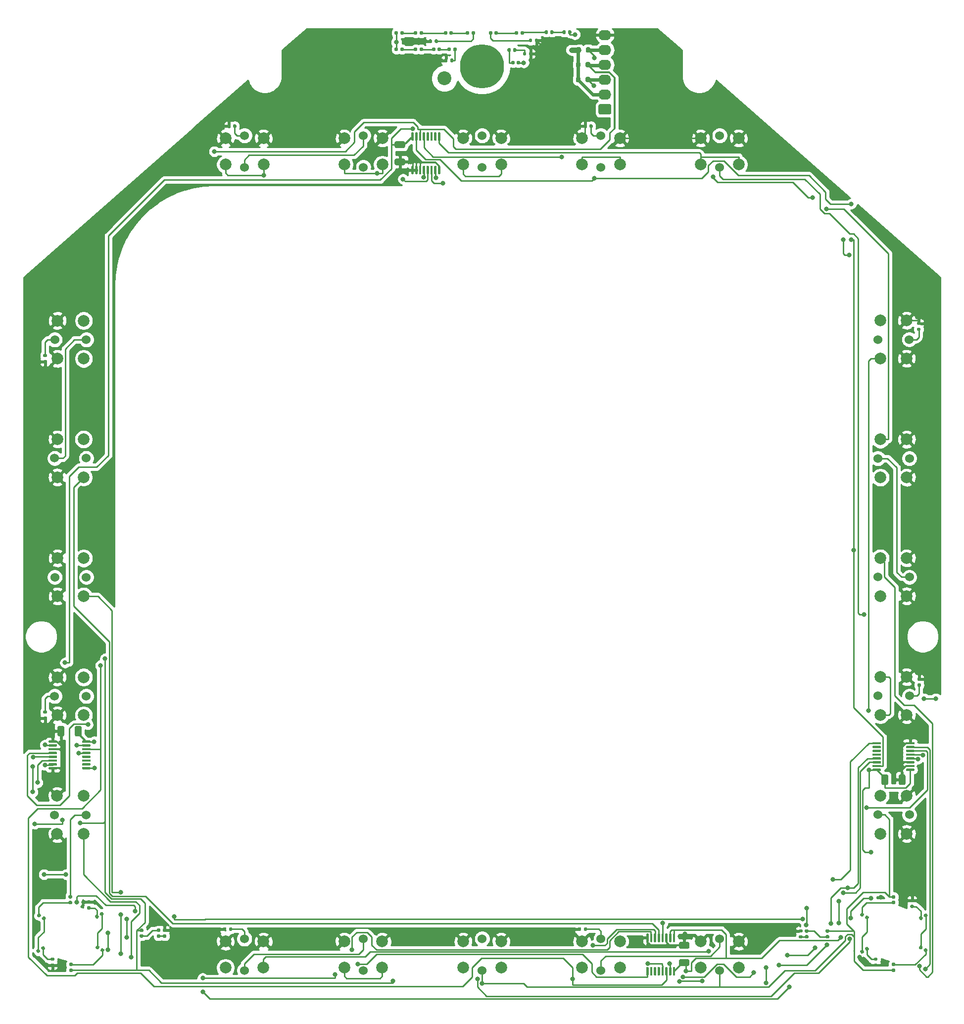
<source format=gbr>
G04 #@! TF.GenerationSoftware,KiCad,Pcbnew,(5.1.9)-1*
G04 #@! TF.CreationDate,2021-08-15T10:09:09-06:00*
G04 #@! TF.ProjectId,Buttons_DDI,42757474-6f6e-4735-9f44-44492e6b6963,rev?*
G04 #@! TF.SameCoordinates,Original*
G04 #@! TF.FileFunction,Copper,L1,Top*
G04 #@! TF.FilePolarity,Positive*
%FSLAX46Y46*%
G04 Gerber Fmt 4.6, Leading zero omitted, Abs format (unit mm)*
G04 Created by KiCad (PCBNEW (5.1.9)-1) date 2021-08-15 10:09:09*
%MOMM*%
%LPD*%
G01*
G04 APERTURE LIST*
G04 #@! TA.AperFunction,WasherPad*
%ADD10C,2.381250*%
G04 #@! TD*
G04 #@! TA.AperFunction,WasherPad*
%ADD11C,7.540752*%
G04 #@! TD*
G04 #@! TA.AperFunction,ComponentPad*
%ADD12C,1.524000*%
G04 #@! TD*
G04 #@! TA.AperFunction,ComponentPad*
%ADD13C,2.000000*%
G04 #@! TD*
G04 #@! TA.AperFunction,ComponentPad*
%ADD14O,2.190000X1.740000*%
G04 #@! TD*
G04 #@! TA.AperFunction,ViaPad*
%ADD15C,0.800000*%
G04 #@! TD*
G04 #@! TA.AperFunction,Conductor*
%ADD16C,0.250000*%
G04 #@! TD*
G04 #@! TA.AperFunction,Conductor*
%ADD17C,0.304800*%
G04 #@! TD*
G04 #@! TA.AperFunction,Conductor*
%ADD18C,0.609600*%
G04 #@! TD*
G04 #@! TA.AperFunction,Conductor*
%ADD19C,0.914400*%
G04 #@! TD*
G04 #@! TA.AperFunction,Conductor*
%ADD20C,0.254000*%
G04 #@! TD*
G04 #@! TA.AperFunction,Conductor*
%ADD21C,0.100000*%
G04 #@! TD*
G04 APERTURE END LIST*
D10*
X201283366Y225129124D03*
D11*
X207709066Y227216924D03*
G04 #@! TA.AperFunction,SMDPad,CuDef*
G36*
G01*
X225474926Y229730564D02*
X225474926Y230280564D01*
G75*
G02*
X225674926Y230480564I200000J0D01*
G01*
X226074926Y230480564D01*
G75*
G02*
X226274926Y230280564I0J-200000D01*
G01*
X226274926Y229730564D01*
G75*
G02*
X226074926Y229530564I-200000J0D01*
G01*
X225674926Y229530564D01*
G75*
G02*
X225474926Y229730564I0J200000D01*
G01*
G37*
G04 #@! TD.AperFunction*
G04 #@! TA.AperFunction,SMDPad,CuDef*
G36*
G01*
X223824926Y229730564D02*
X223824926Y230280564D01*
G75*
G02*
X224024926Y230480564I200000J0D01*
G01*
X224424926Y230480564D01*
G75*
G02*
X224624926Y230280564I0J-200000D01*
G01*
X224624926Y229730564D01*
G75*
G02*
X224424926Y229530564I-200000J0D01*
G01*
X224024926Y229530564D01*
G75*
G02*
X223824926Y229730564I0J200000D01*
G01*
G37*
G04 #@! TD.AperFunction*
D12*
X167080566Y209947924D03*
X167080566Y215347924D03*
D13*
X170330566Y214897924D03*
X170330566Y210397924D03*
X163830566Y214897924D03*
X163830566Y210397924D03*
D12*
X187400566Y209947924D03*
X187400566Y215347924D03*
D13*
X190650566Y214897924D03*
X190650566Y210397924D03*
X184150566Y214897924D03*
X184150566Y210397924D03*
D12*
X207720566Y209947924D03*
X207720566Y215347924D03*
D13*
X210970566Y214897924D03*
X210970566Y210397924D03*
X204470566Y214897924D03*
X204470566Y210397924D03*
D12*
X228040566Y209947924D03*
X228040566Y215347924D03*
D13*
X231290566Y214897924D03*
X231290566Y210397924D03*
X224790566Y214897924D03*
X224790566Y210397924D03*
D12*
X248360566Y209947924D03*
X248360566Y215347924D03*
D13*
X251610566Y214897924D03*
X251610566Y210397924D03*
X245110566Y214897924D03*
X245110566Y210397924D03*
D12*
X275403066Y180482124D03*
X280803066Y180482124D03*
D13*
X280353066Y177232124D03*
X275853066Y177232124D03*
X280353066Y183732124D03*
X275853066Y183732124D03*
D12*
X275425291Y160149424D03*
X280825291Y160149424D03*
D13*
X280375291Y156899424D03*
X275875291Y156899424D03*
X280375291Y163399424D03*
X275875291Y163399424D03*
D12*
X275425291Y139854824D03*
X280825291Y139854824D03*
D13*
X280375291Y136604824D03*
X275875291Y136604824D03*
X280375291Y143104824D03*
X275875291Y143104824D03*
D12*
X275425291Y119532424D03*
X280825291Y119532424D03*
D13*
X280375291Y116282424D03*
X275875291Y116282424D03*
X280375291Y122782424D03*
X275875291Y122782424D03*
D12*
X275425291Y99214824D03*
X280825291Y99214824D03*
D13*
X280375291Y95964824D03*
X275875291Y95964824D03*
X280375291Y102464824D03*
X275875291Y102464824D03*
D12*
X167067866Y72610124D03*
X167067866Y78010124D03*
D13*
X170317866Y77560124D03*
X170317866Y73060124D03*
X163817866Y77560124D03*
X163817866Y73060124D03*
D12*
X187387866Y72610124D03*
X187387866Y78010124D03*
D13*
X190637866Y77560124D03*
X190637866Y73060124D03*
X184137866Y77560124D03*
X184137866Y73060124D03*
D12*
X207733266Y72610124D03*
X207733266Y78010124D03*
D13*
X210983266Y77560124D03*
X210983266Y73060124D03*
X204483266Y77560124D03*
X204483266Y73060124D03*
D12*
X228053266Y72610124D03*
X228053266Y78010124D03*
D13*
X231303266Y77560124D03*
X231303266Y73060124D03*
X224803266Y77560124D03*
X224803266Y73060124D03*
D12*
X248373266Y72610124D03*
X248373266Y78010124D03*
D13*
X251623266Y77560124D03*
X251623266Y73060124D03*
X245123266Y77560124D03*
X245123266Y73060124D03*
D12*
X140015066Y180454324D03*
X134615066Y180454324D03*
D13*
X135065066Y183704324D03*
X139565066Y183704324D03*
X135065066Y177204324D03*
X139565066Y177204324D03*
D12*
X139989666Y160185124D03*
X134589666Y160185124D03*
D13*
X135039666Y163435124D03*
X139539666Y163435124D03*
X135039666Y156935124D03*
X139539666Y156935124D03*
D12*
X140015066Y139839724D03*
X134615066Y139839724D03*
D13*
X135065066Y143089724D03*
X139565066Y143089724D03*
X135065066Y136589724D03*
X139565066Y136589724D03*
D12*
X139999191Y119494324D03*
X134599191Y119494324D03*
D13*
X135049191Y122744324D03*
X139549191Y122744324D03*
X135049191Y116244324D03*
X139549191Y116244324D03*
D12*
X139964266Y99199724D03*
X134564266Y99199724D03*
D13*
X135014266Y102449724D03*
X139514266Y102449724D03*
X135014266Y95949724D03*
X139514266Y95949724D03*
G04 #@! TA.AperFunction,SMDPad,CuDef*
G36*
G01*
X193009690Y211419824D02*
X194309692Y211419824D01*
G75*
G02*
X194559691Y211169825I0J-249999D01*
G01*
X194559691Y210519823D01*
G75*
G02*
X194309692Y210269824I-249999J0D01*
G01*
X193009690Y210269824D01*
G75*
G02*
X192759691Y210519823I0J249999D01*
G01*
X192759691Y211169825D01*
G75*
G02*
X193009690Y211419824I249999J0D01*
G01*
G37*
G04 #@! TD.AperFunction*
G04 #@! TA.AperFunction,SMDPad,CuDef*
G36*
G01*
X193009690Y214369824D02*
X194309692Y214369824D01*
G75*
G02*
X194559691Y214119825I0J-249999D01*
G01*
X194559691Y213469823D01*
G75*
G02*
X194309692Y213219824I-249999J0D01*
G01*
X193009690Y213219824D01*
G75*
G02*
X192759691Y213469823I0J249999D01*
G01*
X192759691Y214119825D01*
G75*
G02*
X193009690Y214369824I249999J0D01*
G01*
G37*
G04 #@! TD.AperFunction*
G04 #@! TA.AperFunction,SMDPad,CuDef*
G36*
G01*
X139194691Y114163825D02*
X139194691Y112863823D01*
G75*
G02*
X138944692Y112613824I-249999J0D01*
G01*
X138294690Y112613824D01*
G75*
G02*
X138044691Y112863823I0J249999D01*
G01*
X138044691Y114163825D01*
G75*
G02*
X138294690Y114413824I249999J0D01*
G01*
X138944692Y114413824D01*
G75*
G02*
X139194691Y114163825I0J-249999D01*
G01*
G37*
G04 #@! TD.AperFunction*
G04 #@! TA.AperFunction,SMDPad,CuDef*
G36*
G01*
X136244691Y114163825D02*
X136244691Y112863823D01*
G75*
G02*
X135994692Y112613824I-249999J0D01*
G01*
X135344690Y112613824D01*
G75*
G02*
X135094691Y112863823I0J249999D01*
G01*
X135094691Y114163825D01*
G75*
G02*
X135344690Y114413824I249999J0D01*
G01*
X135994692Y114413824D01*
G75*
G02*
X136244691Y114163825I0J-249999D01*
G01*
G37*
G04 #@! TD.AperFunction*
G04 #@! TA.AperFunction,SMDPad,CuDef*
G36*
G01*
X242950692Y76313824D02*
X241650690Y76313824D01*
G75*
G02*
X241400691Y76563823I0J249999D01*
G01*
X241400691Y77213825D01*
G75*
G02*
X241650690Y77463824I249999J0D01*
G01*
X242950692Y77463824D01*
G75*
G02*
X243200691Y77213825I0J-249999D01*
G01*
X243200691Y76563823D01*
G75*
G02*
X242950692Y76313824I-249999J0D01*
G01*
G37*
G04 #@! TD.AperFunction*
G04 #@! TA.AperFunction,SMDPad,CuDef*
G36*
G01*
X242950692Y73363824D02*
X241650690Y73363824D01*
G75*
G02*
X241400691Y73613823I0J249999D01*
G01*
X241400691Y74263825D01*
G75*
G02*
X241650690Y74513824I249999J0D01*
G01*
X242950692Y74513824D01*
G75*
G02*
X243200691Y74263825I0J-249999D01*
G01*
X243200691Y73613823D01*
G75*
G02*
X242950692Y73363824I-249999J0D01*
G01*
G37*
G04 #@! TD.AperFunction*
G04 #@! TA.AperFunction,SMDPad,CuDef*
G36*
G01*
X276064691Y104545323D02*
X276064691Y105845325D01*
G75*
G02*
X276314690Y106095324I249999J0D01*
G01*
X276964692Y106095324D01*
G75*
G02*
X277214691Y105845325I0J-249999D01*
G01*
X277214691Y104545323D01*
G75*
G02*
X276964692Y104295324I-249999J0D01*
G01*
X276314690Y104295324D01*
G75*
G02*
X276064691Y104545323I0J249999D01*
G01*
G37*
G04 #@! TD.AperFunction*
G04 #@! TA.AperFunction,SMDPad,CuDef*
G36*
G01*
X279014691Y104545323D02*
X279014691Y105845325D01*
G75*
G02*
X279264690Y106095324I249999J0D01*
G01*
X279914692Y106095324D01*
G75*
G02*
X280164691Y105845325I0J-249999D01*
G01*
X280164691Y104545323D01*
G75*
G02*
X279914692Y104295324I-249999J0D01*
G01*
X279264690Y104295324D01*
G75*
G02*
X279014691Y104545323I0J249999D01*
G01*
G37*
G04 #@! TD.AperFunction*
G04 #@! TA.AperFunction,SMDPad,CuDef*
G36*
G01*
X194312691Y233066324D02*
X194312691Y232721324D01*
G75*
G02*
X194165191Y232573824I-147500J0D01*
G01*
X193870191Y232573824D01*
G75*
G02*
X193722691Y232721324I0J147500D01*
G01*
X193722691Y233066324D01*
G75*
G02*
X193870191Y233213824I147500J0D01*
G01*
X194165191Y233213824D01*
G75*
G02*
X194312691Y233066324I0J-147500D01*
G01*
G37*
G04 #@! TD.AperFunction*
G04 #@! TA.AperFunction,SMDPad,CuDef*
G36*
G01*
X193342691Y233066324D02*
X193342691Y232721324D01*
G75*
G02*
X193195191Y232573824I-147500J0D01*
G01*
X192900191Y232573824D01*
G75*
G02*
X192752691Y232721324I0J147500D01*
G01*
X192752691Y233066324D01*
G75*
G02*
X192900191Y233213824I147500J0D01*
G01*
X193195191Y233213824D01*
G75*
G02*
X193342691Y233066324I0J-147500D01*
G01*
G37*
G04 #@! TD.AperFunction*
G04 #@! TA.AperFunction,SMDPad,CuDef*
G36*
G01*
X196644691Y233066324D02*
X196644691Y232721324D01*
G75*
G02*
X196497191Y232573824I-147500J0D01*
G01*
X196202191Y232573824D01*
G75*
G02*
X196054691Y232721324I0J147500D01*
G01*
X196054691Y233066324D01*
G75*
G02*
X196202191Y233213824I147500J0D01*
G01*
X196497191Y233213824D01*
G75*
G02*
X196644691Y233066324I0J-147500D01*
G01*
G37*
G04 #@! TD.AperFunction*
G04 #@! TA.AperFunction,SMDPad,CuDef*
G36*
G01*
X197614691Y233066324D02*
X197614691Y232721324D01*
G75*
G02*
X197467191Y232573824I-147500J0D01*
G01*
X197172191Y232573824D01*
G75*
G02*
X197024691Y232721324I0J147500D01*
G01*
X197024691Y233066324D01*
G75*
G02*
X197172191Y233213824I147500J0D01*
G01*
X197467191Y233213824D01*
G75*
G02*
X197614691Y233066324I0J-147500D01*
G01*
G37*
G04 #@! TD.AperFunction*
G04 #@! TA.AperFunction,SMDPad,CuDef*
G36*
G01*
X202717691Y233066324D02*
X202717691Y232721324D01*
G75*
G02*
X202570191Y232573824I-147500J0D01*
G01*
X202275191Y232573824D01*
G75*
G02*
X202127691Y232721324I0J147500D01*
G01*
X202127691Y233066324D01*
G75*
G02*
X202275191Y233213824I147500J0D01*
G01*
X202570191Y233213824D01*
G75*
G02*
X202717691Y233066324I0J-147500D01*
G01*
G37*
G04 #@! TD.AperFunction*
G04 #@! TA.AperFunction,SMDPad,CuDef*
G36*
G01*
X201747691Y233066324D02*
X201747691Y232721324D01*
G75*
G02*
X201600191Y232573824I-147500J0D01*
G01*
X201305191Y232573824D01*
G75*
G02*
X201157691Y232721324I0J147500D01*
G01*
X201157691Y233066324D01*
G75*
G02*
X201305191Y233213824I147500J0D01*
G01*
X201600191Y233213824D01*
G75*
G02*
X201747691Y233066324I0J-147500D01*
G01*
G37*
G04 #@! TD.AperFunction*
G04 #@! TA.AperFunction,SMDPad,CuDef*
G36*
G01*
X205534691Y233066324D02*
X205534691Y232721324D01*
G75*
G02*
X205387191Y232573824I-147500J0D01*
G01*
X205092191Y232573824D01*
G75*
G02*
X204944691Y232721324I0J147500D01*
G01*
X204944691Y233066324D01*
G75*
G02*
X205092191Y233213824I147500J0D01*
G01*
X205387191Y233213824D01*
G75*
G02*
X205534691Y233066324I0J-147500D01*
G01*
G37*
G04 #@! TD.AperFunction*
G04 #@! TA.AperFunction,SMDPad,CuDef*
G36*
G01*
X206504691Y233066324D02*
X206504691Y232721324D01*
G75*
G02*
X206357191Y232573824I-147500J0D01*
G01*
X206062191Y232573824D01*
G75*
G02*
X205914691Y232721324I0J147500D01*
G01*
X205914691Y233066324D01*
G75*
G02*
X206062191Y233213824I147500J0D01*
G01*
X206357191Y233213824D01*
G75*
G02*
X206504691Y233066324I0J-147500D01*
G01*
G37*
G04 #@! TD.AperFunction*
G04 #@! TA.AperFunction,SMDPad,CuDef*
G36*
G01*
X194312691Y230272324D02*
X194312691Y229927324D01*
G75*
G02*
X194165191Y229779824I-147500J0D01*
G01*
X193870191Y229779824D01*
G75*
G02*
X193722691Y229927324I0J147500D01*
G01*
X193722691Y230272324D01*
G75*
G02*
X193870191Y230419824I147500J0D01*
G01*
X194165191Y230419824D01*
G75*
G02*
X194312691Y230272324I0J-147500D01*
G01*
G37*
G04 #@! TD.AperFunction*
G04 #@! TA.AperFunction,SMDPad,CuDef*
G36*
G01*
X193342691Y230272324D02*
X193342691Y229927324D01*
G75*
G02*
X193195191Y229779824I-147500J0D01*
G01*
X192900191Y229779824D01*
G75*
G02*
X192752691Y229927324I0J147500D01*
G01*
X192752691Y230272324D01*
G75*
G02*
X192900191Y230419824I147500J0D01*
G01*
X193195191Y230419824D01*
G75*
G02*
X193342691Y230272324I0J-147500D01*
G01*
G37*
G04 #@! TD.AperFunction*
G04 #@! TA.AperFunction,SMDPad,CuDef*
G36*
G01*
X197614691Y230272324D02*
X197614691Y229927324D01*
G75*
G02*
X197467191Y229779824I-147500J0D01*
G01*
X197172191Y229779824D01*
G75*
G02*
X197024691Y229927324I0J147500D01*
G01*
X197024691Y230272324D01*
G75*
G02*
X197172191Y230419824I147500J0D01*
G01*
X197467191Y230419824D01*
G75*
G02*
X197614691Y230272324I0J-147500D01*
G01*
G37*
G04 #@! TD.AperFunction*
G04 #@! TA.AperFunction,SMDPad,CuDef*
G36*
G01*
X196644691Y230272324D02*
X196644691Y229927324D01*
G75*
G02*
X196497191Y229779824I-147500J0D01*
G01*
X196202191Y229779824D01*
G75*
G02*
X196054691Y229927324I0J147500D01*
G01*
X196054691Y230272324D01*
G75*
G02*
X196202191Y230419824I147500J0D01*
G01*
X196497191Y230419824D01*
G75*
G02*
X196644691Y230272324I0J-147500D01*
G01*
G37*
G04 #@! TD.AperFunction*
G04 #@! TA.AperFunction,SMDPad,CuDef*
G36*
G01*
X200685691Y230272324D02*
X200685691Y229927324D01*
G75*
G02*
X200538191Y229779824I-147500J0D01*
G01*
X200243191Y229779824D01*
G75*
G02*
X200095691Y229927324I0J147500D01*
G01*
X200095691Y230272324D01*
G75*
G02*
X200243191Y230419824I147500J0D01*
G01*
X200538191Y230419824D01*
G75*
G02*
X200685691Y230272324I0J-147500D01*
G01*
G37*
G04 #@! TD.AperFunction*
G04 #@! TA.AperFunction,SMDPad,CuDef*
G36*
G01*
X199715691Y230272324D02*
X199715691Y229927324D01*
G75*
G02*
X199568191Y229779824I-147500J0D01*
G01*
X199273191Y229779824D01*
G75*
G02*
X199125691Y229927324I0J147500D01*
G01*
X199125691Y230272324D01*
G75*
G02*
X199273191Y230419824I147500J0D01*
G01*
X199568191Y230419824D01*
G75*
G02*
X199715691Y230272324I0J-147500D01*
G01*
G37*
G04 #@! TD.AperFunction*
G04 #@! TA.AperFunction,SMDPad,CuDef*
G36*
G01*
X202382691Y230272324D02*
X202382691Y229927324D01*
G75*
G02*
X202235191Y229779824I-147500J0D01*
G01*
X201940191Y229779824D01*
G75*
G02*
X201792691Y229927324I0J147500D01*
G01*
X201792691Y230272324D01*
G75*
G02*
X201940191Y230419824I147500J0D01*
G01*
X202235191Y230419824D01*
G75*
G02*
X202382691Y230272324I0J-147500D01*
G01*
G37*
G04 #@! TD.AperFunction*
G04 #@! TA.AperFunction,SMDPad,CuDef*
G36*
G01*
X203352691Y230272324D02*
X203352691Y229927324D01*
G75*
G02*
X203205191Y229779824I-147500J0D01*
G01*
X202910191Y229779824D01*
G75*
G02*
X202762691Y229927324I0J147500D01*
G01*
X202762691Y230272324D01*
G75*
G02*
X202910191Y230419824I147500J0D01*
G01*
X203205191Y230419824D01*
G75*
G02*
X203352691Y230272324I0J-147500D01*
G01*
G37*
G04 #@! TD.AperFunction*
G04 #@! TA.AperFunction,SMDPad,CuDef*
G36*
G01*
X222424691Y232848324D02*
X222424691Y233193324D01*
G75*
G02*
X222572191Y233340824I147500J0D01*
G01*
X222867191Y233340824D01*
G75*
G02*
X223014691Y233193324I0J-147500D01*
G01*
X223014691Y232848324D01*
G75*
G02*
X222867191Y232700824I-147500J0D01*
G01*
X222572191Y232700824D01*
G75*
G02*
X222424691Y232848324I0J147500D01*
G01*
G37*
G04 #@! TD.AperFunction*
G04 #@! TA.AperFunction,SMDPad,CuDef*
G36*
G01*
X221454691Y232848324D02*
X221454691Y233193324D01*
G75*
G02*
X221602191Y233340824I147500J0D01*
G01*
X221897191Y233340824D01*
G75*
G02*
X222044691Y233193324I0J-147500D01*
G01*
X222044691Y232848324D01*
G75*
G02*
X221897191Y232700824I-147500J0D01*
G01*
X221602191Y232700824D01*
G75*
G02*
X221454691Y232848324I0J147500D01*
G01*
G37*
G04 #@! TD.AperFunction*
G04 #@! TA.AperFunction,SMDPad,CuDef*
G36*
G01*
X218406691Y232848324D02*
X218406691Y233193324D01*
G75*
G02*
X218554191Y233340824I147500J0D01*
G01*
X218849191Y233340824D01*
G75*
G02*
X218996691Y233193324I0J-147500D01*
G01*
X218996691Y232848324D01*
G75*
G02*
X218849191Y232700824I-147500J0D01*
G01*
X218554191Y232700824D01*
G75*
G02*
X218406691Y232848324I0J147500D01*
G01*
G37*
G04 #@! TD.AperFunction*
G04 #@! TA.AperFunction,SMDPad,CuDef*
G36*
G01*
X219376691Y232848324D02*
X219376691Y233193324D01*
G75*
G02*
X219524191Y233340824I147500J0D01*
G01*
X219819191Y233340824D01*
G75*
G02*
X219966691Y233193324I0J-147500D01*
G01*
X219966691Y232848324D01*
G75*
G02*
X219819191Y232700824I-147500J0D01*
G01*
X219524191Y232700824D01*
G75*
G02*
X219376691Y232848324I0J147500D01*
G01*
G37*
G04 #@! TD.AperFunction*
G04 #@! TA.AperFunction,SMDPad,CuDef*
G36*
G01*
X214296691Y232721324D02*
X214296691Y233066324D01*
G75*
G02*
X214444191Y233213824I147500J0D01*
G01*
X214739191Y233213824D01*
G75*
G02*
X214886691Y233066324I0J-147500D01*
G01*
X214886691Y232721324D01*
G75*
G02*
X214739191Y232573824I-147500J0D01*
G01*
X214444191Y232573824D01*
G75*
G02*
X214296691Y232721324I0J147500D01*
G01*
G37*
G04 #@! TD.AperFunction*
G04 #@! TA.AperFunction,SMDPad,CuDef*
G36*
G01*
X213326691Y232721324D02*
X213326691Y233066324D01*
G75*
G02*
X213474191Y233213824I147500J0D01*
G01*
X213769191Y233213824D01*
G75*
G02*
X213916691Y233066324I0J-147500D01*
G01*
X213916691Y232721324D01*
G75*
G02*
X213769191Y232573824I-147500J0D01*
G01*
X213474191Y232573824D01*
G75*
G02*
X213326691Y232721324I0J147500D01*
G01*
G37*
G04 #@! TD.AperFunction*
G04 #@! TA.AperFunction,SMDPad,CuDef*
G36*
G01*
X208881691Y232721324D02*
X208881691Y233066324D01*
G75*
G02*
X209029191Y233213824I147500J0D01*
G01*
X209324191Y233213824D01*
G75*
G02*
X209471691Y233066324I0J-147500D01*
G01*
X209471691Y232721324D01*
G75*
G02*
X209324191Y232573824I-147500J0D01*
G01*
X209029191Y232573824D01*
G75*
G02*
X208881691Y232721324I0J147500D01*
G01*
G37*
G04 #@! TD.AperFunction*
G04 #@! TA.AperFunction,SMDPad,CuDef*
G36*
G01*
X209851691Y232721324D02*
X209851691Y233066324D01*
G75*
G02*
X209999191Y233213824I147500J0D01*
G01*
X210294191Y233213824D01*
G75*
G02*
X210441691Y233066324I0J-147500D01*
G01*
X210441691Y232721324D01*
G75*
G02*
X210294191Y232573824I-147500J0D01*
G01*
X209999191Y232573824D01*
G75*
G02*
X209851691Y232721324I0J147500D01*
G01*
G37*
G04 #@! TD.AperFunction*
G04 #@! TA.AperFunction,SMDPad,CuDef*
G36*
G01*
X213661691Y227641324D02*
X213661691Y227986324D01*
G75*
G02*
X213809191Y228133824I147500J0D01*
G01*
X214104191Y228133824D01*
G75*
G02*
X214251691Y227986324I0J-147500D01*
G01*
X214251691Y227641324D01*
G75*
G02*
X214104191Y227493824I-147500J0D01*
G01*
X213809191Y227493824D01*
G75*
G02*
X213661691Y227641324I0J147500D01*
G01*
G37*
G04 #@! TD.AperFunction*
G04 #@! TA.AperFunction,SMDPad,CuDef*
G36*
G01*
X212691691Y227641324D02*
X212691691Y227986324D01*
G75*
G02*
X212839191Y228133824I147500J0D01*
G01*
X213134191Y228133824D01*
G75*
G02*
X213281691Y227986324I0J-147500D01*
G01*
X213281691Y227641324D01*
G75*
G02*
X213134191Y227493824I-147500J0D01*
G01*
X212839191Y227493824D01*
G75*
G02*
X212691691Y227641324I0J147500D01*
G01*
G37*
G04 #@! TD.AperFunction*
G04 #@! TA.AperFunction,SMDPad,CuDef*
G36*
G01*
X213616691Y230145324D02*
X213616691Y229800324D01*
G75*
G02*
X213469191Y229652824I-147500J0D01*
G01*
X213174191Y229652824D01*
G75*
G02*
X213026691Y229800324I0J147500D01*
G01*
X213026691Y230145324D01*
G75*
G02*
X213174191Y230292824I147500J0D01*
G01*
X213469191Y230292824D01*
G75*
G02*
X213616691Y230145324I0J-147500D01*
G01*
G37*
G04 #@! TD.AperFunction*
G04 #@! TA.AperFunction,SMDPad,CuDef*
G36*
G01*
X212646691Y230145324D02*
X212646691Y229800324D01*
G75*
G02*
X212499191Y229652824I-147500J0D01*
G01*
X212204191Y229652824D01*
G75*
G02*
X212056691Y229800324I0J147500D01*
G01*
X212056691Y230145324D01*
G75*
G02*
X212204191Y230292824I147500J0D01*
G01*
X212499191Y230292824D01*
G75*
G02*
X212646691Y230145324I0J-147500D01*
G01*
G37*
G04 #@! TD.AperFunction*
G04 #@! TA.AperFunction,SMDPad,CuDef*
G36*
G01*
X137444191Y83904824D02*
X137099191Y83904824D01*
G75*
G02*
X136951691Y84052324I0J147500D01*
G01*
X136951691Y84347324D01*
G75*
G02*
X137099191Y84494824I147500J0D01*
G01*
X137444191Y84494824D01*
G75*
G02*
X137591691Y84347324I0J-147500D01*
G01*
X137591691Y84052324D01*
G75*
G02*
X137444191Y83904824I-147500J0D01*
G01*
G37*
G04 #@! TD.AperFunction*
G04 #@! TA.AperFunction,SMDPad,CuDef*
G36*
G01*
X137444191Y84874824D02*
X137099191Y84874824D01*
G75*
G02*
X136951691Y85022324I0J147500D01*
G01*
X136951691Y85317324D01*
G75*
G02*
X137099191Y85464824I147500J0D01*
G01*
X137444191Y85464824D01*
G75*
G02*
X137591691Y85317324I0J-147500D01*
G01*
X137591691Y85022324D01*
G75*
G02*
X137444191Y84874824I-147500J0D01*
G01*
G37*
G04 #@! TD.AperFunction*
G04 #@! TA.AperFunction,SMDPad,CuDef*
G36*
G01*
X132240397Y82008213D02*
X132067897Y81709435D01*
G75*
G02*
X131866408Y81655446I-127739J73750D01*
G01*
X131610930Y81802946D01*
G75*
G02*
X131556941Y82004435I73750J127739D01*
G01*
X131729441Y82303213D01*
G75*
G02*
X131930930Y82357202I127739J-73750D01*
G01*
X132186408Y82209702D01*
G75*
G02*
X132240397Y82008213I-73750J-127739D01*
G01*
G37*
G04 #@! TD.AperFunction*
G04 #@! TA.AperFunction,SMDPad,CuDef*
G36*
G01*
X133080441Y81523213D02*
X132907941Y81224435D01*
G75*
G02*
X132706452Y81170446I-127739J73750D01*
G01*
X132450974Y81317946D01*
G75*
G02*
X132396985Y81519435I73750J127739D01*
G01*
X132569485Y81818213D01*
G75*
G02*
X132770974Y81872202I127739J-73750D01*
G01*
X133026452Y81724702D01*
G75*
G02*
X133080441Y81523213I-73750J-127739D01*
G01*
G37*
G04 #@! TD.AperFunction*
G04 #@! TA.AperFunction,SMDPad,CuDef*
G36*
G01*
X131940897Y76230213D02*
X132113397Y75931435D01*
G75*
G02*
X132059408Y75729946I-127739J-73750D01*
G01*
X131803930Y75582446D01*
G75*
G02*
X131602441Y75636435I-73750J127739D01*
G01*
X131429941Y75935213D01*
G75*
G02*
X131483930Y76136702I127739J73750D01*
G01*
X131739408Y76284202D01*
G75*
G02*
X131940897Y76230213I73750J-127739D01*
G01*
G37*
G04 #@! TD.AperFunction*
G04 #@! TA.AperFunction,SMDPad,CuDef*
G36*
G01*
X132780941Y76715213D02*
X132953441Y76416435D01*
G75*
G02*
X132899452Y76214946I-127739J-73750D01*
G01*
X132643974Y76067446D01*
G75*
G02*
X132442485Y76121435I-73750J127739D01*
G01*
X132269985Y76420213D01*
G75*
G02*
X132323974Y76621702I127739J73750D01*
G01*
X132579452Y76769202D01*
G75*
G02*
X132780941Y76715213I73750J-127739D01*
G01*
G37*
G04 #@! TD.AperFunction*
G04 #@! TA.AperFunction,SMDPad,CuDef*
G36*
G01*
X137226191Y73907824D02*
X137571191Y73907824D01*
G75*
G02*
X137718691Y73760324I0J-147500D01*
G01*
X137718691Y73465324D01*
G75*
G02*
X137571191Y73317824I-147500J0D01*
G01*
X137226191Y73317824D01*
G75*
G02*
X137078691Y73465324I0J147500D01*
G01*
X137078691Y73760324D01*
G75*
G02*
X137226191Y73907824I147500J0D01*
G01*
G37*
G04 #@! TD.AperFunction*
G04 #@! TA.AperFunction,SMDPad,CuDef*
G36*
G01*
X137226191Y72937824D02*
X137571191Y72937824D01*
G75*
G02*
X137718691Y72790324I0J-147500D01*
G01*
X137718691Y72495324D01*
G75*
G02*
X137571191Y72347824I-147500J0D01*
G01*
X137226191Y72347824D01*
G75*
G02*
X137078691Y72495324I0J147500D01*
G01*
X137078691Y72790324D01*
G75*
G02*
X137226191Y72937824I147500J0D01*
G01*
G37*
G04 #@! TD.AperFunction*
G04 #@! TA.AperFunction,SMDPad,CuDef*
G36*
G01*
X142429985Y76058435D02*
X142602485Y76357213D01*
G75*
G02*
X142803974Y76411202I127739J-73750D01*
G01*
X143059452Y76263702D01*
G75*
G02*
X143113441Y76062213I-73750J-127739D01*
G01*
X142940941Y75763435D01*
G75*
G02*
X142739452Y75709446I-127739J73750D01*
G01*
X142483974Y75856946D01*
G75*
G02*
X142429985Y76058435I73750J127739D01*
G01*
G37*
G04 #@! TD.AperFunction*
G04 #@! TA.AperFunction,SMDPad,CuDef*
G36*
G01*
X141589941Y76543435D02*
X141762441Y76842213D01*
G75*
G02*
X141963930Y76896202I127739J-73750D01*
G01*
X142219408Y76748702D01*
G75*
G02*
X142273397Y76547213I-73750J-127739D01*
G01*
X142100897Y76248435D01*
G75*
G02*
X141899408Y76194446I-127739J73750D01*
G01*
X141643930Y76341946D01*
G75*
G02*
X141589941Y76543435I73750J127739D01*
G01*
G37*
G04 #@! TD.AperFunction*
G04 #@! TA.AperFunction,SMDPad,CuDef*
G36*
G01*
X141635441Y81478435D02*
X141462941Y81777213D01*
G75*
G02*
X141516930Y81978702I127739J73750D01*
G01*
X141772408Y82126202D01*
G75*
G02*
X141973897Y82072213I73750J-127739D01*
G01*
X142146397Y81773435D01*
G75*
G02*
X142092408Y81571946I-127739J-73750D01*
G01*
X141836930Y81424446D01*
G75*
G02*
X141635441Y81478435I-73750J127739D01*
G01*
G37*
G04 #@! TD.AperFunction*
G04 #@! TA.AperFunction,SMDPad,CuDef*
G36*
G01*
X142475485Y81963435D02*
X142302985Y82262213D01*
G75*
G02*
X142356974Y82463702I127739J73750D01*
G01*
X142612452Y82611202D01*
G75*
G02*
X142813941Y82557213I73750J-127739D01*
G01*
X142986441Y82258435D01*
G75*
G02*
X142932452Y82056946I-127739J-73750D01*
G01*
X142676974Y81909446D01*
G75*
G02*
X142475485Y81963435I-73750J127739D01*
G01*
G37*
G04 #@! TD.AperFunction*
G04 #@! TA.AperFunction,SMDPad,CuDef*
G36*
G01*
X149636191Y79159824D02*
X149291191Y79159824D01*
G75*
G02*
X149143691Y79307324I0J147500D01*
G01*
X149143691Y79602324D01*
G75*
G02*
X149291191Y79749824I147500J0D01*
G01*
X149636191Y79749824D01*
G75*
G02*
X149783691Y79602324I0J-147500D01*
G01*
X149783691Y79307324D01*
G75*
G02*
X149636191Y79159824I-147500J0D01*
G01*
G37*
G04 #@! TD.AperFunction*
G04 #@! TA.AperFunction,SMDPad,CuDef*
G36*
G01*
X149636191Y78189824D02*
X149291191Y78189824D01*
G75*
G02*
X149143691Y78337324I0J147500D01*
G01*
X149143691Y78632324D01*
G75*
G02*
X149291191Y78779824I147500J0D01*
G01*
X149636191Y78779824D01*
G75*
G02*
X149783691Y78632324I0J-147500D01*
G01*
X149783691Y78337324D01*
G75*
G02*
X149636191Y78189824I-147500J0D01*
G01*
G37*
G04 #@! TD.AperFunction*
G04 #@! TA.AperFunction,SMDPad,CuDef*
G36*
G01*
X152557191Y78189824D02*
X152212191Y78189824D01*
G75*
G02*
X152064691Y78337324I0J147500D01*
G01*
X152064691Y78632324D01*
G75*
G02*
X152212191Y78779824I147500J0D01*
G01*
X152557191Y78779824D01*
G75*
G02*
X152704691Y78632324I0J-147500D01*
G01*
X152704691Y78337324D01*
G75*
G02*
X152557191Y78189824I-147500J0D01*
G01*
G37*
G04 #@! TD.AperFunction*
G04 #@! TA.AperFunction,SMDPad,CuDef*
G36*
G01*
X152557191Y79159824D02*
X152212191Y79159824D01*
G75*
G02*
X152064691Y79307324I0J147500D01*
G01*
X152064691Y79602324D01*
G75*
G02*
X152212191Y79749824I147500J0D01*
G01*
X152557191Y79749824D01*
G75*
G02*
X152704691Y79602324I0J-147500D01*
G01*
X152704691Y79307324D01*
G75*
G02*
X152557191Y79159824I-147500J0D01*
G01*
G37*
G04 #@! TD.AperFunction*
G04 #@! TA.AperFunction,SMDPad,CuDef*
G36*
G01*
X278287191Y84874824D02*
X277942191Y84874824D01*
G75*
G02*
X277794691Y85022324I0J147500D01*
G01*
X277794691Y85317324D01*
G75*
G02*
X277942191Y85464824I147500J0D01*
G01*
X278287191Y85464824D01*
G75*
G02*
X278434691Y85317324I0J-147500D01*
G01*
X278434691Y85022324D01*
G75*
G02*
X278287191Y84874824I-147500J0D01*
G01*
G37*
G04 #@! TD.AperFunction*
G04 #@! TA.AperFunction,SMDPad,CuDef*
G36*
G01*
X278287191Y83904824D02*
X277942191Y83904824D01*
G75*
G02*
X277794691Y84052324I0J147500D01*
G01*
X277794691Y84347324D01*
G75*
G02*
X277942191Y84494824I147500J0D01*
G01*
X278287191Y84494824D01*
G75*
G02*
X278434691Y84347324I0J-147500D01*
G01*
X278434691Y84052324D01*
G75*
G02*
X278287191Y83904824I-147500J0D01*
G01*
G37*
G04 #@! TD.AperFunction*
G04 #@! TA.AperFunction,SMDPad,CuDef*
G36*
G01*
X273923441Y81650213D02*
X273750941Y81351435D01*
G75*
G02*
X273549452Y81297446I-127739J73750D01*
G01*
X273293974Y81444946D01*
G75*
G02*
X273239985Y81646435I73750J127739D01*
G01*
X273412485Y81945213D01*
G75*
G02*
X273613974Y81999202I127739J-73750D01*
G01*
X273869452Y81851702D01*
G75*
G02*
X273923441Y81650213I-73750J-127739D01*
G01*
G37*
G04 #@! TD.AperFunction*
G04 #@! TA.AperFunction,SMDPad,CuDef*
G36*
G01*
X273083397Y82135213D02*
X272910897Y81836435D01*
G75*
G02*
X272709408Y81782446I-127739J73750D01*
G01*
X272453930Y81929946D01*
G75*
G02*
X272399941Y82131435I73750J127739D01*
G01*
X272572441Y82430213D01*
G75*
G02*
X272773930Y82484202I127739J-73750D01*
G01*
X273029408Y82336702D01*
G75*
G02*
X273083397Y82135213I-73750J-127739D01*
G01*
G37*
G04 #@! TD.AperFunction*
G04 #@! TA.AperFunction,SMDPad,CuDef*
G36*
G01*
X272910897Y76103213D02*
X273083397Y75804435D01*
G75*
G02*
X273029408Y75602946I-127739J-73750D01*
G01*
X272773930Y75455446D01*
G75*
G02*
X272572441Y75509435I-73750J127739D01*
G01*
X272399941Y75808213D01*
G75*
G02*
X272453930Y76009702I127739J73750D01*
G01*
X272709408Y76157202D01*
G75*
G02*
X272910897Y76103213I73750J-127739D01*
G01*
G37*
G04 #@! TD.AperFunction*
G04 #@! TA.AperFunction,SMDPad,CuDef*
G36*
G01*
X273750941Y76588213D02*
X273923441Y76289435D01*
G75*
G02*
X273869452Y76087946I-127739J-73750D01*
G01*
X273613974Y75940446D01*
G75*
G02*
X273412485Y75994435I-73750J127739D01*
G01*
X273239985Y76293213D01*
G75*
G02*
X273293974Y76494702I127739J73750D01*
G01*
X273549452Y76642202D01*
G75*
G02*
X273750941Y76588213I73750J-127739D01*
G01*
G37*
G04 #@! TD.AperFunction*
G04 #@! TA.AperFunction,SMDPad,CuDef*
G36*
G01*
X277942191Y73907824D02*
X278287191Y73907824D01*
G75*
G02*
X278434691Y73760324I0J-147500D01*
G01*
X278434691Y73465324D01*
G75*
G02*
X278287191Y73317824I-147500J0D01*
G01*
X277942191Y73317824D01*
G75*
G02*
X277794691Y73465324I0J147500D01*
G01*
X277794691Y73760324D01*
G75*
G02*
X277942191Y73907824I147500J0D01*
G01*
G37*
G04 #@! TD.AperFunction*
G04 #@! TA.AperFunction,SMDPad,CuDef*
G36*
G01*
X277942191Y72937824D02*
X278287191Y72937824D01*
G75*
G02*
X278434691Y72790324I0J-147500D01*
G01*
X278434691Y72495324D01*
G75*
G02*
X278287191Y72347824I-147500J0D01*
G01*
X277942191Y72347824D01*
G75*
G02*
X277794691Y72495324I0J147500D01*
G01*
X277794691Y72790324D01*
G75*
G02*
X277942191Y72937824I147500J0D01*
G01*
G37*
G04 #@! TD.AperFunction*
G04 #@! TA.AperFunction,SMDPad,CuDef*
G36*
G01*
X283272985Y76058435D02*
X283445485Y76357213D01*
G75*
G02*
X283646974Y76411202I127739J-73750D01*
G01*
X283902452Y76263702D01*
G75*
G02*
X283956441Y76062213I-73750J-127739D01*
G01*
X283783941Y75763435D01*
G75*
G02*
X283582452Y75709446I-127739J73750D01*
G01*
X283326974Y75856946D01*
G75*
G02*
X283272985Y76058435I73750J127739D01*
G01*
G37*
G04 #@! TD.AperFunction*
G04 #@! TA.AperFunction,SMDPad,CuDef*
G36*
G01*
X282432941Y76543435D02*
X282605441Y76842213D01*
G75*
G02*
X282806930Y76896202I127739J-73750D01*
G01*
X283062408Y76748702D01*
G75*
G02*
X283116397Y76547213I-73750J-127739D01*
G01*
X282943897Y76248435D01*
G75*
G02*
X282742408Y76194446I-127739J73750D01*
G01*
X282486930Y76341946D01*
G75*
G02*
X282432941Y76543435I73750J127739D01*
G01*
G37*
G04 #@! TD.AperFunction*
G04 #@! TA.AperFunction,SMDPad,CuDef*
G36*
G01*
X283445485Y81709435D02*
X283272985Y82008213D01*
G75*
G02*
X283326974Y82209702I127739J73750D01*
G01*
X283582452Y82357202D01*
G75*
G02*
X283783941Y82303213I73750J-127739D01*
G01*
X283956441Y82004435D01*
G75*
G02*
X283902452Y81802946I-127739J-73750D01*
G01*
X283646974Y81655446D01*
G75*
G02*
X283445485Y81709435I-73750J127739D01*
G01*
G37*
G04 #@! TD.AperFunction*
G04 #@! TA.AperFunction,SMDPad,CuDef*
G36*
G01*
X282605441Y81224435D02*
X282432941Y81523213D01*
G75*
G02*
X282486930Y81724702I127739J73750D01*
G01*
X282742408Y81872202D01*
G75*
G02*
X282943897Y81818213I73750J-127739D01*
G01*
X283116397Y81519435D01*
G75*
G02*
X283062408Y81317946I-127739J-73750D01*
G01*
X282806930Y81170446D01*
G75*
G02*
X282605441Y81224435I-73750J127739D01*
G01*
G37*
G04 #@! TD.AperFunction*
G04 #@! TA.AperFunction,SMDPad,CuDef*
G36*
G01*
X266984191Y79032824D02*
X266639191Y79032824D01*
G75*
G02*
X266491691Y79180324I0J147500D01*
G01*
X266491691Y79475324D01*
G75*
G02*
X266639191Y79622824I147500J0D01*
G01*
X266984191Y79622824D01*
G75*
G02*
X267131691Y79475324I0J-147500D01*
G01*
X267131691Y79180324D01*
G75*
G02*
X266984191Y79032824I-147500J0D01*
G01*
G37*
G04 #@! TD.AperFunction*
G04 #@! TA.AperFunction,SMDPad,CuDef*
G36*
G01*
X266984191Y78062824D02*
X266639191Y78062824D01*
G75*
G02*
X266491691Y78210324I0J147500D01*
G01*
X266491691Y78505324D01*
G75*
G02*
X266639191Y78652824I147500J0D01*
G01*
X266984191Y78652824D01*
G75*
G02*
X267131691Y78505324I0J-147500D01*
G01*
X267131691Y78210324D01*
G75*
G02*
X266984191Y78062824I-147500J0D01*
G01*
G37*
G04 #@! TD.AperFunction*
G04 #@! TA.AperFunction,SMDPad,CuDef*
G36*
G01*
X263428191Y78062824D02*
X263083191Y78062824D01*
G75*
G02*
X262935691Y78210324I0J147500D01*
G01*
X262935691Y78505324D01*
G75*
G02*
X263083191Y78652824I147500J0D01*
G01*
X263428191Y78652824D01*
G75*
G02*
X263575691Y78505324I0J-147500D01*
G01*
X263575691Y78210324D01*
G75*
G02*
X263428191Y78062824I-147500J0D01*
G01*
G37*
G04 #@! TD.AperFunction*
G04 #@! TA.AperFunction,SMDPad,CuDef*
G36*
G01*
X263428191Y79032824D02*
X263083191Y79032824D01*
G75*
G02*
X262935691Y79180324I0J147500D01*
G01*
X262935691Y79475324D01*
G75*
G02*
X263083191Y79622824I147500J0D01*
G01*
X263428191Y79622824D01*
G75*
G02*
X263575691Y79475324I0J-147500D01*
G01*
X263575691Y79180324D01*
G75*
G02*
X263428191Y79032824I-147500J0D01*
G01*
G37*
G04 #@! TD.AperFunction*
G04 #@! TA.AperFunction,ComponentPad*
G36*
G01*
X229577927Y218975564D02*
X227887925Y218975564D01*
G75*
G02*
X227637926Y219225563I0J249999D01*
G01*
X227637926Y220465565D01*
G75*
G02*
X227887925Y220715564I249999J0D01*
G01*
X229577927Y220715564D01*
G75*
G02*
X229827926Y220465565I0J-249999D01*
G01*
X229827926Y219225563D01*
G75*
G02*
X229577927Y218975564I-249999J0D01*
G01*
G37*
G04 #@! TD.AperFunction*
D14*
X228732926Y222385564D03*
X228732926Y224925564D03*
X228732926Y227465564D03*
X228732926Y230005564D03*
X228732926Y232545564D03*
G04 #@! TA.AperFunction,SMDPad,CuDef*
G36*
G01*
X223761926Y227190564D02*
X223761926Y227740564D01*
G75*
G02*
X223961926Y227940564I200000J0D01*
G01*
X224361926Y227940564D01*
G75*
G02*
X224561926Y227740564I0J-200000D01*
G01*
X224561926Y227190564D01*
G75*
G02*
X224361926Y226990564I-200000J0D01*
G01*
X223961926Y226990564D01*
G75*
G02*
X223761926Y227190564I0J200000D01*
G01*
G37*
G04 #@! TD.AperFunction*
G04 #@! TA.AperFunction,SMDPad,CuDef*
G36*
G01*
X225411926Y227190564D02*
X225411926Y227740564D01*
G75*
G02*
X225611926Y227940564I200000J0D01*
G01*
X226011926Y227940564D01*
G75*
G02*
X226211926Y227740564I0J-200000D01*
G01*
X226211926Y227190564D01*
G75*
G02*
X226011926Y226990564I-200000J0D01*
G01*
X225611926Y226990564D01*
G75*
G02*
X225411926Y227190564I0J200000D01*
G01*
G37*
G04 #@! TD.AperFunction*
G04 #@! TA.AperFunction,SMDPad,CuDef*
G36*
G01*
X225411926Y224650564D02*
X225411926Y225200564D01*
G75*
G02*
X225611926Y225400564I200000J0D01*
G01*
X226011926Y225400564D01*
G75*
G02*
X226211926Y225200564I0J-200000D01*
G01*
X226211926Y224650564D01*
G75*
G02*
X226011926Y224450564I-200000J0D01*
G01*
X225611926Y224450564D01*
G75*
G02*
X225411926Y224650564I0J200000D01*
G01*
G37*
G04 #@! TD.AperFunction*
G04 #@! TA.AperFunction,SMDPad,CuDef*
G36*
G01*
X223761926Y224650564D02*
X223761926Y225200564D01*
G75*
G02*
X223961926Y225400564I200000J0D01*
G01*
X224361926Y225400564D01*
G75*
G02*
X224561926Y225200564I0J-200000D01*
G01*
X224561926Y224650564D01*
G75*
G02*
X224361926Y224450564I-200000J0D01*
G01*
X223961926Y224450564D01*
G75*
G02*
X223761926Y224650564I0J200000D01*
G01*
G37*
G04 #@! TD.AperFunction*
G04 #@! TA.AperFunction,SMDPad,CuDef*
G36*
G01*
X164114191Y216770324D02*
X164114191Y217140324D01*
G75*
G02*
X164249191Y217275324I135000J0D01*
G01*
X164519191Y217275324D01*
G75*
G02*
X164654191Y217140324I0J-135000D01*
G01*
X164654191Y216770324D01*
G75*
G02*
X164519191Y216635324I-135000J0D01*
G01*
X164249191Y216635324D01*
G75*
G02*
X164114191Y216770324I0J135000D01*
G01*
G37*
G04 #@! TD.AperFunction*
G04 #@! TA.AperFunction,SMDPad,CuDef*
G36*
G01*
X165134191Y216770324D02*
X165134191Y217140324D01*
G75*
G02*
X165269191Y217275324I135000J0D01*
G01*
X165539191Y217275324D01*
G75*
G02*
X165674191Y217140324I0J-135000D01*
G01*
X165674191Y216770324D01*
G75*
G02*
X165539191Y216635324I-135000J0D01*
G01*
X165269191Y216635324D01*
G75*
G02*
X165134191Y216770324I0J135000D01*
G01*
G37*
G04 #@! TD.AperFunction*
G04 #@! TA.AperFunction,SMDPad,CuDef*
G36*
G01*
X226094191Y216770324D02*
X226094191Y217140324D01*
G75*
G02*
X226229191Y217275324I135000J0D01*
G01*
X226499191Y217275324D01*
G75*
G02*
X226634191Y217140324I0J-135000D01*
G01*
X226634191Y216770324D01*
G75*
G02*
X226499191Y216635324I-135000J0D01*
G01*
X226229191Y216635324D01*
G75*
G02*
X226094191Y216770324I0J135000D01*
G01*
G37*
G04 #@! TD.AperFunction*
G04 #@! TA.AperFunction,SMDPad,CuDef*
G36*
G01*
X225074191Y216770324D02*
X225074191Y217140324D01*
G75*
G02*
X225209191Y217275324I135000J0D01*
G01*
X225479191Y217275324D01*
G75*
G02*
X225614191Y217140324I0J-135000D01*
G01*
X225614191Y216770324D01*
G75*
G02*
X225479191Y216635324I-135000J0D01*
G01*
X225209191Y216635324D01*
G75*
G02*
X225074191Y216770324I0J135000D01*
G01*
G37*
G04 #@! TD.AperFunction*
G04 #@! TA.AperFunction,SMDPad,CuDef*
G36*
G01*
X282247691Y182488824D02*
X282617691Y182488824D01*
G75*
G02*
X282752691Y182353824I0J-135000D01*
G01*
X282752691Y182083824D01*
G75*
G02*
X282617691Y181948824I-135000J0D01*
G01*
X282247691Y181948824D01*
G75*
G02*
X282112691Y182083824I0J135000D01*
G01*
X282112691Y182353824D01*
G75*
G02*
X282247691Y182488824I135000J0D01*
G01*
G37*
G04 #@! TD.AperFunction*
G04 #@! TA.AperFunction,SMDPad,CuDef*
G36*
G01*
X282247691Y183508824D02*
X282617691Y183508824D01*
G75*
G02*
X282752691Y183373824I0J-135000D01*
G01*
X282752691Y183103824D01*
G75*
G02*
X282617691Y182968824I-135000J0D01*
G01*
X282247691Y182968824D01*
G75*
G02*
X282112691Y183103824I0J135000D01*
G01*
X282112691Y183373824D01*
G75*
G02*
X282247691Y183508824I135000J0D01*
G01*
G37*
G04 #@! TD.AperFunction*
G04 #@! TA.AperFunction,SMDPad,CuDef*
G36*
G01*
X282311191Y122675824D02*
X282681191Y122675824D01*
G75*
G02*
X282816191Y122540824I0J-135000D01*
G01*
X282816191Y122270824D01*
G75*
G02*
X282681191Y122135824I-135000J0D01*
G01*
X282311191Y122135824D01*
G75*
G02*
X282176191Y122270824I0J135000D01*
G01*
X282176191Y122540824D01*
G75*
G02*
X282311191Y122675824I135000J0D01*
G01*
G37*
G04 #@! TD.AperFunction*
G04 #@! TA.AperFunction,SMDPad,CuDef*
G36*
G01*
X282311191Y121655824D02*
X282681191Y121655824D01*
G75*
G02*
X282816191Y121520824I0J-135000D01*
G01*
X282816191Y121250824D01*
G75*
G02*
X282681191Y121115824I-135000J0D01*
G01*
X282311191Y121115824D01*
G75*
G02*
X282176191Y121250824I0J135000D01*
G01*
X282176191Y121520824D01*
G75*
G02*
X282311191Y121655824I135000J0D01*
G01*
G37*
G04 #@! TD.AperFunction*
G04 #@! TA.AperFunction,SMDPad,CuDef*
G36*
G01*
X164435691Y79483324D02*
X164435691Y79853324D01*
G75*
G02*
X164570691Y79988324I135000J0D01*
G01*
X164840691Y79988324D01*
G75*
G02*
X164975691Y79853324I0J-135000D01*
G01*
X164975691Y79483324D01*
G75*
G02*
X164840691Y79348324I-135000J0D01*
G01*
X164570691Y79348324D01*
G75*
G02*
X164435691Y79483324I0J135000D01*
G01*
G37*
G04 #@! TD.AperFunction*
G04 #@! TA.AperFunction,SMDPad,CuDef*
G36*
G01*
X163415691Y79483324D02*
X163415691Y79853324D01*
G75*
G02*
X163550691Y79988324I135000J0D01*
G01*
X163820691Y79988324D01*
G75*
G02*
X163955691Y79853324I0J-135000D01*
G01*
X163955691Y79483324D01*
G75*
G02*
X163820691Y79348324I-135000J0D01*
G01*
X163550691Y79348324D01*
G75*
G02*
X163415691Y79483324I0J135000D01*
G01*
G37*
G04 #@! TD.AperFunction*
G04 #@! TA.AperFunction,SMDPad,CuDef*
G36*
G01*
X225141691Y79483324D02*
X225141691Y79853324D01*
G75*
G02*
X225276691Y79988324I135000J0D01*
G01*
X225546691Y79988324D01*
G75*
G02*
X225681691Y79853324I0J-135000D01*
G01*
X225681691Y79483324D01*
G75*
G02*
X225546691Y79348324I-135000J0D01*
G01*
X225276691Y79348324D01*
G75*
G02*
X225141691Y79483324I0J135000D01*
G01*
G37*
G04 #@! TD.AperFunction*
G04 #@! TA.AperFunction,SMDPad,CuDef*
G36*
G01*
X224121691Y79483324D02*
X224121691Y79853324D01*
G75*
G02*
X224256691Y79988324I135000J0D01*
G01*
X224526691Y79988324D01*
G75*
G02*
X224661691Y79853324I0J-135000D01*
G01*
X224661691Y79483324D01*
G75*
G02*
X224526691Y79348324I-135000J0D01*
G01*
X224256691Y79348324D01*
G75*
G02*
X224121691Y79483324I0J135000D01*
G01*
G37*
G04 #@! TD.AperFunction*
G04 #@! TA.AperFunction,SMDPad,CuDef*
G36*
G01*
X133138691Y176424324D02*
X132768691Y176424324D01*
G75*
G02*
X132633691Y176559324I0J135000D01*
G01*
X132633691Y176829324D01*
G75*
G02*
X132768691Y176964324I135000J0D01*
G01*
X133138691Y176964324D01*
G75*
G02*
X133273691Y176829324I0J-135000D01*
G01*
X133273691Y176559324D01*
G75*
G02*
X133138691Y176424324I-135000J0D01*
G01*
G37*
G04 #@! TD.AperFunction*
G04 #@! TA.AperFunction,SMDPad,CuDef*
G36*
G01*
X133138691Y177444324D02*
X132768691Y177444324D01*
G75*
G02*
X132633691Y177579324I0J135000D01*
G01*
X132633691Y177849324D01*
G75*
G02*
X132768691Y177984324I135000J0D01*
G01*
X133138691Y177984324D01*
G75*
G02*
X133273691Y177849324I0J-135000D01*
G01*
X133273691Y177579324D01*
G75*
G02*
X133138691Y177444324I-135000J0D01*
G01*
G37*
G04 #@! TD.AperFunction*
G04 #@! TA.AperFunction,SMDPad,CuDef*
G36*
G01*
X133138691Y116484324D02*
X132768691Y116484324D01*
G75*
G02*
X132633691Y116619324I0J135000D01*
G01*
X132633691Y116889324D01*
G75*
G02*
X132768691Y117024324I135000J0D01*
G01*
X133138691Y117024324D01*
G75*
G02*
X133273691Y116889324I0J-135000D01*
G01*
X133273691Y116619324D01*
G75*
G02*
X133138691Y116484324I-135000J0D01*
G01*
G37*
G04 #@! TD.AperFunction*
G04 #@! TA.AperFunction,SMDPad,CuDef*
G36*
G01*
X133138691Y115464324D02*
X132768691Y115464324D01*
G75*
G02*
X132633691Y115599324I0J135000D01*
G01*
X132633691Y115869324D01*
G75*
G02*
X132768691Y116004324I135000J0D01*
G01*
X133138691Y116004324D01*
G75*
G02*
X133273691Y115869324I0J-135000D01*
G01*
X133273691Y115599324D01*
G75*
G02*
X133138691Y115464324I-135000J0D01*
G01*
G37*
G04 #@! TD.AperFunction*
G04 #@! TA.AperFunction,SMDPad,CuDef*
G36*
G01*
X199136691Y231681824D02*
X199136691Y231311824D01*
G75*
G02*
X199001691Y231176824I-135000J0D01*
G01*
X198731691Y231176824D01*
G75*
G02*
X198596691Y231311824I0J135000D01*
G01*
X198596691Y231681824D01*
G75*
G02*
X198731691Y231816824I135000J0D01*
G01*
X199001691Y231816824D01*
G75*
G02*
X199136691Y231681824I0J-135000D01*
G01*
G37*
G04 #@! TD.AperFunction*
G04 #@! TA.AperFunction,SMDPad,CuDef*
G36*
G01*
X200156691Y231681824D02*
X200156691Y231311824D01*
G75*
G02*
X200021691Y231176824I-135000J0D01*
G01*
X199751691Y231176824D01*
G75*
G02*
X199616691Y231311824I0J135000D01*
G01*
X199616691Y231681824D01*
G75*
G02*
X199751691Y231816824I135000J0D01*
G01*
X200021691Y231816824D01*
G75*
G02*
X200156691Y231681824I0J-135000D01*
G01*
G37*
G04 #@! TD.AperFunction*
G04 #@! TA.AperFunction,SMDPad,CuDef*
G36*
G01*
X201801691Y228379824D02*
X201801691Y228009824D01*
G75*
G02*
X201666691Y227874824I-135000J0D01*
G01*
X201396691Y227874824D01*
G75*
G02*
X201261691Y228009824I0J135000D01*
G01*
X201261691Y228379824D01*
G75*
G02*
X201396691Y228514824I135000J0D01*
G01*
X201666691Y228514824D01*
G75*
G02*
X201801691Y228379824I0J-135000D01*
G01*
G37*
G04 #@! TD.AperFunction*
G04 #@! TA.AperFunction,SMDPad,CuDef*
G36*
G01*
X202821691Y228379824D02*
X202821691Y228009824D01*
G75*
G02*
X202686691Y227874824I-135000J0D01*
G01*
X202416691Y227874824D01*
G75*
G02*
X202281691Y228009824I0J135000D01*
G01*
X202281691Y228379824D01*
G75*
G02*
X202416691Y228514824I135000J0D01*
G01*
X202686691Y228514824D01*
G75*
G02*
X202821691Y228379824I0J-135000D01*
G01*
G37*
G04 #@! TD.AperFunction*
G04 #@! TA.AperFunction,SMDPad,CuDef*
G36*
G01*
X215739691Y231438824D02*
X215739691Y231808824D01*
G75*
G02*
X215874691Y231943824I135000J0D01*
G01*
X216144691Y231943824D01*
G75*
G02*
X216279691Y231808824I0J-135000D01*
G01*
X216279691Y231438824D01*
G75*
G02*
X216144691Y231303824I-135000J0D01*
G01*
X215874691Y231303824D01*
G75*
G02*
X215739691Y231438824I0J135000D01*
G01*
G37*
G04 #@! TD.AperFunction*
G04 #@! TA.AperFunction,SMDPad,CuDef*
G36*
G01*
X216759691Y231438824D02*
X216759691Y231808824D01*
G75*
G02*
X216894691Y231943824I135000J0D01*
G01*
X217164691Y231943824D01*
G75*
G02*
X217299691Y231808824I0J-135000D01*
G01*
X217299691Y231438824D01*
G75*
G02*
X217164691Y231303824I-135000J0D01*
G01*
X216894691Y231303824D01*
G75*
G02*
X216759691Y231438824I0J135000D01*
G01*
G37*
G04 #@! TD.AperFunction*
G04 #@! TA.AperFunction,SMDPad,CuDef*
G36*
G01*
X214723691Y229152824D02*
X214723691Y229522824D01*
G75*
G02*
X214858691Y229657824I135000J0D01*
G01*
X215128691Y229657824D01*
G75*
G02*
X215263691Y229522824I0J-135000D01*
G01*
X215263691Y229152824D01*
G75*
G02*
X215128691Y229017824I-135000J0D01*
G01*
X214858691Y229017824D01*
G75*
G02*
X214723691Y229152824I0J135000D01*
G01*
G37*
G04 #@! TD.AperFunction*
G04 #@! TA.AperFunction,SMDPad,CuDef*
G36*
G01*
X215743691Y229152824D02*
X215743691Y229522824D01*
G75*
G02*
X215878691Y229657824I135000J0D01*
G01*
X216148691Y229657824D01*
G75*
G02*
X216283691Y229522824I0J-135000D01*
G01*
X216283691Y229152824D01*
G75*
G02*
X216148691Y229017824I-135000J0D01*
G01*
X215878691Y229017824D01*
G75*
G02*
X215743691Y229152824I0J135000D01*
G01*
G37*
G04 #@! TD.AperFunction*
G04 #@! TA.AperFunction,SMDPad,CuDef*
G36*
G01*
X134038691Y74796824D02*
X134408691Y74796824D01*
G75*
G02*
X134543691Y74661824I0J-135000D01*
G01*
X134543691Y74391824D01*
G75*
G02*
X134408691Y74256824I-135000J0D01*
G01*
X134038691Y74256824D01*
G75*
G02*
X133903691Y74391824I0J135000D01*
G01*
X133903691Y74661824D01*
G75*
G02*
X134038691Y74796824I135000J0D01*
G01*
G37*
G04 #@! TD.AperFunction*
G04 #@! TA.AperFunction,SMDPad,CuDef*
G36*
G01*
X134038691Y73776824D02*
X134408691Y73776824D01*
G75*
G02*
X134543691Y73641824I0J-135000D01*
G01*
X134543691Y73371824D01*
G75*
G02*
X134408691Y73236824I-135000J0D01*
G01*
X134038691Y73236824D01*
G75*
G02*
X133903691Y73371824I0J135000D01*
G01*
X133903691Y73641824D01*
G75*
G02*
X134038691Y73776824I135000J0D01*
G01*
G37*
G04 #@! TD.AperFunction*
G04 #@! TA.AperFunction,SMDPad,CuDef*
G36*
G01*
X140631691Y83015824D02*
X140261691Y83015824D01*
G75*
G02*
X140126691Y83150824I0J135000D01*
G01*
X140126691Y83420824D01*
G75*
G02*
X140261691Y83555824I135000J0D01*
G01*
X140631691Y83555824D01*
G75*
G02*
X140766691Y83420824I0J-135000D01*
G01*
X140766691Y83150824D01*
G75*
G02*
X140631691Y83015824I-135000J0D01*
G01*
G37*
G04 #@! TD.AperFunction*
G04 #@! TA.AperFunction,SMDPad,CuDef*
G36*
G01*
X140631691Y84035824D02*
X140261691Y84035824D01*
G75*
G02*
X140126691Y84170824I0J135000D01*
G01*
X140126691Y84440824D01*
G75*
G02*
X140261691Y84575824I135000J0D01*
G01*
X140631691Y84575824D01*
G75*
G02*
X140766691Y84440824I0J-135000D01*
G01*
X140766691Y84170824D01*
G75*
G02*
X140631691Y84035824I-135000J0D01*
G01*
G37*
G04 #@! TD.AperFunction*
G04 #@! TA.AperFunction,SMDPad,CuDef*
G36*
G01*
X153585691Y78189824D02*
X153215691Y78189824D01*
G75*
G02*
X153080691Y78324824I0J135000D01*
G01*
X153080691Y78594824D01*
G75*
G02*
X153215691Y78729824I135000J0D01*
G01*
X153585691Y78729824D01*
G75*
G02*
X153720691Y78594824I0J-135000D01*
G01*
X153720691Y78324824D01*
G75*
G02*
X153585691Y78189824I-135000J0D01*
G01*
G37*
G04 #@! TD.AperFunction*
G04 #@! TA.AperFunction,SMDPad,CuDef*
G36*
G01*
X153585691Y79209824D02*
X153215691Y79209824D01*
G75*
G02*
X153080691Y79344824I0J135000D01*
G01*
X153080691Y79614824D01*
G75*
G02*
X153215691Y79749824I135000J0D01*
G01*
X153585691Y79749824D01*
G75*
G02*
X153720691Y79614824I0J-135000D01*
G01*
X153720691Y79344824D01*
G75*
G02*
X153585691Y79209824I-135000J0D01*
G01*
G37*
G04 #@! TD.AperFunction*
G04 #@! TA.AperFunction,SMDPad,CuDef*
G36*
G01*
X274881691Y74796824D02*
X275251691Y74796824D01*
G75*
G02*
X275386691Y74661824I0J-135000D01*
G01*
X275386691Y74391824D01*
G75*
G02*
X275251691Y74256824I-135000J0D01*
G01*
X274881691Y74256824D01*
G75*
G02*
X274746691Y74391824I0J135000D01*
G01*
X274746691Y74661824D01*
G75*
G02*
X274881691Y74796824I135000J0D01*
G01*
G37*
G04 #@! TD.AperFunction*
G04 #@! TA.AperFunction,SMDPad,CuDef*
G36*
G01*
X274881691Y73776824D02*
X275251691Y73776824D01*
G75*
G02*
X275386691Y73641824I0J-135000D01*
G01*
X275386691Y73371824D01*
G75*
G02*
X275251691Y73236824I-135000J0D01*
G01*
X274881691Y73236824D01*
G75*
G02*
X274746691Y73371824I0J135000D01*
G01*
X274746691Y73641824D01*
G75*
G02*
X274881691Y73776824I135000J0D01*
G01*
G37*
G04 #@! TD.AperFunction*
G04 #@! TA.AperFunction,SMDPad,CuDef*
G36*
G01*
X281474691Y84289824D02*
X281104691Y84289824D01*
G75*
G02*
X280969691Y84424824I0J135000D01*
G01*
X280969691Y84694824D01*
G75*
G02*
X281104691Y84829824I135000J0D01*
G01*
X281474691Y84829824D01*
G75*
G02*
X281609691Y84694824I0J-135000D01*
G01*
X281609691Y84424824D01*
G75*
G02*
X281474691Y84289824I-135000J0D01*
G01*
G37*
G04 #@! TD.AperFunction*
G04 #@! TA.AperFunction,SMDPad,CuDef*
G36*
G01*
X281474691Y83269824D02*
X281104691Y83269824D01*
G75*
G02*
X280969691Y83404824I0J135000D01*
G01*
X280969691Y83674824D01*
G75*
G02*
X281104691Y83809824I135000J0D01*
G01*
X281474691Y83809824D01*
G75*
G02*
X281609691Y83674824I0J-135000D01*
G01*
X281609691Y83404824D01*
G75*
G02*
X281474691Y83269824I-135000J0D01*
G01*
G37*
G04 #@! TD.AperFunction*
G04 #@! TA.AperFunction,SMDPad,CuDef*
G36*
G01*
X262424691Y79082824D02*
X262054691Y79082824D01*
G75*
G02*
X261919691Y79217824I0J135000D01*
G01*
X261919691Y79487824D01*
G75*
G02*
X262054691Y79622824I135000J0D01*
G01*
X262424691Y79622824D01*
G75*
G02*
X262559691Y79487824I0J-135000D01*
G01*
X262559691Y79217824D01*
G75*
G02*
X262424691Y79082824I-135000J0D01*
G01*
G37*
G04 #@! TD.AperFunction*
G04 #@! TA.AperFunction,SMDPad,CuDef*
G36*
G01*
X262424691Y78062824D02*
X262054691Y78062824D01*
G75*
G02*
X261919691Y78197824I0J135000D01*
G01*
X261919691Y78467824D01*
G75*
G02*
X262054691Y78602824I135000J0D01*
G01*
X262424691Y78602824D01*
G75*
G02*
X262559691Y78467824I0J-135000D01*
G01*
X262559691Y78197824D01*
G75*
G02*
X262424691Y78062824I-135000J0D01*
G01*
G37*
G04 #@! TD.AperFunction*
G04 #@! TA.AperFunction,SMDPad,CuDef*
G36*
G01*
X195929691Y208719824D02*
X195729691Y208719824D01*
G75*
G02*
X195629691Y208819824I0J100000D01*
G01*
X195629691Y210094824D01*
G75*
G02*
X195729691Y210194824I100000J0D01*
G01*
X195929691Y210194824D01*
G75*
G02*
X196029691Y210094824I0J-100000D01*
G01*
X196029691Y208819824D01*
G75*
G02*
X195929691Y208719824I-100000J0D01*
G01*
G37*
G04 #@! TD.AperFunction*
G04 #@! TA.AperFunction,SMDPad,CuDef*
G36*
G01*
X196579691Y208719824D02*
X196379691Y208719824D01*
G75*
G02*
X196279691Y208819824I0J100000D01*
G01*
X196279691Y210094824D01*
G75*
G02*
X196379691Y210194824I100000J0D01*
G01*
X196579691Y210194824D01*
G75*
G02*
X196679691Y210094824I0J-100000D01*
G01*
X196679691Y208819824D01*
G75*
G02*
X196579691Y208719824I-100000J0D01*
G01*
G37*
G04 #@! TD.AperFunction*
G04 #@! TA.AperFunction,SMDPad,CuDef*
G36*
G01*
X197229691Y208719824D02*
X197029691Y208719824D01*
G75*
G02*
X196929691Y208819824I0J100000D01*
G01*
X196929691Y210094824D01*
G75*
G02*
X197029691Y210194824I100000J0D01*
G01*
X197229691Y210194824D01*
G75*
G02*
X197329691Y210094824I0J-100000D01*
G01*
X197329691Y208819824D01*
G75*
G02*
X197229691Y208719824I-100000J0D01*
G01*
G37*
G04 #@! TD.AperFunction*
G04 #@! TA.AperFunction,SMDPad,CuDef*
G36*
G01*
X197879691Y208719824D02*
X197679691Y208719824D01*
G75*
G02*
X197579691Y208819824I0J100000D01*
G01*
X197579691Y210094824D01*
G75*
G02*
X197679691Y210194824I100000J0D01*
G01*
X197879691Y210194824D01*
G75*
G02*
X197979691Y210094824I0J-100000D01*
G01*
X197979691Y208819824D01*
G75*
G02*
X197879691Y208719824I-100000J0D01*
G01*
G37*
G04 #@! TD.AperFunction*
G04 #@! TA.AperFunction,SMDPad,CuDef*
G36*
G01*
X198529691Y208719824D02*
X198329691Y208719824D01*
G75*
G02*
X198229691Y208819824I0J100000D01*
G01*
X198229691Y210094824D01*
G75*
G02*
X198329691Y210194824I100000J0D01*
G01*
X198529691Y210194824D01*
G75*
G02*
X198629691Y210094824I0J-100000D01*
G01*
X198629691Y208819824D01*
G75*
G02*
X198529691Y208719824I-100000J0D01*
G01*
G37*
G04 #@! TD.AperFunction*
G04 #@! TA.AperFunction,SMDPad,CuDef*
G36*
G01*
X199179691Y208719824D02*
X198979691Y208719824D01*
G75*
G02*
X198879691Y208819824I0J100000D01*
G01*
X198879691Y210094824D01*
G75*
G02*
X198979691Y210194824I100000J0D01*
G01*
X199179691Y210194824D01*
G75*
G02*
X199279691Y210094824I0J-100000D01*
G01*
X199279691Y208819824D01*
G75*
G02*
X199179691Y208719824I-100000J0D01*
G01*
G37*
G04 #@! TD.AperFunction*
G04 #@! TA.AperFunction,SMDPad,CuDef*
G36*
G01*
X199829691Y208719824D02*
X199629691Y208719824D01*
G75*
G02*
X199529691Y208819824I0J100000D01*
G01*
X199529691Y210094824D01*
G75*
G02*
X199629691Y210194824I100000J0D01*
G01*
X199829691Y210194824D01*
G75*
G02*
X199929691Y210094824I0J-100000D01*
G01*
X199929691Y208819824D01*
G75*
G02*
X199829691Y208719824I-100000J0D01*
G01*
G37*
G04 #@! TD.AperFunction*
G04 #@! TA.AperFunction,SMDPad,CuDef*
G36*
G01*
X200479691Y208719824D02*
X200279691Y208719824D01*
G75*
G02*
X200179691Y208819824I0J100000D01*
G01*
X200179691Y210094824D01*
G75*
G02*
X200279691Y210194824I100000J0D01*
G01*
X200479691Y210194824D01*
G75*
G02*
X200579691Y210094824I0J-100000D01*
G01*
X200579691Y208819824D01*
G75*
G02*
X200479691Y208719824I-100000J0D01*
G01*
G37*
G04 #@! TD.AperFunction*
G04 #@! TA.AperFunction,SMDPad,CuDef*
G36*
G01*
X200479691Y214444824D02*
X200279691Y214444824D01*
G75*
G02*
X200179691Y214544824I0J100000D01*
G01*
X200179691Y215819824D01*
G75*
G02*
X200279691Y215919824I100000J0D01*
G01*
X200479691Y215919824D01*
G75*
G02*
X200579691Y215819824I0J-100000D01*
G01*
X200579691Y214544824D01*
G75*
G02*
X200479691Y214444824I-100000J0D01*
G01*
G37*
G04 #@! TD.AperFunction*
G04 #@! TA.AperFunction,SMDPad,CuDef*
G36*
G01*
X199829691Y214444824D02*
X199629691Y214444824D01*
G75*
G02*
X199529691Y214544824I0J100000D01*
G01*
X199529691Y215819824D01*
G75*
G02*
X199629691Y215919824I100000J0D01*
G01*
X199829691Y215919824D01*
G75*
G02*
X199929691Y215819824I0J-100000D01*
G01*
X199929691Y214544824D01*
G75*
G02*
X199829691Y214444824I-100000J0D01*
G01*
G37*
G04 #@! TD.AperFunction*
G04 #@! TA.AperFunction,SMDPad,CuDef*
G36*
G01*
X199179691Y214444824D02*
X198979691Y214444824D01*
G75*
G02*
X198879691Y214544824I0J100000D01*
G01*
X198879691Y215819824D01*
G75*
G02*
X198979691Y215919824I100000J0D01*
G01*
X199179691Y215919824D01*
G75*
G02*
X199279691Y215819824I0J-100000D01*
G01*
X199279691Y214544824D01*
G75*
G02*
X199179691Y214444824I-100000J0D01*
G01*
G37*
G04 #@! TD.AperFunction*
G04 #@! TA.AperFunction,SMDPad,CuDef*
G36*
G01*
X198529691Y214444824D02*
X198329691Y214444824D01*
G75*
G02*
X198229691Y214544824I0J100000D01*
G01*
X198229691Y215819824D01*
G75*
G02*
X198329691Y215919824I100000J0D01*
G01*
X198529691Y215919824D01*
G75*
G02*
X198629691Y215819824I0J-100000D01*
G01*
X198629691Y214544824D01*
G75*
G02*
X198529691Y214444824I-100000J0D01*
G01*
G37*
G04 #@! TD.AperFunction*
G04 #@! TA.AperFunction,SMDPad,CuDef*
G36*
G01*
X197879691Y214444824D02*
X197679691Y214444824D01*
G75*
G02*
X197579691Y214544824I0J100000D01*
G01*
X197579691Y215819824D01*
G75*
G02*
X197679691Y215919824I100000J0D01*
G01*
X197879691Y215919824D01*
G75*
G02*
X197979691Y215819824I0J-100000D01*
G01*
X197979691Y214544824D01*
G75*
G02*
X197879691Y214444824I-100000J0D01*
G01*
G37*
G04 #@! TD.AperFunction*
G04 #@! TA.AperFunction,SMDPad,CuDef*
G36*
G01*
X197229691Y214444824D02*
X197029691Y214444824D01*
G75*
G02*
X196929691Y214544824I0J100000D01*
G01*
X196929691Y215819824D01*
G75*
G02*
X197029691Y215919824I100000J0D01*
G01*
X197229691Y215919824D01*
G75*
G02*
X197329691Y215819824I0J-100000D01*
G01*
X197329691Y214544824D01*
G75*
G02*
X197229691Y214444824I-100000J0D01*
G01*
G37*
G04 #@! TD.AperFunction*
G04 #@! TA.AperFunction,SMDPad,CuDef*
G36*
G01*
X196579691Y214444824D02*
X196379691Y214444824D01*
G75*
G02*
X196279691Y214544824I0J100000D01*
G01*
X196279691Y215819824D01*
G75*
G02*
X196379691Y215919824I100000J0D01*
G01*
X196579691Y215919824D01*
G75*
G02*
X196679691Y215819824I0J-100000D01*
G01*
X196679691Y214544824D01*
G75*
G02*
X196579691Y214444824I-100000J0D01*
G01*
G37*
G04 #@! TD.AperFunction*
G04 #@! TA.AperFunction,SMDPad,CuDef*
G36*
G01*
X195929691Y214444824D02*
X195729691Y214444824D01*
G75*
G02*
X195629691Y214544824I0J100000D01*
G01*
X195629691Y215819824D01*
G75*
G02*
X195729691Y215919824I100000J0D01*
G01*
X195929691Y215919824D01*
G75*
G02*
X196029691Y215819824I0J-100000D01*
G01*
X196029691Y214544824D01*
G75*
G02*
X195929691Y214444824I-100000J0D01*
G01*
G37*
G04 #@! TD.AperFunction*
G04 #@! TA.AperFunction,SMDPad,CuDef*
G36*
G01*
X139269691Y111624824D02*
X139269691Y111824824D01*
G75*
G02*
X139369691Y111924824I100000J0D01*
G01*
X140644691Y111924824D01*
G75*
G02*
X140744691Y111824824I0J-100000D01*
G01*
X140744691Y111624824D01*
G75*
G02*
X140644691Y111524824I-100000J0D01*
G01*
X139369691Y111524824D01*
G75*
G02*
X139269691Y111624824I0J100000D01*
G01*
G37*
G04 #@! TD.AperFunction*
G04 #@! TA.AperFunction,SMDPad,CuDef*
G36*
G01*
X139269691Y110974824D02*
X139269691Y111174824D01*
G75*
G02*
X139369691Y111274824I100000J0D01*
G01*
X140644691Y111274824D01*
G75*
G02*
X140744691Y111174824I0J-100000D01*
G01*
X140744691Y110974824D01*
G75*
G02*
X140644691Y110874824I-100000J0D01*
G01*
X139369691Y110874824D01*
G75*
G02*
X139269691Y110974824I0J100000D01*
G01*
G37*
G04 #@! TD.AperFunction*
G04 #@! TA.AperFunction,SMDPad,CuDef*
G36*
G01*
X139269691Y110324824D02*
X139269691Y110524824D01*
G75*
G02*
X139369691Y110624824I100000J0D01*
G01*
X140644691Y110624824D01*
G75*
G02*
X140744691Y110524824I0J-100000D01*
G01*
X140744691Y110324824D01*
G75*
G02*
X140644691Y110224824I-100000J0D01*
G01*
X139369691Y110224824D01*
G75*
G02*
X139269691Y110324824I0J100000D01*
G01*
G37*
G04 #@! TD.AperFunction*
G04 #@! TA.AperFunction,SMDPad,CuDef*
G36*
G01*
X139269691Y109674824D02*
X139269691Y109874824D01*
G75*
G02*
X139369691Y109974824I100000J0D01*
G01*
X140644691Y109974824D01*
G75*
G02*
X140744691Y109874824I0J-100000D01*
G01*
X140744691Y109674824D01*
G75*
G02*
X140644691Y109574824I-100000J0D01*
G01*
X139369691Y109574824D01*
G75*
G02*
X139269691Y109674824I0J100000D01*
G01*
G37*
G04 #@! TD.AperFunction*
G04 #@! TA.AperFunction,SMDPad,CuDef*
G36*
G01*
X139269691Y109024824D02*
X139269691Y109224824D01*
G75*
G02*
X139369691Y109324824I100000J0D01*
G01*
X140644691Y109324824D01*
G75*
G02*
X140744691Y109224824I0J-100000D01*
G01*
X140744691Y109024824D01*
G75*
G02*
X140644691Y108924824I-100000J0D01*
G01*
X139369691Y108924824D01*
G75*
G02*
X139269691Y109024824I0J100000D01*
G01*
G37*
G04 #@! TD.AperFunction*
G04 #@! TA.AperFunction,SMDPad,CuDef*
G36*
G01*
X139269691Y108374824D02*
X139269691Y108574824D01*
G75*
G02*
X139369691Y108674824I100000J0D01*
G01*
X140644691Y108674824D01*
G75*
G02*
X140744691Y108574824I0J-100000D01*
G01*
X140744691Y108374824D01*
G75*
G02*
X140644691Y108274824I-100000J0D01*
G01*
X139369691Y108274824D01*
G75*
G02*
X139269691Y108374824I0J100000D01*
G01*
G37*
G04 #@! TD.AperFunction*
G04 #@! TA.AperFunction,SMDPad,CuDef*
G36*
G01*
X139269691Y107724824D02*
X139269691Y107924824D01*
G75*
G02*
X139369691Y108024824I100000J0D01*
G01*
X140644691Y108024824D01*
G75*
G02*
X140744691Y107924824I0J-100000D01*
G01*
X140744691Y107724824D01*
G75*
G02*
X140644691Y107624824I-100000J0D01*
G01*
X139369691Y107624824D01*
G75*
G02*
X139269691Y107724824I0J100000D01*
G01*
G37*
G04 #@! TD.AperFunction*
G04 #@! TA.AperFunction,SMDPad,CuDef*
G36*
G01*
X139269691Y107074824D02*
X139269691Y107274824D01*
G75*
G02*
X139369691Y107374824I100000J0D01*
G01*
X140644691Y107374824D01*
G75*
G02*
X140744691Y107274824I0J-100000D01*
G01*
X140744691Y107074824D01*
G75*
G02*
X140644691Y106974824I-100000J0D01*
G01*
X139369691Y106974824D01*
G75*
G02*
X139269691Y107074824I0J100000D01*
G01*
G37*
G04 #@! TD.AperFunction*
G04 #@! TA.AperFunction,SMDPad,CuDef*
G36*
G01*
X133544691Y107074824D02*
X133544691Y107274824D01*
G75*
G02*
X133644691Y107374824I100000J0D01*
G01*
X134919691Y107374824D01*
G75*
G02*
X135019691Y107274824I0J-100000D01*
G01*
X135019691Y107074824D01*
G75*
G02*
X134919691Y106974824I-100000J0D01*
G01*
X133644691Y106974824D01*
G75*
G02*
X133544691Y107074824I0J100000D01*
G01*
G37*
G04 #@! TD.AperFunction*
G04 #@! TA.AperFunction,SMDPad,CuDef*
G36*
G01*
X133544691Y107724824D02*
X133544691Y107924824D01*
G75*
G02*
X133644691Y108024824I100000J0D01*
G01*
X134919691Y108024824D01*
G75*
G02*
X135019691Y107924824I0J-100000D01*
G01*
X135019691Y107724824D01*
G75*
G02*
X134919691Y107624824I-100000J0D01*
G01*
X133644691Y107624824D01*
G75*
G02*
X133544691Y107724824I0J100000D01*
G01*
G37*
G04 #@! TD.AperFunction*
G04 #@! TA.AperFunction,SMDPad,CuDef*
G36*
G01*
X133544691Y108374824D02*
X133544691Y108574824D01*
G75*
G02*
X133644691Y108674824I100000J0D01*
G01*
X134919691Y108674824D01*
G75*
G02*
X135019691Y108574824I0J-100000D01*
G01*
X135019691Y108374824D01*
G75*
G02*
X134919691Y108274824I-100000J0D01*
G01*
X133644691Y108274824D01*
G75*
G02*
X133544691Y108374824I0J100000D01*
G01*
G37*
G04 #@! TD.AperFunction*
G04 #@! TA.AperFunction,SMDPad,CuDef*
G36*
G01*
X133544691Y109024824D02*
X133544691Y109224824D01*
G75*
G02*
X133644691Y109324824I100000J0D01*
G01*
X134919691Y109324824D01*
G75*
G02*
X135019691Y109224824I0J-100000D01*
G01*
X135019691Y109024824D01*
G75*
G02*
X134919691Y108924824I-100000J0D01*
G01*
X133644691Y108924824D01*
G75*
G02*
X133544691Y109024824I0J100000D01*
G01*
G37*
G04 #@! TD.AperFunction*
G04 #@! TA.AperFunction,SMDPad,CuDef*
G36*
G01*
X133544691Y109674824D02*
X133544691Y109874824D01*
G75*
G02*
X133644691Y109974824I100000J0D01*
G01*
X134919691Y109974824D01*
G75*
G02*
X135019691Y109874824I0J-100000D01*
G01*
X135019691Y109674824D01*
G75*
G02*
X134919691Y109574824I-100000J0D01*
G01*
X133644691Y109574824D01*
G75*
G02*
X133544691Y109674824I0J100000D01*
G01*
G37*
G04 #@! TD.AperFunction*
G04 #@! TA.AperFunction,SMDPad,CuDef*
G36*
G01*
X133544691Y110324824D02*
X133544691Y110524824D01*
G75*
G02*
X133644691Y110624824I100000J0D01*
G01*
X134919691Y110624824D01*
G75*
G02*
X135019691Y110524824I0J-100000D01*
G01*
X135019691Y110324824D01*
G75*
G02*
X134919691Y110224824I-100000J0D01*
G01*
X133644691Y110224824D01*
G75*
G02*
X133544691Y110324824I0J100000D01*
G01*
G37*
G04 #@! TD.AperFunction*
G04 #@! TA.AperFunction,SMDPad,CuDef*
G36*
G01*
X133544691Y110974824D02*
X133544691Y111174824D01*
G75*
G02*
X133644691Y111274824I100000J0D01*
G01*
X134919691Y111274824D01*
G75*
G02*
X135019691Y111174824I0J-100000D01*
G01*
X135019691Y110974824D01*
G75*
G02*
X134919691Y110874824I-100000J0D01*
G01*
X133644691Y110874824D01*
G75*
G02*
X133544691Y110974824I0J100000D01*
G01*
G37*
G04 #@! TD.AperFunction*
G04 #@! TA.AperFunction,SMDPad,CuDef*
G36*
G01*
X133544691Y111624824D02*
X133544691Y111824824D01*
G75*
G02*
X133644691Y111924824I100000J0D01*
G01*
X134919691Y111924824D01*
G75*
G02*
X135019691Y111824824I0J-100000D01*
G01*
X135019691Y111624824D01*
G75*
G02*
X134919691Y111524824I-100000J0D01*
G01*
X133644691Y111524824D01*
G75*
G02*
X133544691Y111624824I0J100000D01*
G01*
G37*
G04 #@! TD.AperFunction*
G04 #@! TA.AperFunction,SMDPad,CuDef*
G36*
G01*
X275989691Y106995424D02*
X275989691Y106795424D01*
G75*
G02*
X275889691Y106695424I-100000J0D01*
G01*
X274614691Y106695424D01*
G75*
G02*
X274514691Y106795424I0J100000D01*
G01*
X274514691Y106995424D01*
G75*
G02*
X274614691Y107095424I100000J0D01*
G01*
X275889691Y107095424D01*
G75*
G02*
X275989691Y106995424I0J-100000D01*
G01*
G37*
G04 #@! TD.AperFunction*
G04 #@! TA.AperFunction,SMDPad,CuDef*
G36*
G01*
X275989691Y107645424D02*
X275989691Y107445424D01*
G75*
G02*
X275889691Y107345424I-100000J0D01*
G01*
X274614691Y107345424D01*
G75*
G02*
X274514691Y107445424I0J100000D01*
G01*
X274514691Y107645424D01*
G75*
G02*
X274614691Y107745424I100000J0D01*
G01*
X275889691Y107745424D01*
G75*
G02*
X275989691Y107645424I0J-100000D01*
G01*
G37*
G04 #@! TD.AperFunction*
G04 #@! TA.AperFunction,SMDPad,CuDef*
G36*
G01*
X275989691Y108295424D02*
X275989691Y108095424D01*
G75*
G02*
X275889691Y107995424I-100000J0D01*
G01*
X274614691Y107995424D01*
G75*
G02*
X274514691Y108095424I0J100000D01*
G01*
X274514691Y108295424D01*
G75*
G02*
X274614691Y108395424I100000J0D01*
G01*
X275889691Y108395424D01*
G75*
G02*
X275989691Y108295424I0J-100000D01*
G01*
G37*
G04 #@! TD.AperFunction*
G04 #@! TA.AperFunction,SMDPad,CuDef*
G36*
G01*
X275989691Y108945424D02*
X275989691Y108745424D01*
G75*
G02*
X275889691Y108645424I-100000J0D01*
G01*
X274614691Y108645424D01*
G75*
G02*
X274514691Y108745424I0J100000D01*
G01*
X274514691Y108945424D01*
G75*
G02*
X274614691Y109045424I100000J0D01*
G01*
X275889691Y109045424D01*
G75*
G02*
X275989691Y108945424I0J-100000D01*
G01*
G37*
G04 #@! TD.AperFunction*
G04 #@! TA.AperFunction,SMDPad,CuDef*
G36*
G01*
X275989691Y109595424D02*
X275989691Y109395424D01*
G75*
G02*
X275889691Y109295424I-100000J0D01*
G01*
X274614691Y109295424D01*
G75*
G02*
X274514691Y109395424I0J100000D01*
G01*
X274514691Y109595424D01*
G75*
G02*
X274614691Y109695424I100000J0D01*
G01*
X275889691Y109695424D01*
G75*
G02*
X275989691Y109595424I0J-100000D01*
G01*
G37*
G04 #@! TD.AperFunction*
G04 #@! TA.AperFunction,SMDPad,CuDef*
G36*
G01*
X275989691Y110245424D02*
X275989691Y110045424D01*
G75*
G02*
X275889691Y109945424I-100000J0D01*
G01*
X274614691Y109945424D01*
G75*
G02*
X274514691Y110045424I0J100000D01*
G01*
X274514691Y110245424D01*
G75*
G02*
X274614691Y110345424I100000J0D01*
G01*
X275889691Y110345424D01*
G75*
G02*
X275989691Y110245424I0J-100000D01*
G01*
G37*
G04 #@! TD.AperFunction*
G04 #@! TA.AperFunction,SMDPad,CuDef*
G36*
G01*
X275989691Y110895424D02*
X275989691Y110695424D01*
G75*
G02*
X275889691Y110595424I-100000J0D01*
G01*
X274614691Y110595424D01*
G75*
G02*
X274514691Y110695424I0J100000D01*
G01*
X274514691Y110895424D01*
G75*
G02*
X274614691Y110995424I100000J0D01*
G01*
X275889691Y110995424D01*
G75*
G02*
X275989691Y110895424I0J-100000D01*
G01*
G37*
G04 #@! TD.AperFunction*
G04 #@! TA.AperFunction,SMDPad,CuDef*
G36*
G01*
X275989691Y111545424D02*
X275989691Y111345424D01*
G75*
G02*
X275889691Y111245424I-100000J0D01*
G01*
X274614691Y111245424D01*
G75*
G02*
X274514691Y111345424I0J100000D01*
G01*
X274514691Y111545424D01*
G75*
G02*
X274614691Y111645424I100000J0D01*
G01*
X275889691Y111645424D01*
G75*
G02*
X275989691Y111545424I0J-100000D01*
G01*
G37*
G04 #@! TD.AperFunction*
G04 #@! TA.AperFunction,SMDPad,CuDef*
G36*
G01*
X281714691Y111545424D02*
X281714691Y111345424D01*
G75*
G02*
X281614691Y111245424I-100000J0D01*
G01*
X280339691Y111245424D01*
G75*
G02*
X280239691Y111345424I0J100000D01*
G01*
X280239691Y111545424D01*
G75*
G02*
X280339691Y111645424I100000J0D01*
G01*
X281614691Y111645424D01*
G75*
G02*
X281714691Y111545424I0J-100000D01*
G01*
G37*
G04 #@! TD.AperFunction*
G04 #@! TA.AperFunction,SMDPad,CuDef*
G36*
G01*
X281714691Y110895424D02*
X281714691Y110695424D01*
G75*
G02*
X281614691Y110595424I-100000J0D01*
G01*
X280339691Y110595424D01*
G75*
G02*
X280239691Y110695424I0J100000D01*
G01*
X280239691Y110895424D01*
G75*
G02*
X280339691Y110995424I100000J0D01*
G01*
X281614691Y110995424D01*
G75*
G02*
X281714691Y110895424I0J-100000D01*
G01*
G37*
G04 #@! TD.AperFunction*
G04 #@! TA.AperFunction,SMDPad,CuDef*
G36*
G01*
X281714691Y110245424D02*
X281714691Y110045424D01*
G75*
G02*
X281614691Y109945424I-100000J0D01*
G01*
X280339691Y109945424D01*
G75*
G02*
X280239691Y110045424I0J100000D01*
G01*
X280239691Y110245424D01*
G75*
G02*
X280339691Y110345424I100000J0D01*
G01*
X281614691Y110345424D01*
G75*
G02*
X281714691Y110245424I0J-100000D01*
G01*
G37*
G04 #@! TD.AperFunction*
G04 #@! TA.AperFunction,SMDPad,CuDef*
G36*
G01*
X281714691Y109595424D02*
X281714691Y109395424D01*
G75*
G02*
X281614691Y109295424I-100000J0D01*
G01*
X280339691Y109295424D01*
G75*
G02*
X280239691Y109395424I0J100000D01*
G01*
X280239691Y109595424D01*
G75*
G02*
X280339691Y109695424I100000J0D01*
G01*
X281614691Y109695424D01*
G75*
G02*
X281714691Y109595424I0J-100000D01*
G01*
G37*
G04 #@! TD.AperFunction*
G04 #@! TA.AperFunction,SMDPad,CuDef*
G36*
G01*
X281714691Y108945424D02*
X281714691Y108745424D01*
G75*
G02*
X281614691Y108645424I-100000J0D01*
G01*
X280339691Y108645424D01*
G75*
G02*
X280239691Y108745424I0J100000D01*
G01*
X280239691Y108945424D01*
G75*
G02*
X280339691Y109045424I100000J0D01*
G01*
X281614691Y109045424D01*
G75*
G02*
X281714691Y108945424I0J-100000D01*
G01*
G37*
G04 #@! TD.AperFunction*
G04 #@! TA.AperFunction,SMDPad,CuDef*
G36*
G01*
X281714691Y108295424D02*
X281714691Y108095424D01*
G75*
G02*
X281614691Y107995424I-100000J0D01*
G01*
X280339691Y107995424D01*
G75*
G02*
X280239691Y108095424I0J100000D01*
G01*
X280239691Y108295424D01*
G75*
G02*
X280339691Y108395424I100000J0D01*
G01*
X281614691Y108395424D01*
G75*
G02*
X281714691Y108295424I0J-100000D01*
G01*
G37*
G04 #@! TD.AperFunction*
G04 #@! TA.AperFunction,SMDPad,CuDef*
G36*
G01*
X281714691Y107645424D02*
X281714691Y107445424D01*
G75*
G02*
X281614691Y107345424I-100000J0D01*
G01*
X280339691Y107345424D01*
G75*
G02*
X280239691Y107445424I0J100000D01*
G01*
X280239691Y107645424D01*
G75*
G02*
X280339691Y107745424I100000J0D01*
G01*
X281614691Y107745424D01*
G75*
G02*
X281714691Y107645424I0J-100000D01*
G01*
G37*
G04 #@! TD.AperFunction*
G04 #@! TA.AperFunction,SMDPad,CuDef*
G36*
G01*
X281714691Y106995424D02*
X281714691Y106795424D01*
G75*
G02*
X281614691Y106695424I-100000J0D01*
G01*
X280339691Y106695424D01*
G75*
G02*
X280239691Y106795424I0J100000D01*
G01*
X280239691Y106995424D01*
G75*
G02*
X280339691Y107095424I100000J0D01*
G01*
X281614691Y107095424D01*
G75*
G02*
X281714691Y106995424I0J-100000D01*
G01*
G37*
G04 #@! TD.AperFunction*
G04 #@! TA.AperFunction,SMDPad,CuDef*
G36*
G01*
X240462491Y78912224D02*
X240662491Y78912224D01*
G75*
G02*
X240762491Y78812224I0J-100000D01*
G01*
X240762491Y77537224D01*
G75*
G02*
X240662491Y77437224I-100000J0D01*
G01*
X240462491Y77437224D01*
G75*
G02*
X240362491Y77537224I0J100000D01*
G01*
X240362491Y78812224D01*
G75*
G02*
X240462491Y78912224I100000J0D01*
G01*
G37*
G04 #@! TD.AperFunction*
G04 #@! TA.AperFunction,SMDPad,CuDef*
G36*
G01*
X239812491Y78912224D02*
X240012491Y78912224D01*
G75*
G02*
X240112491Y78812224I0J-100000D01*
G01*
X240112491Y77537224D01*
G75*
G02*
X240012491Y77437224I-100000J0D01*
G01*
X239812491Y77437224D01*
G75*
G02*
X239712491Y77537224I0J100000D01*
G01*
X239712491Y78812224D01*
G75*
G02*
X239812491Y78912224I100000J0D01*
G01*
G37*
G04 #@! TD.AperFunction*
G04 #@! TA.AperFunction,SMDPad,CuDef*
G36*
G01*
X239162491Y78912224D02*
X239362491Y78912224D01*
G75*
G02*
X239462491Y78812224I0J-100000D01*
G01*
X239462491Y77537224D01*
G75*
G02*
X239362491Y77437224I-100000J0D01*
G01*
X239162491Y77437224D01*
G75*
G02*
X239062491Y77537224I0J100000D01*
G01*
X239062491Y78812224D01*
G75*
G02*
X239162491Y78912224I100000J0D01*
G01*
G37*
G04 #@! TD.AperFunction*
G04 #@! TA.AperFunction,SMDPad,CuDef*
G36*
G01*
X238512491Y78912224D02*
X238712491Y78912224D01*
G75*
G02*
X238812491Y78812224I0J-100000D01*
G01*
X238812491Y77537224D01*
G75*
G02*
X238712491Y77437224I-100000J0D01*
G01*
X238512491Y77437224D01*
G75*
G02*
X238412491Y77537224I0J100000D01*
G01*
X238412491Y78812224D01*
G75*
G02*
X238512491Y78912224I100000J0D01*
G01*
G37*
G04 #@! TD.AperFunction*
G04 #@! TA.AperFunction,SMDPad,CuDef*
G36*
G01*
X237862491Y78912224D02*
X238062491Y78912224D01*
G75*
G02*
X238162491Y78812224I0J-100000D01*
G01*
X238162491Y77537224D01*
G75*
G02*
X238062491Y77437224I-100000J0D01*
G01*
X237862491Y77437224D01*
G75*
G02*
X237762491Y77537224I0J100000D01*
G01*
X237762491Y78812224D01*
G75*
G02*
X237862491Y78912224I100000J0D01*
G01*
G37*
G04 #@! TD.AperFunction*
G04 #@! TA.AperFunction,SMDPad,CuDef*
G36*
G01*
X237212491Y78912224D02*
X237412491Y78912224D01*
G75*
G02*
X237512491Y78812224I0J-100000D01*
G01*
X237512491Y77537224D01*
G75*
G02*
X237412491Y77437224I-100000J0D01*
G01*
X237212491Y77437224D01*
G75*
G02*
X237112491Y77537224I0J100000D01*
G01*
X237112491Y78812224D01*
G75*
G02*
X237212491Y78912224I100000J0D01*
G01*
G37*
G04 #@! TD.AperFunction*
G04 #@! TA.AperFunction,SMDPad,CuDef*
G36*
G01*
X236562491Y78912224D02*
X236762491Y78912224D01*
G75*
G02*
X236862491Y78812224I0J-100000D01*
G01*
X236862491Y77537224D01*
G75*
G02*
X236762491Y77437224I-100000J0D01*
G01*
X236562491Y77437224D01*
G75*
G02*
X236462491Y77537224I0J100000D01*
G01*
X236462491Y78812224D01*
G75*
G02*
X236562491Y78912224I100000J0D01*
G01*
G37*
G04 #@! TD.AperFunction*
G04 #@! TA.AperFunction,SMDPad,CuDef*
G36*
G01*
X235912491Y78912224D02*
X236112491Y78912224D01*
G75*
G02*
X236212491Y78812224I0J-100000D01*
G01*
X236212491Y77537224D01*
G75*
G02*
X236112491Y77437224I-100000J0D01*
G01*
X235912491Y77437224D01*
G75*
G02*
X235812491Y77537224I0J100000D01*
G01*
X235812491Y78812224D01*
G75*
G02*
X235912491Y78912224I100000J0D01*
G01*
G37*
G04 #@! TD.AperFunction*
G04 #@! TA.AperFunction,SMDPad,CuDef*
G36*
G01*
X235912491Y73187224D02*
X236112491Y73187224D01*
G75*
G02*
X236212491Y73087224I0J-100000D01*
G01*
X236212491Y71812224D01*
G75*
G02*
X236112491Y71712224I-100000J0D01*
G01*
X235912491Y71712224D01*
G75*
G02*
X235812491Y71812224I0J100000D01*
G01*
X235812491Y73087224D01*
G75*
G02*
X235912491Y73187224I100000J0D01*
G01*
G37*
G04 #@! TD.AperFunction*
G04 #@! TA.AperFunction,SMDPad,CuDef*
G36*
G01*
X236562491Y73187224D02*
X236762491Y73187224D01*
G75*
G02*
X236862491Y73087224I0J-100000D01*
G01*
X236862491Y71812224D01*
G75*
G02*
X236762491Y71712224I-100000J0D01*
G01*
X236562491Y71712224D01*
G75*
G02*
X236462491Y71812224I0J100000D01*
G01*
X236462491Y73087224D01*
G75*
G02*
X236562491Y73187224I100000J0D01*
G01*
G37*
G04 #@! TD.AperFunction*
G04 #@! TA.AperFunction,SMDPad,CuDef*
G36*
G01*
X237212491Y73187224D02*
X237412491Y73187224D01*
G75*
G02*
X237512491Y73087224I0J-100000D01*
G01*
X237512491Y71812224D01*
G75*
G02*
X237412491Y71712224I-100000J0D01*
G01*
X237212491Y71712224D01*
G75*
G02*
X237112491Y71812224I0J100000D01*
G01*
X237112491Y73087224D01*
G75*
G02*
X237212491Y73187224I100000J0D01*
G01*
G37*
G04 #@! TD.AperFunction*
G04 #@! TA.AperFunction,SMDPad,CuDef*
G36*
G01*
X237862491Y73187224D02*
X238062491Y73187224D01*
G75*
G02*
X238162491Y73087224I0J-100000D01*
G01*
X238162491Y71812224D01*
G75*
G02*
X238062491Y71712224I-100000J0D01*
G01*
X237862491Y71712224D01*
G75*
G02*
X237762491Y71812224I0J100000D01*
G01*
X237762491Y73087224D01*
G75*
G02*
X237862491Y73187224I100000J0D01*
G01*
G37*
G04 #@! TD.AperFunction*
G04 #@! TA.AperFunction,SMDPad,CuDef*
G36*
G01*
X238512491Y73187224D02*
X238712491Y73187224D01*
G75*
G02*
X238812491Y73087224I0J-100000D01*
G01*
X238812491Y71812224D01*
G75*
G02*
X238712491Y71712224I-100000J0D01*
G01*
X238512491Y71712224D01*
G75*
G02*
X238412491Y71812224I0J100000D01*
G01*
X238412491Y73087224D01*
G75*
G02*
X238512491Y73187224I100000J0D01*
G01*
G37*
G04 #@! TD.AperFunction*
G04 #@! TA.AperFunction,SMDPad,CuDef*
G36*
G01*
X239162491Y73187224D02*
X239362491Y73187224D01*
G75*
G02*
X239462491Y73087224I0J-100000D01*
G01*
X239462491Y71812224D01*
G75*
G02*
X239362491Y71712224I-100000J0D01*
G01*
X239162491Y71712224D01*
G75*
G02*
X239062491Y71812224I0J100000D01*
G01*
X239062491Y73087224D01*
G75*
G02*
X239162491Y73187224I100000J0D01*
G01*
G37*
G04 #@! TD.AperFunction*
G04 #@! TA.AperFunction,SMDPad,CuDef*
G36*
G01*
X239812491Y73187224D02*
X240012491Y73187224D01*
G75*
G02*
X240112491Y73087224I0J-100000D01*
G01*
X240112491Y71812224D01*
G75*
G02*
X240012491Y71712224I-100000J0D01*
G01*
X239812491Y71712224D01*
G75*
G02*
X239712491Y71812224I0J100000D01*
G01*
X239712491Y73087224D01*
G75*
G02*
X239812491Y73187224I100000J0D01*
G01*
G37*
G04 #@! TD.AperFunction*
G04 #@! TA.AperFunction,SMDPad,CuDef*
G36*
G01*
X240462491Y73187224D02*
X240662491Y73187224D01*
G75*
G02*
X240762491Y73087224I0J-100000D01*
G01*
X240762491Y71812224D01*
G75*
G02*
X240662491Y71712224I-100000J0D01*
G01*
X240462491Y71712224D01*
G75*
G02*
X240362491Y71812224I0J100000D01*
G01*
X240362491Y73087224D01*
G75*
G02*
X240462491Y73187224I100000J0D01*
G01*
G37*
G04 #@! TD.AperFunction*
D15*
X274262600Y84924900D03*
X274262600Y92859000D03*
X136374100Y125208700D03*
X242559900Y72523100D03*
X245387200Y70769000D03*
X130836400Y103114100D03*
X130836400Y107476600D03*
X132944500Y111150100D03*
X195830000Y216520500D03*
X273914500Y106895000D03*
X141345500Y111725000D03*
X223017926Y230005564D03*
X270800571Y81538529D03*
X269136221Y78282741D03*
X241466232Y70757745D03*
X271324000Y144430100D03*
X270913300Y197556400D03*
X270913300Y203682200D03*
X138344400Y111075000D03*
X135926100Y98303800D03*
X131213400Y97651800D03*
X239809500Y73787700D03*
X226888213Y208033771D03*
X226827926Y223909564D03*
X142447600Y124721100D03*
X161914100Y212631800D03*
X269476200Y85894900D03*
X268751100Y84444700D03*
X268751100Y80687900D03*
X259939000Y75169800D03*
X223202900Y71111700D03*
X264712926Y76445564D03*
X269520000Y197581800D03*
X270520100Y194956700D03*
X270264100Y86716300D03*
X132764200Y89024500D03*
X136546900Y89024500D03*
X236058000Y73787700D03*
X221339100Y211723100D03*
X138669500Y109775000D03*
X226887926Y228609564D03*
X267432926Y80595564D03*
X200661400Y228195000D03*
X197996400Y231497000D03*
X139526400Y84305800D03*
X195495500Y210845000D03*
X135992926Y110755564D03*
X136022926Y109555564D03*
X136082926Y107305564D03*
X135782926Y73985564D03*
X135812926Y72945564D03*
X135852926Y86215564D03*
X241592926Y78405564D03*
X242392926Y78855564D03*
X250392926Y79105564D03*
X253822926Y77675564D03*
X255072926Y77675564D03*
X275952926Y85105564D03*
X272312926Y74855564D03*
X273049200Y133477700D03*
X192445700Y70814400D03*
X207733000Y70357700D03*
X139000800Y97851800D03*
X193048000Y231300000D03*
X223615700Y232640000D03*
X214852700Y227814000D03*
X143229905Y125910761D03*
X170331000Y208551000D03*
X197704900Y208251574D03*
X189725900Y208860900D03*
X194188926Y207907564D03*
X201025600Y207195800D03*
X199805100Y208119500D03*
X273868400Y117007100D03*
X140274100Y114643900D03*
X266673000Y202758700D03*
X264275100Y204759900D03*
X247273900Y208269000D03*
X130944300Y109049900D03*
X131669400Y104713800D03*
X256284600Y70494000D03*
X256284600Y73056488D03*
X282541100Y73306499D03*
X132944500Y107716300D03*
X138383600Y84305800D03*
X148361900Y82766400D03*
X155073900Y81790000D03*
X262558600Y81413000D03*
X141428100Y107175000D03*
X146927300Y78285200D03*
X146927300Y81413000D03*
X246448100Y75894900D03*
X282315500Y108769900D03*
X283315600Y119086200D03*
X285368400Y119086200D03*
X260262500Y69768900D03*
X159916900Y71271000D03*
X182537900Y71871100D03*
X283169668Y109419900D03*
X159916900Y68980421D03*
X273537500Y100414800D03*
X206910200Y71111700D03*
X270592926Y78035564D03*
X254223200Y72238600D03*
X283541200Y72856488D03*
X242109979Y71523000D03*
X267732500Y88148500D03*
X263283700Y83240200D03*
X263145400Y80352900D03*
X266722926Y76980574D03*
X258488800Y73506499D03*
X238612000Y80687900D03*
X145927300Y86001400D03*
X145927300Y82120200D03*
X145927300Y75447100D03*
X226690900Y76864400D03*
X185463100Y76172200D03*
X143744700Y76172200D03*
X143744700Y79010300D03*
X186424800Y73697200D03*
X147652400Y74847000D03*
D16*
X249460100Y74689100D02*
X249460100Y78755500D01*
X249460100Y78755500D02*
X248666400Y79549200D01*
X248666400Y79549200D02*
X240562000Y79549200D01*
X240562000Y79549200D02*
X240162000Y79549200D01*
X240162000Y79549200D02*
X239912000Y79299200D01*
X239912000Y79299200D02*
X239912000Y78174700D01*
X242559900Y72523100D02*
X243527100Y72523100D01*
X243527100Y72523100D02*
X243527100Y73895400D01*
X243527100Y73895400D02*
X244320800Y74689100D01*
X244320800Y74689100D02*
X249460100Y74689100D01*
X195830000Y216520500D02*
X193792500Y216520500D01*
X193792500Y216520500D02*
X192205000Y214933000D01*
X192205000Y214933000D02*
X192205000Y213795000D01*
X240562000Y78174700D02*
X240562000Y79549200D01*
X273914500Y103790100D02*
X273209300Y103790100D01*
X273209300Y103790100D02*
X272812400Y103393200D01*
X272812400Y103393200D02*
X272812400Y93255900D01*
X272812400Y93255900D02*
X273209300Y92859000D01*
X273209300Y92859000D02*
X274262600Y92859000D01*
X193660000Y213795000D02*
X192205000Y213795000D01*
X275252500Y106895000D02*
X273914500Y106895000D01*
X276640000Y105195000D02*
X276640000Y103790100D01*
X273914500Y106895000D02*
X273914500Y103790100D01*
X276640000Y103790100D02*
X280183800Y103790100D01*
X280183800Y103790100D02*
X280977500Y104583900D01*
X280977500Y104583900D02*
X280977500Y106895000D01*
X242301000Y73938800D02*
X242309900Y73938800D01*
X242309900Y73938800D02*
X242559900Y73688800D01*
X242559900Y73688800D02*
X242559900Y72523100D01*
X130836400Y107476600D02*
X130836400Y103114100D01*
X140007500Y111725000D02*
X141345500Y111725000D01*
X132944500Y111150100D02*
X132944500Y111075000D01*
X132944500Y111075000D02*
X134282500Y111075000D01*
D17*
X193660000Y213795000D02*
X194442000Y213795000D01*
X194442000Y213795000D02*
X195830000Y215182000D01*
X140007000Y111725000D02*
X138620000Y113112000D01*
X138620000Y113112000D02*
X138620000Y113514000D01*
X242301000Y73938800D02*
X242052000Y73938800D01*
X242052000Y73938800D02*
X240562000Y72449700D01*
X276640000Y105195000D02*
X276640000Y105508000D01*
X276640000Y105508000D02*
X275252000Y106895000D01*
D16*
X153345064Y207780564D02*
X190287464Y207780564D01*
X143769926Y198205426D02*
X153345064Y207780564D01*
X143769926Y160656926D02*
X143769926Y198205426D01*
X141792000Y158679000D02*
X143769926Y160656926D01*
X138676000Y158679000D02*
X141792000Y158679000D01*
X192205000Y209698100D02*
X192205000Y213795000D01*
X137088500Y157091500D02*
X138676000Y158679000D01*
X190287464Y207780564D02*
X192205000Y209698100D01*
X137088500Y125208700D02*
X137088500Y157091500D01*
X136374100Y125208700D02*
X137088500Y125208700D01*
D18*
X226701926Y222385564D02*
X224161926Y224925564D01*
X228732926Y222385564D02*
X226701926Y222385564D01*
X224161926Y224925564D02*
X224161926Y227465564D01*
X224161926Y229942564D02*
X224224926Y230005564D01*
X224161926Y227465564D02*
X224161926Y229942564D01*
D19*
X224224926Y230005564D02*
X223017926Y230005564D01*
D16*
X272954100Y84924900D02*
X270800571Y82771371D01*
X270800571Y82771371D02*
X270800571Y81538529D01*
X274262600Y84924900D02*
X272954100Y84924900D01*
X268587248Y77733768D02*
X269136221Y78282741D01*
X249460100Y74689100D02*
X255548000Y74689100D01*
X255548000Y74689100D02*
X258592668Y77733768D01*
X258592668Y77733768D02*
X268587248Y77733768D01*
X241477487Y70769000D02*
X241466232Y70757745D01*
X245387200Y70769000D02*
X241477487Y70769000D01*
X271324000Y197556400D02*
X270913300Y197556400D01*
X271324000Y197556400D02*
X271324000Y144430100D01*
X271324000Y144430100D02*
X271324000Y117522400D01*
X271324000Y117522400D02*
X276315500Y112530900D01*
X276315500Y112530900D02*
X276315500Y107545000D01*
X276315500Y107545000D02*
X275252500Y107545000D01*
X138344400Y111075000D02*
X140007500Y111075000D01*
X131213400Y97651800D02*
X135926100Y97651800D01*
X135926100Y97651800D02*
X135926100Y98303800D01*
X239809500Y73787700D02*
X239912000Y73787700D01*
X239912000Y73787700D02*
X239912000Y72449700D01*
X266504200Y205689600D02*
X263651236Y208542564D01*
X251565836Y208542564D02*
X249073300Y211035100D01*
X245309571Y208033771D02*
X226888213Y208033771D01*
X249073300Y211035100D02*
X247229900Y211035100D01*
X247229900Y211035100D02*
X246436100Y210241400D01*
X246436100Y209160300D02*
X245309571Y208033771D01*
X263651236Y208542564D02*
X251565836Y208542564D01*
X196480000Y215182500D02*
X196480000Y212836900D01*
X198067500Y211249400D02*
X200537400Y211249400D01*
X196480000Y212836900D02*
X198067500Y211249400D01*
X200537400Y211249400D02*
X204153028Y207633772D01*
X204153028Y207633772D02*
X226488214Y207633772D01*
X226488214Y207633772D02*
X226888213Y208033771D01*
X267297900Y203682200D02*
X266504200Y204476000D01*
X270913300Y203682200D02*
X267297900Y203682200D01*
X246436100Y210241400D02*
X246436100Y209160300D01*
X266504200Y204476000D02*
X266504200Y205689600D01*
D17*
X226827926Y223909564D02*
X225811926Y224925564D01*
D18*
X225811926Y224925564D02*
X228732926Y224925564D01*
D16*
X161914100Y212631800D02*
X184307500Y212631800D01*
X184307500Y212631800D02*
X185895000Y214219300D01*
X185895000Y214219300D02*
X185895000Y216035100D01*
X185895000Y216035100D02*
X187482500Y217622600D01*
X187482500Y217622600D02*
X195911200Y217622600D01*
X195911200Y217622600D02*
X196704900Y216828800D01*
X196704900Y216828800D02*
X196704900Y216435100D01*
X196704900Y216435100D02*
X197130000Y216435100D01*
X202799000Y213433400D02*
X202799000Y214847600D01*
X202799000Y214847600D02*
X201211500Y216435100D01*
X201211500Y216435100D02*
X197130000Y216435100D01*
X142447600Y124721100D02*
X142447600Y110425000D01*
X140007500Y110425000D02*
X142447600Y110425000D01*
X230382100Y216640700D02*
X229547000Y215805600D01*
X229547000Y215805600D02*
X229547000Y214624000D01*
X229547000Y214624000D02*
X227959500Y213036500D01*
X227959500Y213036500D02*
X203195900Y213036500D01*
X203195900Y213036500D02*
X202799000Y213433400D01*
X197130000Y216435100D02*
X197130000Y215182500D01*
X269476200Y85894900D02*
X271641700Y85894900D01*
X271641700Y85894900D02*
X272435400Y86688700D01*
X272435400Y86688700D02*
X272435400Y106607500D01*
X272435400Y106607500D02*
X274022900Y108195000D01*
X274022900Y108195000D02*
X275252500Y108195000D01*
X268751100Y80687900D02*
X268751100Y84444700D01*
X223202900Y71111700D02*
X223202900Y70145900D01*
X223202900Y70145900D02*
X238468300Y70145900D01*
X238468300Y70145900D02*
X239262000Y70939700D01*
X239262000Y70939700D02*
X239262000Y72449700D01*
D17*
X230382100Y225230138D02*
X229452674Y226159564D01*
X230382100Y216640700D02*
X230382100Y225230138D01*
X227117926Y226159564D02*
X225811926Y227465564D01*
X229452674Y226159564D02*
X227117926Y226159564D01*
D18*
X225942727Y227334763D02*
X228602125Y227334763D01*
X225811926Y227465564D02*
X225942727Y227334763D01*
X228602125Y227334763D02*
X228732926Y227465564D01*
D16*
X263437162Y75169800D02*
X264712926Y76445564D01*
X259939000Y75169800D02*
X263437162Y75169800D01*
X139272600Y100286800D02*
X142447600Y103461800D01*
X131698800Y100286800D02*
X139272600Y100286800D01*
X142447600Y103461800D02*
X142447600Y110425000D01*
X130111300Y98699300D02*
X131698800Y100286800D01*
X130111300Y74887300D02*
X130111300Y98699300D01*
X205996600Y73109300D02*
X205996600Y71448400D01*
X133267122Y71731478D02*
X130111300Y74887300D01*
X207584100Y74696800D02*
X205996600Y73109300D01*
X138476172Y72192790D02*
X138014860Y71731478D01*
X205996600Y71448400D02*
X204409100Y69860900D01*
X223202900Y71111700D02*
X223202900Y73109300D01*
X204409100Y69860900D02*
X151600400Y69860900D01*
X151600400Y69860900D02*
X149268510Y72192790D01*
X223202900Y73109300D02*
X221615400Y74696800D01*
X149268510Y72192790D02*
X138476172Y72192790D01*
X221615400Y74696800D02*
X207584100Y74696800D01*
X138014860Y71731478D02*
X133267122Y71731478D01*
X270520100Y194956700D02*
X269770000Y194956700D01*
X269770000Y194956700D02*
X269520000Y195206700D01*
X269520000Y195206700D02*
X269520000Y197581800D01*
X136546900Y89024500D02*
X132764200Y89024500D01*
X236058000Y73787700D02*
X238503300Y73787700D01*
X238503300Y73787700D02*
X238503300Y73439600D01*
X238503300Y73439600D02*
X238612000Y73439600D01*
X238612000Y73439600D02*
X238612000Y72449700D01*
X270264100Y86716300D02*
X271264700Y86716300D01*
X271264700Y86716300D02*
X272058400Y87510000D01*
X272058400Y87510000D02*
X272058400Y107257500D01*
X272058400Y107257500D02*
X273645900Y108845000D01*
X273645900Y108845000D02*
X275252500Y108845000D01*
X197780000Y215182500D02*
X197780000Y213310600D01*
X197780000Y213310600D02*
X199367500Y211723100D01*
X199367500Y211723100D02*
X221339100Y211723100D01*
X138669500Y109775000D02*
X140007500Y109775000D01*
D18*
X225874926Y230005564D02*
X228732926Y230005564D01*
D17*
X226887926Y228992564D02*
X225874926Y230005564D01*
X226887926Y228609564D02*
X226887926Y228992564D01*
D16*
X270264100Y86716300D02*
X269083100Y86716300D01*
X269083100Y86716300D02*
X267432926Y85066126D01*
X267432926Y85066126D02*
X267432926Y80595564D01*
X196480000Y210845000D02*
X197130000Y210845000D01*
X197130000Y210845000D02*
X197130000Y209457500D01*
X196480000Y210845000D02*
X196480000Y209457500D01*
X195830000Y210845000D02*
X196480000Y210845000D01*
X195830000Y210845000D02*
X195830000Y209457500D01*
X216014000Y228294200D02*
X216014000Y229338000D01*
X231291000Y214898000D02*
X245111000Y214898000D01*
X217030000Y228294200D02*
X216014000Y228294200D01*
X217030000Y228294200D02*
X217030000Y231624000D01*
X163686000Y79479800D02*
X163686000Y79668300D01*
X163818000Y79479800D02*
X163686000Y79479800D01*
X200661400Y228195000D02*
X201532000Y228195000D01*
X197996400Y231497000D02*
X198867000Y231497000D01*
X135065000Y177204000D02*
X134555000Y176694000D01*
X224791000Y214898000D02*
X225344000Y215451000D01*
X225344000Y215451000D02*
X225344000Y216955000D01*
X163831000Y214898000D02*
X164384000Y215451000D01*
X280353000Y183732000D02*
X282433000Y183732000D01*
X282433000Y183732000D02*
X282433000Y183239000D01*
X195495500Y210845000D02*
X195830000Y210845000D01*
D17*
X197130000Y210845000D02*
X196480000Y210845000D01*
X196480000Y210845000D02*
X195830000Y210845000D01*
X195830000Y210845000D02*
X195495500Y210845000D01*
X193660000Y210845000D02*
X195495500Y210845000D01*
D18*
X193660000Y210845000D02*
X194442000Y210845000D01*
D17*
X197203011Y210771989D02*
X197130000Y210845000D01*
X200380000Y209457000D02*
X200380000Y210185000D01*
X199792122Y210771989D02*
X197203011Y210771989D01*
X200380000Y210185000D02*
X199792122Y210771989D01*
X225508700Y232545564D02*
X223984700Y231021564D01*
X228732926Y232545564D02*
X225508700Y232545564D01*
X217631951Y231021564D02*
X217029691Y231623824D01*
X223984700Y231021564D02*
X217631951Y231021564D01*
X135662186Y110424824D02*
X135992926Y110755564D01*
X134282191Y110424824D02*
X135662186Y110424824D01*
X135023666Y111724824D02*
X134282191Y111724824D01*
X135992926Y110755564D02*
X135023666Y111724824D01*
X135952186Y107174824D02*
X134282191Y107174824D01*
X136082926Y107305564D02*
X135952186Y107174824D01*
X239810891Y76888824D02*
X239262491Y77437224D01*
X239262491Y77437224D02*
X239262491Y78174724D01*
X242300691Y76888824D02*
X239810891Y76888824D01*
X236012491Y77437224D02*
X236012491Y78174724D01*
X236560891Y76888824D02*
X236012491Y77437224D01*
X242300691Y76888824D02*
X236560891Y76888824D01*
X279589691Y106895424D02*
X280239691Y107545424D01*
X280239691Y107545424D02*
X280977191Y107545424D01*
X279589691Y105195324D02*
X279589691Y106895424D01*
X279589691Y106895424D02*
X279589691Y107812329D01*
X279972786Y108195424D02*
X280977191Y108195424D01*
X279589691Y107812329D02*
X279972786Y108195424D01*
X280239691Y111445424D02*
X280977191Y111445424D01*
X279589691Y110795424D02*
X280239691Y111445424D01*
X279589691Y107812329D02*
X279589691Y110795424D01*
D16*
X194018000Y232894000D02*
X196350000Y232894000D01*
X221750000Y233021000D02*
X219672000Y233021000D01*
X148652500Y72642800D02*
X148652500Y79454800D01*
X275425000Y99215000D02*
X276636600Y99215000D01*
X276636600Y99215000D02*
X277430300Y98421300D01*
X277430300Y98421300D02*
X277430300Y85169800D01*
X277430300Y85169800D02*
X278115000Y85169800D01*
X207733000Y70357700D02*
X214817700Y70357700D01*
X214817700Y70357700D02*
X215406500Y69768900D01*
X215406500Y69768900D02*
X248373000Y69768900D01*
X192445700Y70814400D02*
X192445700Y70466300D01*
X192445700Y70466300D02*
X152867800Y70466300D01*
X152867800Y70466300D02*
X150691200Y72642800D01*
X150691200Y72642800D02*
X148652500Y72642800D01*
X148652500Y72642800D02*
X137399000Y72642800D01*
X139000800Y97851800D02*
X142922700Y97851800D01*
X142922700Y97851800D02*
X143172700Y98101800D01*
X143172700Y98101800D02*
X143172700Y98605800D01*
X266812000Y79327800D02*
X271303100Y79327800D01*
X248373000Y72610100D02*
X248373000Y69768900D01*
X207733000Y70357700D02*
X207733000Y72610100D01*
X148652500Y79454800D02*
X149464000Y79454800D01*
X137272000Y98406000D02*
X137272000Y85169800D01*
X139964000Y99199700D02*
X138065800Y99199700D01*
X138065800Y99199700D02*
X137272000Y98406000D01*
X193048000Y231300000D02*
X193048000Y232894000D01*
X214852700Y227814000D02*
X213957000Y227814000D01*
X223615700Y232640000D02*
X222720000Y232640000D01*
X222720000Y232640000D02*
X222720000Y233021000D01*
X193048000Y231300000D02*
X193048000Y230100000D01*
X272299100Y133477700D02*
X273049200Y133477700D01*
X271255400Y198535100D02*
X272049100Y197741400D01*
X267138200Y202012900D02*
X270616000Y198535100D01*
X266318600Y202012900D02*
X267138200Y202012900D01*
X265524800Y202806700D02*
X266318600Y202012900D01*
X272049100Y133727700D02*
X272299100Y133477700D01*
X265524800Y205312600D02*
X265524800Y202806700D01*
X262929836Y207907564D02*
X265524800Y205312600D01*
X272049100Y197741400D02*
X272049100Y133727700D01*
X248941036Y207907564D02*
X262929836Y207907564D01*
X270616000Y198535100D02*
X271255400Y198535100D01*
X248361000Y208487600D02*
X248941036Y207907564D01*
X248361000Y209948000D02*
X248361000Y208487600D01*
X150017000Y80819300D02*
X148652500Y79454800D01*
X144307215Y84826289D02*
X149296311Y84826289D01*
X150017000Y84105600D02*
X150017000Y80819300D01*
X143172700Y98605800D02*
X143172700Y85960804D01*
X143172700Y85960804D02*
X144307215Y84826289D01*
X143172700Y125853556D02*
X143229905Y125910761D01*
X143172700Y98605800D02*
X143172700Y125853556D01*
X149296311Y84826289D02*
X150017000Y84105600D01*
X272887900Y85960900D02*
X276639200Y85960900D01*
X270075570Y83148570D02*
X272887900Y85960900D01*
X270075570Y80555330D02*
X270075570Y83148570D01*
X271303100Y79327800D02*
X270075570Y80555330D01*
X276639200Y85960900D02*
X277430300Y85169800D01*
X271347928Y74185472D02*
X272890600Y72642800D01*
X271303100Y75963000D02*
X271347928Y76007828D01*
X272890600Y72642800D02*
X278115000Y72642800D01*
X271347928Y76007828D02*
X271347928Y79282972D01*
X270940928Y78760566D02*
X270244924Y78760566D01*
X271347928Y78353566D02*
X270940928Y78760566D01*
X269867924Y78383566D02*
X269867924Y77713566D01*
X269867924Y77713566D02*
X264728469Y72574111D01*
X264728469Y72574111D02*
X259541411Y72574111D01*
X256736200Y69768900D02*
X248373000Y69768900D01*
X259541411Y72574111D02*
X256736200Y69768900D01*
X271347928Y75918172D02*
X271347928Y75918172D01*
X271347928Y79282972D02*
X271303100Y79327800D01*
X270244924Y78760566D02*
X269867924Y78383566D01*
X271303100Y75963000D02*
X271347928Y75918172D01*
X271347928Y76007828D02*
X271347928Y78353566D01*
X271347928Y75918172D02*
X271347928Y74185472D01*
X197320000Y232894000D02*
X201453000Y232894000D01*
X202423000Y232894000D02*
X205240000Y232894000D01*
X206210000Y232894000D02*
X206210000Y231893900D01*
X206210000Y231893900D02*
X205813100Y231497000D01*
X205813100Y231497000D02*
X199887000Y231497000D01*
X194018000Y230100000D02*
X196350000Y230100000D01*
X197320000Y230100000D02*
X199421000Y230100000D01*
X200391000Y230100000D02*
X202088000Y230100000D01*
X203058000Y230100000D02*
X203058000Y228195000D01*
X203058000Y228195000D02*
X202552000Y228195000D01*
X218702000Y233021000D02*
X214592000Y233021000D01*
X214592000Y233021000D02*
X214592000Y232894000D01*
X213622000Y232894000D02*
X210147000Y232894000D01*
X209177000Y232894000D02*
X209177000Y232020900D01*
X209177000Y232020900D02*
X209573900Y231624000D01*
X209573900Y231624000D02*
X216010000Y231624000D01*
X212987000Y227814000D02*
X212352000Y227814000D01*
X212352000Y227814000D02*
X212352000Y229973000D01*
X213322000Y229973000D02*
X214994000Y229973000D01*
X214994000Y229973000D02*
X214994000Y229338000D01*
X131899000Y82006300D02*
X131845300Y82006300D01*
X131845300Y82006300D02*
X131845300Y83406100D01*
X131845300Y83406100D02*
X132639000Y84199800D01*
X132639000Y84199800D02*
X137272000Y84199800D01*
X132739000Y81521300D02*
X132739000Y79210800D01*
X132739000Y79210800D02*
X131772000Y78243800D01*
X131772000Y78243800D02*
X131772000Y75933300D01*
X132612000Y76418300D02*
X132612000Y75320600D01*
X132612000Y75320600D02*
X133405800Y74526800D01*
X133405800Y74526800D02*
X134224000Y74526800D01*
X137399000Y73612800D02*
X141184500Y73612800D01*
X141184500Y73612800D02*
X142772000Y75200300D01*
X142772000Y75200300D02*
X142772000Y76060300D01*
X141932000Y76545300D02*
X141932000Y79046300D01*
X141932000Y79046300D02*
X142645000Y79759300D01*
X142645000Y79759300D02*
X142645000Y82260300D01*
X140447000Y83285800D02*
X141408100Y83285800D01*
X141408100Y83285800D02*
X141805000Y82888900D01*
X141805000Y82888900D02*
X141805000Y81775300D01*
X152385000Y79454800D02*
X151324000Y79454800D01*
X151324000Y79454800D02*
X150354000Y78484800D01*
X150354000Y78484800D02*
X149464000Y78484800D01*
X152385000Y78484800D02*
X153401000Y78484800D01*
X153401000Y78484800D02*
X153401000Y78459800D01*
X278115000Y84199800D02*
X273535700Y84199800D01*
X273535700Y84199800D02*
X272742000Y83406100D01*
X272742000Y83406100D02*
X272742000Y82133300D01*
X273582000Y81648300D02*
X273582000Y79147300D01*
X273582000Y79147300D02*
X272742000Y78307300D01*
X272742000Y78307300D02*
X272742000Y75806300D01*
X273582000Y76291300D02*
X273582000Y75320600D01*
X273582000Y75320600D02*
X274375800Y74526800D01*
X274375800Y74526800D02*
X275067000Y74526800D01*
X283615000Y75411701D02*
X283615000Y76060300D01*
X281816099Y73612800D02*
X283615000Y75411701D01*
X278115000Y73612800D02*
X281816099Y73612800D01*
X282775000Y76545300D02*
X282775000Y78855800D01*
X282775000Y78855800D02*
X283615000Y79695800D01*
X283615000Y79695800D02*
X283615000Y82006300D01*
X282775000Y81521300D02*
X282775000Y82746100D01*
X282775000Y82746100D02*
X281981200Y83539800D01*
X281981200Y83539800D02*
X281290000Y83539800D01*
X266812000Y78357800D02*
X265519000Y78357800D01*
X265519000Y78357800D02*
X264549000Y79327800D01*
X264549000Y79327800D02*
X263256000Y79327800D01*
X263256000Y78357800D02*
X262240000Y78357800D01*
X262240000Y78357800D02*
X262240000Y78332800D01*
X167081000Y215348000D02*
X165800900Y215348000D01*
X165800900Y215348000D02*
X165404000Y215744900D01*
X165404000Y215744900D02*
X165404000Y216955000D01*
X228041000Y215348000D02*
X226760900Y215348000D01*
X226760900Y215348000D02*
X226364000Y215744900D01*
X226364000Y215744900D02*
X226364000Y216955000D01*
X280803000Y180482000D02*
X282036100Y180482000D01*
X282036100Y180482000D02*
X282433000Y180878900D01*
X282433000Y180878900D02*
X282433000Y182219000D01*
X280825000Y119532000D02*
X282099100Y119532000D01*
X282099100Y119532000D02*
X282496000Y119928900D01*
X282496000Y119928900D02*
X282496000Y121386000D01*
X164706000Y79668300D02*
X166671100Y79668300D01*
X166671100Y79668300D02*
X167068000Y79271400D01*
X167068000Y79271400D02*
X167068000Y78010100D01*
X225412000Y79668300D02*
X227656100Y79668300D01*
X227656100Y79668300D02*
X228053000Y79271400D01*
X228053000Y79271400D02*
X228053000Y78010100D01*
X134615000Y180454000D02*
X133350900Y180454000D01*
X133350900Y180454000D02*
X132954000Y180057100D01*
X132954000Y180057100D02*
X132954000Y177714000D01*
X134599000Y119494000D02*
X133350900Y119494000D01*
X133350900Y119494000D02*
X132954000Y119097100D01*
X132954000Y119097100D02*
X132954000Y116754000D01*
X167081000Y209948000D02*
X167081000Y211195200D01*
X167081000Y211195200D02*
X167874800Y211988900D01*
X167874800Y211988900D02*
X185813500Y211988900D01*
X185813500Y211988900D02*
X187401000Y213576400D01*
X187401000Y213576400D02*
X187401000Y215348000D01*
X170331000Y208551000D02*
X164227900Y208551000D01*
X164227900Y208551000D02*
X163831000Y208947900D01*
X163831000Y208947900D02*
X163831000Y210398000D01*
X170331000Y208551000D02*
X170331000Y210398000D01*
X197780000Y209457500D02*
X197780000Y208326674D01*
X197780000Y208326674D02*
X197704900Y208251574D01*
X189725900Y208860900D02*
X184151000Y208860900D01*
X184151000Y208860900D02*
X184151000Y210398000D01*
X189725900Y208860900D02*
X190651000Y208860900D01*
X190651000Y208860900D02*
X190651000Y210398000D01*
X194588925Y207507565D02*
X194188926Y207907564D01*
X198430000Y207791300D02*
X198146265Y207507565D01*
X198430000Y209457500D02*
X198430000Y207791300D01*
X198146265Y207507565D02*
X194588925Y207507565D01*
X204471000Y210398000D02*
X204471000Y208802200D01*
X204471000Y208802200D02*
X204867900Y208405300D01*
X204867900Y208405300D02*
X210574100Y208405300D01*
X210574100Y208405300D02*
X210971000Y208802200D01*
X210971000Y208802200D02*
X210971000Y210398000D01*
X201025600Y207195800D02*
X199476900Y207195800D01*
X199476900Y207195800D02*
X199080000Y207592700D01*
X199080000Y207592700D02*
X199080000Y209457500D01*
X224791000Y210398000D02*
X224791000Y211723100D01*
X224791000Y211723100D02*
X231291000Y211723100D01*
X231291000Y211723100D02*
X231291000Y210398000D01*
X199805100Y208119500D02*
X199730000Y208119500D01*
X199730000Y208119500D02*
X199730000Y209457500D01*
X245111000Y211723100D02*
X251611000Y211723100D01*
X251611000Y211723100D02*
X251611000Y210398000D01*
X245111000Y211723100D02*
X245111000Y212198200D01*
X245111000Y212198200D02*
X244861000Y212448200D01*
X244861000Y212448200D02*
X201967500Y212448200D01*
X201967500Y212448200D02*
X200380000Y214035700D01*
X200380000Y214035700D02*
X200380000Y215182500D01*
X245111000Y211723100D02*
X245111000Y210398000D01*
X275853000Y177232000D02*
X274265300Y177232000D01*
X274265300Y177232000D02*
X273868400Y176835100D01*
X273868400Y176835100D02*
X273868400Y117007100D01*
X140274100Y114643900D02*
X139868200Y114643900D01*
X139868200Y114643900D02*
X139868200Y114740100D01*
X139868200Y114740100D02*
X137888900Y114740100D01*
X137888900Y114740100D02*
X137095200Y113946300D01*
X137095200Y113946300D02*
X137095200Y102481700D01*
X137095200Y102481700D02*
X135507700Y100894200D01*
X135507700Y100894200D02*
X131531700Y100894200D01*
X131531700Y100894200D02*
X129944200Y102481700D01*
X129944200Y102481700D02*
X129944200Y109378100D01*
X129944200Y109378100D02*
X130341100Y109775000D01*
X130341100Y109775000D02*
X134282500Y109775000D01*
X275425000Y160149000D02*
X277091700Y160149000D01*
X277091700Y160149000D02*
X278679200Y158561500D01*
X278679200Y158561500D02*
X278679200Y140648800D01*
X278679200Y140648800D02*
X279473000Y139855000D01*
X279473000Y139855000D02*
X280825000Y139855000D01*
X275875000Y163399000D02*
X277200100Y163399000D01*
X277200100Y163399000D02*
X277200100Y195189700D01*
X277200100Y195189700D02*
X269631100Y202758700D01*
X269631100Y202758700D02*
X266673000Y202758700D01*
X130944300Y109049900D02*
X131019400Y109125000D01*
X131019400Y109125000D02*
X134282500Y109125000D01*
X263535600Y204759900D02*
X264275100Y204759900D01*
X260895936Y207399564D02*
X263535600Y204759900D01*
X248036926Y207399564D02*
X260895936Y207399564D01*
X247273900Y208162590D02*
X248036926Y207399564D01*
X247273900Y208269000D02*
X247273900Y208162590D01*
X131669400Y104713800D02*
X131669400Y107681300D01*
X131669400Y107681300D02*
X132463200Y108475000D01*
X132463200Y108475000D02*
X134282500Y108475000D01*
X256284600Y70494000D02*
X256284600Y73056488D01*
X282541100Y72740814D02*
X282541100Y73306499D01*
X284000900Y71513500D02*
X283768414Y71513500D01*
X279889700Y117984100D02*
X281619700Y117984100D01*
X283768414Y71513500D02*
X282541100Y72740814D01*
X278302200Y138137200D02*
X278302200Y119571600D01*
X278302200Y119571600D02*
X279889700Y117984100D01*
X284794700Y72307300D02*
X284000900Y71513500D01*
X281619700Y117984100D02*
X284794700Y114809100D01*
X276512100Y139927300D02*
X278302200Y138137200D01*
X276512100Y142467900D02*
X276512100Y139927300D01*
X284794700Y114809100D02*
X284794700Y72307300D01*
X275875000Y143105000D02*
X276512100Y142467900D01*
X275875000Y116282000D02*
X277312700Y116282000D01*
X277312700Y116282000D02*
X277562700Y116532000D01*
X277562700Y116532000D02*
X277562700Y122532000D01*
X277562700Y122532000D02*
X277312700Y122782000D01*
X277312700Y122782000D02*
X275875000Y122782000D01*
X132944500Y107716300D02*
X134282500Y107716300D01*
X134282500Y107716300D02*
X134282500Y107825000D01*
X148361900Y82766400D02*
X148361900Y83518300D01*
X148361900Y83518300D02*
X148111900Y83768300D01*
X148111900Y83768300D02*
X143322500Y83768300D01*
X143322500Y83768300D02*
X141682900Y85407900D01*
X141682900Y85407900D02*
X138633600Y85407900D01*
X138633600Y85407900D02*
X138383600Y85157900D01*
X138383600Y85157900D02*
X138383600Y84305800D01*
X262558600Y81413000D02*
X160391400Y81413000D01*
X160391400Y81413000D02*
X160298400Y81319900D01*
X160298400Y81319900D02*
X155073900Y81319900D01*
X155073900Y81319900D02*
X155073900Y81790000D01*
X141428100Y107175000D02*
X140007500Y107175000D01*
X146927300Y81413000D02*
X146927300Y78285200D01*
X167068000Y72610100D02*
X167068000Y73797800D01*
X167068000Y73797800D02*
X168655500Y75385300D01*
X168655500Y75385300D02*
X186594300Y75385300D01*
X186594300Y75385300D02*
X187388000Y76179100D01*
X187388000Y76179100D02*
X187388000Y78010100D01*
X170318000Y73060100D02*
X170318000Y74536200D01*
X170318000Y74536200D02*
X170714900Y74933100D01*
X170714900Y74933100D02*
X187765000Y74933100D01*
X187765000Y74933100D02*
X188594200Y75762300D01*
X188594200Y75762300D02*
X246448100Y75762300D01*
X246448100Y75762300D02*
X246448100Y75894900D01*
X282315500Y108769900D02*
X282315500Y108845000D01*
X282315500Y108845000D02*
X280977500Y108845000D01*
X184138000Y73060100D02*
X184138000Y71616000D01*
X184138000Y71616000D02*
X184534900Y71219100D01*
X184534900Y71219100D02*
X190241100Y71219100D01*
X190241100Y71219100D02*
X190638000Y71616000D01*
X190638000Y71616000D02*
X190638000Y73060100D01*
X285368400Y119086200D02*
X283315600Y119086200D01*
X182537900Y71871100D02*
X182537900Y71271000D01*
X182537900Y71271000D02*
X159916900Y71271000D01*
X280977500Y109495000D02*
X283094568Y109495000D01*
X283094568Y109495000D02*
X283169668Y109419900D01*
X260262500Y69768900D02*
X258225989Y67732389D01*
X161164932Y67732389D02*
X159916900Y68980421D01*
X258225989Y67732389D02*
X161164932Y67732389D01*
X206910200Y71111700D02*
X206910200Y69769900D01*
X208497700Y68182400D02*
X257189600Y68182400D01*
X206910200Y69769900D02*
X208497700Y68182400D01*
X257189600Y68182400D02*
X261131300Y72124100D01*
X270592926Y77469879D02*
X270592926Y78035564D01*
X261131300Y72124100D02*
X265247147Y72124100D01*
X265247147Y72124100D02*
X270592926Y77469879D01*
X283894678Y109894122D02*
X283643800Y110145000D01*
X283643800Y110145000D02*
X280977500Y110145000D01*
X273537500Y100414800D02*
X280865700Y100414800D01*
X280865700Y100414800D02*
X283894678Y103443778D01*
X283894678Y103443778D02*
X283894678Y109894122D01*
X280977500Y110795000D02*
X283912100Y110795000D01*
X283912100Y110795000D02*
X284344689Y110362411D01*
X284344689Y110362411D02*
X284344689Y73659977D01*
X284344689Y73659977D02*
X283541200Y72856488D01*
X251217600Y71523000D02*
X249043400Y73697200D01*
X254223200Y72238600D02*
X253507600Y71523000D01*
X245738000Y71523000D02*
X242109979Y71523000D01*
X249043400Y73697200D02*
X247912200Y73697200D01*
X253507600Y71523000D02*
X251217600Y71523000D01*
X247912200Y73697200D02*
X245738000Y71523000D01*
X248373000Y78010100D02*
X248373000Y76653600D01*
X248373000Y76653600D02*
X246785500Y75066100D01*
X246785500Y75066100D02*
X228846800Y75066100D01*
X228846800Y75066100D02*
X228053000Y74272400D01*
X228053000Y74272400D02*
X228053000Y72610100D01*
X267732500Y88148500D02*
X269123200Y88148500D01*
X269123200Y88148500D02*
X270710700Y89736000D01*
X270710700Y89736000D02*
X270710700Y108270000D01*
X270710700Y108270000D02*
X273885700Y111445000D01*
X273885700Y111445000D02*
X275252500Y111445000D01*
X263145400Y80352900D02*
X263283700Y80352900D01*
X263283700Y80352900D02*
X263283700Y83240200D01*
X266722926Y76980574D02*
X263248851Y73506499D01*
X263248851Y73506499D02*
X258488800Y73506499D01*
X140015000Y180454000D02*
X137977600Y180454000D01*
X137977600Y180454000D02*
X136390100Y178866500D01*
X136390100Y178866500D02*
X136390100Y160581900D01*
X136390100Y160581900D02*
X135993200Y160185000D01*
X135993200Y160185000D02*
X134590000Y160185000D01*
X238612000Y80687900D02*
X238612000Y78174700D01*
X137843500Y134887900D02*
X143954915Y128776485D01*
X237962000Y79534900D02*
X237962000Y78174700D01*
X236868500Y80628400D02*
X237962000Y79534900D01*
X154801200Y80628400D02*
X236868500Y80628400D01*
X143954915Y128776485D02*
X143954915Y85815000D01*
X150153300Y85276300D02*
X154801200Y80628400D01*
X143954915Y85815000D02*
X144493615Y85276300D01*
X139540000Y156935000D02*
X137843500Y155238500D01*
X137843500Y155238500D02*
X137843500Y134887900D01*
X144493615Y85276300D02*
X150153300Y85276300D01*
X145927300Y75447100D02*
X145927300Y82120200D01*
X226690900Y76864400D02*
X228743200Y76864400D01*
X228743200Y76864400D02*
X229140100Y77261300D01*
X229140100Y77261300D02*
X229140100Y78027200D01*
X229140100Y78027200D02*
X230727600Y79614700D01*
X230727600Y79614700D02*
X237062000Y79614700D01*
X237062000Y79614700D02*
X237312000Y79364700D01*
X237312000Y79364700D02*
X237312000Y78174700D01*
X144404926Y86001400D02*
X145927300Y86001400D01*
X144404926Y134163974D02*
X144404926Y86001400D01*
X141978900Y136590000D02*
X144404926Y134163974D01*
X139565000Y136590000D02*
X141978900Y136590000D01*
X185463100Y76172200D02*
X185463100Y78303500D01*
X185463100Y78303500D02*
X186256900Y79097200D01*
X186256900Y79097200D02*
X188058400Y79097200D01*
X188058400Y79097200D02*
X188852100Y78303500D01*
X188852100Y78303500D02*
X188852100Y76933100D01*
X188852100Y76933100D02*
X189645900Y76139300D01*
X189645900Y76139300D02*
X229120200Y76139300D01*
X229120200Y76139300D02*
X229517100Y76536200D01*
X229517100Y76536200D02*
X229517100Y77650200D01*
X229517100Y77650200D02*
X231104600Y79237700D01*
X231104600Y79237700D02*
X236553300Y79237700D01*
X236553300Y79237700D02*
X236553300Y78174700D01*
X236553300Y78174700D02*
X236662000Y78174700D01*
X143744700Y79010300D02*
X143744700Y76172200D01*
X186424800Y73697200D02*
X187994200Y73697200D01*
X187994200Y73697200D02*
X189682300Y75385300D01*
X189682300Y75385300D02*
X224917600Y75385300D01*
X224917600Y75385300D02*
X226505100Y73797800D01*
X226505100Y73797800D02*
X226505100Y72316800D01*
X226505100Y72316800D02*
X227298900Y71523000D01*
X227298900Y71523000D02*
X236012000Y71523000D01*
X236012000Y71523000D02*
X236012000Y72449700D01*
X139514000Y95949700D02*
X139514000Y88983093D01*
X144120815Y84376278D02*
X148439322Y84376278D01*
X149087000Y83728600D02*
X149087000Y82369000D01*
X149087000Y82369000D02*
X147652400Y80934400D01*
X148439322Y84376278D02*
X149087000Y83728600D01*
X147652400Y80934400D02*
X147652400Y74847000D01*
X139514000Y88983093D02*
X144120815Y84376278D01*
D20*
X154076078Y80278720D02*
X154068605Y80284700D01*
X153957570Y80342297D01*
X153837433Y80377125D01*
X153712810Y80387847D01*
X153686441Y80384824D01*
X153527691Y80226074D01*
X153527691Y79606824D01*
X154196941Y79606824D01*
X154355691Y79765574D01*
X154344917Y79882026D01*
X154307132Y80001266D01*
X154255021Y80095927D01*
X154261199Y80088399D01*
X154376924Y79993426D01*
X154508953Y79922854D01*
X154652214Y79879397D01*
X154763867Y79868400D01*
X154763876Y79868400D01*
X154801199Y79864724D01*
X154838522Y79868400D01*
X162866365Y79868400D01*
X162939441Y79795324D01*
X163558691Y79795324D01*
X163558691Y79815324D01*
X163797619Y79815324D01*
X163797619Y79521324D01*
X163558691Y79521324D01*
X163558691Y79541324D01*
X162939441Y79541324D01*
X162780691Y79382574D01*
X162777668Y79356205D01*
X162788390Y79231582D01*
X162823218Y79111445D01*
X162880815Y79000410D01*
X162943919Y78921551D01*
X162862058Y78695537D01*
X163817866Y77739729D01*
X164773674Y78695537D01*
X164768344Y78710252D01*
X164840691Y78710252D01*
X164991510Y78725106D01*
X165136533Y78769099D01*
X165270187Y78840538D01*
X165352754Y78908300D01*
X165990387Y78908300D01*
X165982746Y78900659D01*
X165829861Y78671851D01*
X165724552Y78417614D01*
X165670866Y78147716D01*
X165670866Y77872532D01*
X165724552Y77602634D01*
X165829861Y77348397D01*
X165982746Y77119589D01*
X166177331Y76925004D01*
X166406139Y76772119D01*
X166660376Y76666810D01*
X166930274Y76613124D01*
X167205458Y76613124D01*
X167475356Y76666810D01*
X167729593Y76772119D01*
X167958401Y76925004D01*
X168152986Y77119589D01*
X168305871Y77348397D01*
X168367643Y77497529D01*
X168676148Y77497529D01*
X168719905Y77178449D01*
X168825071Y76874036D01*
X168918052Y76700080D01*
X169182453Y76604316D01*
X170138261Y77560124D01*
X170497471Y77560124D01*
X171453279Y76604316D01*
X171717680Y76700080D01*
X171858570Y76989695D01*
X171940250Y77301232D01*
X171952055Y77497529D01*
X182496148Y77497529D01*
X182539905Y77178449D01*
X182645071Y76874036D01*
X182738052Y76700080D01*
X183002453Y76604316D01*
X183958261Y77560124D01*
X183002453Y78515932D01*
X182738052Y78420168D01*
X182597162Y78130553D01*
X182515482Y77819016D01*
X182496148Y77497529D01*
X171952055Y77497529D01*
X171959584Y77622719D01*
X171915827Y77941799D01*
X171810661Y78246212D01*
X171717680Y78420168D01*
X171453279Y78515932D01*
X170497471Y77560124D01*
X170138261Y77560124D01*
X169182453Y78515932D01*
X168918052Y78420168D01*
X168777162Y78130553D01*
X168695482Y77819016D01*
X168676148Y77497529D01*
X168367643Y77497529D01*
X168411180Y77602634D01*
X168464866Y77872532D01*
X168464866Y78147716D01*
X168411180Y78417614D01*
X168305871Y78671851D01*
X168290045Y78695537D01*
X169362058Y78695537D01*
X170317866Y77739729D01*
X171273674Y78695537D01*
X171177910Y78959938D01*
X170888295Y79100828D01*
X170576758Y79182508D01*
X170255271Y79201842D01*
X169936191Y79158085D01*
X169631778Y79052919D01*
X169457822Y78959938D01*
X169362058Y78695537D01*
X168290045Y78695537D01*
X168152986Y78900659D01*
X167958401Y79095244D01*
X167828000Y79182375D01*
X167828000Y79234078D01*
X167831676Y79271401D01*
X167828000Y79308724D01*
X167828000Y79308733D01*
X167817003Y79420386D01*
X167773546Y79563647D01*
X167702974Y79695676D01*
X167608001Y79811401D01*
X167578998Y79835203D01*
X167545801Y79868400D01*
X223572365Y79868400D01*
X223645441Y79795324D01*
X224264691Y79795324D01*
X224264691Y79815324D01*
X224503619Y79815324D01*
X224503619Y79521324D01*
X224264691Y79521324D01*
X224264691Y79541324D01*
X223645441Y79541324D01*
X223486691Y79382574D01*
X223483668Y79356205D01*
X223494390Y79231582D01*
X223529218Y79111445D01*
X223586815Y79000410D01*
X223664967Y78902746D01*
X223760671Y78822206D01*
X223870249Y78761883D01*
X223871360Y78761531D01*
X223847458Y78695537D01*
X224803266Y77739729D01*
X225759074Y78695537D01*
X225743330Y78739006D01*
X225842533Y78769099D01*
X225976187Y78840538D01*
X226058754Y78908300D01*
X226975787Y78908300D01*
X226968146Y78900659D01*
X226815261Y78671851D01*
X226709952Y78417614D01*
X226656266Y78147716D01*
X226656266Y77899400D01*
X226588961Y77899400D01*
X226411872Y77864175D01*
X226401227Y77941799D01*
X226296061Y78246212D01*
X226203080Y78420168D01*
X225938679Y78515932D01*
X224982871Y77560124D01*
X224997014Y77545982D01*
X224817409Y77366377D01*
X224803266Y77380519D01*
X224789124Y77366377D01*
X224609519Y77545982D01*
X224623661Y77560124D01*
X223667853Y78515932D01*
X223403452Y78420168D01*
X223262562Y78130553D01*
X223180882Y77819016D01*
X223161548Y77497529D01*
X223205305Y77178449D01*
X223301743Y76899300D01*
X212479995Y76899300D01*
X212523970Y76989695D01*
X212605650Y77301232D01*
X212624984Y77622719D01*
X212581227Y77941799D01*
X212476061Y78246212D01*
X212383080Y78420168D01*
X212118679Y78515932D01*
X211162871Y77560124D01*
X211177014Y77545982D01*
X210997409Y77366377D01*
X210983266Y77380519D01*
X210969124Y77366377D01*
X210789519Y77545982D01*
X210803661Y77560124D01*
X209847853Y78515932D01*
X209583452Y78420168D01*
X209442562Y78130553D01*
X209360882Y77819016D01*
X209341548Y77497529D01*
X209385305Y77178449D01*
X209481743Y76899300D01*
X208585332Y76899300D01*
X208623801Y76925004D01*
X208818386Y77119589D01*
X208971271Y77348397D01*
X209076580Y77602634D01*
X209130266Y77872532D01*
X209130266Y78147716D01*
X209076580Y78417614D01*
X208971271Y78671851D01*
X208955445Y78695537D01*
X210027458Y78695537D01*
X210983266Y77739729D01*
X211939074Y78695537D01*
X211843310Y78959938D01*
X211553695Y79100828D01*
X211242158Y79182508D01*
X210920671Y79201842D01*
X210601591Y79158085D01*
X210297178Y79052919D01*
X210123222Y78959938D01*
X210027458Y78695537D01*
X208955445Y78695537D01*
X208818386Y78900659D01*
X208623801Y79095244D01*
X208394993Y79248129D01*
X208140756Y79353438D01*
X207870858Y79407124D01*
X207595674Y79407124D01*
X207325776Y79353438D01*
X207071539Y79248129D01*
X206842731Y79095244D01*
X206648146Y78900659D01*
X206495261Y78671851D01*
X206389952Y78417614D01*
X206336266Y78147716D01*
X206336266Y77872532D01*
X206389952Y77602634D01*
X206495261Y77348397D01*
X206648146Y77119589D01*
X206842731Y76925004D01*
X206881200Y76899300D01*
X205979995Y76899300D01*
X206023970Y76989695D01*
X206105650Y77301232D01*
X206124984Y77622719D01*
X206081227Y77941799D01*
X205976061Y78246212D01*
X205883080Y78420168D01*
X205618679Y78515932D01*
X204662871Y77560124D01*
X204677014Y77545982D01*
X204497409Y77366377D01*
X204483266Y77380519D01*
X204469124Y77366377D01*
X204289519Y77545982D01*
X204303661Y77560124D01*
X203347853Y78515932D01*
X203083452Y78420168D01*
X202942562Y78130553D01*
X202860882Y77819016D01*
X202841548Y77497529D01*
X202885305Y77178449D01*
X202981743Y76899300D01*
X192134595Y76899300D01*
X192178570Y76989695D01*
X192260250Y77301232D01*
X192279584Y77622719D01*
X192235827Y77941799D01*
X192130661Y78246212D01*
X192037680Y78420168D01*
X191773279Y78515932D01*
X190817471Y77560124D01*
X190831614Y77545982D01*
X190652009Y77366377D01*
X190637866Y77380519D01*
X190623724Y77366377D01*
X190444119Y77545982D01*
X190458261Y77560124D01*
X190444119Y77574267D01*
X190623724Y77753872D01*
X190637866Y77739729D01*
X191593674Y78695537D01*
X203527458Y78695537D01*
X204483266Y77739729D01*
X205439074Y78695537D01*
X205343310Y78959938D01*
X205053695Y79100828D01*
X204742158Y79182508D01*
X204420671Y79201842D01*
X204101591Y79158085D01*
X203797178Y79052919D01*
X203623222Y78959938D01*
X203527458Y78695537D01*
X191593674Y78695537D01*
X191497910Y78959938D01*
X191208295Y79100828D01*
X190896758Y79182508D01*
X190575271Y79201842D01*
X190256191Y79158085D01*
X189951778Y79052919D01*
X189777822Y78959938D01*
X189682059Y78695539D01*
X189566391Y78811207D01*
X189485220Y78730036D01*
X189392101Y78843501D01*
X189363104Y78867298D01*
X188622203Y79608198D01*
X188598401Y79637201D01*
X188482676Y79732174D01*
X188350647Y79802746D01*
X188207386Y79846203D01*
X188095733Y79857200D01*
X188095722Y79857200D01*
X188058400Y79860876D01*
X188021078Y79857200D01*
X186294248Y79857200D01*
X186256948Y79860876D01*
X186219600Y79857200D01*
X186219567Y79857200D01*
X186172279Y79852543D01*
X186107961Y79846212D01*
X186107940Y79846206D01*
X186107914Y79846203D01*
X186031963Y79823164D01*
X185964697Y79802764D01*
X185964677Y79802753D01*
X185964653Y79802746D01*
X185896422Y79766275D01*
X185832663Y79732200D01*
X185832645Y79732185D01*
X185832624Y79732174D01*
X185777945Y79687300D01*
X185745932Y79661031D01*
X185745914Y79661013D01*
X185716899Y79637201D01*
X185693117Y79608223D01*
X185010363Y78925555D01*
X184997910Y78959938D01*
X184708295Y79100828D01*
X184396758Y79182508D01*
X184075271Y79201842D01*
X183756191Y79158085D01*
X183451778Y79052919D01*
X183277822Y78959938D01*
X183182058Y78695537D01*
X184137866Y77739729D01*
X184152009Y77753872D01*
X184331614Y77574267D01*
X184317471Y77560124D01*
X184331614Y77545982D01*
X184152009Y77366377D01*
X184137866Y77380519D01*
X183182058Y76424711D01*
X183277822Y76160310D01*
X183308677Y76145300D01*
X171149828Y76145300D01*
X171177910Y76160310D01*
X171273674Y76424711D01*
X170317866Y77380519D01*
X169362058Y76424711D01*
X169457822Y76160310D01*
X169488677Y76145300D01*
X168692822Y76145300D01*
X168655499Y76148976D01*
X168618176Y76145300D01*
X168618167Y76145300D01*
X168506514Y76134303D01*
X168395817Y76100724D01*
X168363253Y76090846D01*
X168231223Y76020274D01*
X168158053Y75960224D01*
X168115499Y75925301D01*
X168091701Y75896303D01*
X166556998Y74361599D01*
X166528000Y74337801D01*
X166504202Y74308803D01*
X166504201Y74308802D01*
X166433026Y74222076D01*
X166362454Y74090046D01*
X166343714Y74028266D01*
X166318998Y73946786D01*
X166309281Y73848129D01*
X166304324Y73797800D01*
X166305960Y73781191D01*
X166177331Y73695244D01*
X165982746Y73500659D01*
X165829861Y73271851D01*
X165724552Y73017614D01*
X165670866Y72747716D01*
X165670866Y72472532D01*
X165724552Y72202634D01*
X165795646Y72031000D01*
X165096625Y72031000D01*
X165266784Y72285661D01*
X165390034Y72583212D01*
X165452866Y72899091D01*
X165452866Y73221157D01*
X165390034Y73537036D01*
X165266784Y73834587D01*
X165087853Y74102376D01*
X164860118Y74330111D01*
X164592329Y74509042D01*
X164294778Y74632292D01*
X163978899Y74695124D01*
X163656833Y74695124D01*
X163340954Y74632292D01*
X163043403Y74509042D01*
X162775614Y74330111D01*
X162547879Y74102376D01*
X162368948Y73834587D01*
X162245698Y73537036D01*
X162182866Y73221157D01*
X162182866Y72899091D01*
X162245698Y72583212D01*
X162368948Y72285661D01*
X162539107Y72031000D01*
X160620611Y72031000D01*
X160576674Y72074937D01*
X160407156Y72188205D01*
X160218798Y72266226D01*
X160018839Y72306000D01*
X159814961Y72306000D01*
X159615002Y72266226D01*
X159426644Y72188205D01*
X159257126Y72074937D01*
X159112963Y71930774D01*
X158999695Y71761256D01*
X158921674Y71572898D01*
X158881900Y71372939D01*
X158881900Y71226300D01*
X153182592Y71226300D01*
X151254997Y73153805D01*
X151231201Y73182801D01*
X151202192Y73206608D01*
X151202189Y73206611D01*
X151184464Y73221157D01*
X151115476Y73277774D01*
X151115464Y73277780D01*
X151115461Y73277783D01*
X151083590Y73294817D01*
X150983447Y73348346D01*
X150983434Y73348350D01*
X150983430Y73348352D01*
X150946862Y73359444D01*
X150840186Y73391803D01*
X150840174Y73391804D01*
X150840168Y73391806D01*
X150793620Y73396389D01*
X150728533Y73402800D01*
X150728516Y73402800D01*
X150691183Y73406476D01*
X150653868Y73402800D01*
X149412500Y73402800D01*
X149412500Y76424711D01*
X162862058Y76424711D01*
X162957822Y76160310D01*
X163247437Y76019420D01*
X163558974Y75937740D01*
X163880461Y75918406D01*
X164199541Y75962163D01*
X164503954Y76067329D01*
X164677910Y76160310D01*
X164773674Y76424711D01*
X163817866Y77380519D01*
X162862058Y76424711D01*
X149412500Y76424711D01*
X149412500Y77497529D01*
X162176148Y77497529D01*
X162219905Y77178449D01*
X162325071Y76874036D01*
X162418052Y76700080D01*
X162682453Y76604316D01*
X163638261Y77560124D01*
X163997471Y77560124D01*
X164953279Y76604316D01*
X165217680Y76700080D01*
X165358570Y76989695D01*
X165440250Y77301232D01*
X165459584Y77622719D01*
X165415827Y77941799D01*
X165310661Y78246212D01*
X165217680Y78420168D01*
X164953279Y78515932D01*
X163997471Y77560124D01*
X163638261Y77560124D01*
X162682453Y78515932D01*
X162418052Y78420168D01*
X162277162Y78130553D01*
X162195482Y77819016D01*
X162176148Y77497529D01*
X149412500Y77497529D01*
X149412500Y77551752D01*
X149636191Y77551752D01*
X149789448Y77566847D01*
X149936816Y77611550D01*
X150072631Y77684145D01*
X150122169Y77724800D01*
X150316678Y77724800D01*
X150354000Y77721124D01*
X150391322Y77724800D01*
X150391333Y77724800D01*
X150502986Y77735797D01*
X150646247Y77779254D01*
X150778276Y77849826D01*
X150894001Y77944799D01*
X150917804Y77973802D01*
X151426619Y78482617D01*
X151426619Y78337324D01*
X151441714Y78184067D01*
X151486417Y78036699D01*
X151559012Y77900884D01*
X151656708Y77781841D01*
X151775751Y77684145D01*
X151911566Y77611550D01*
X152058934Y77566847D01*
X152212191Y77551752D01*
X152557191Y77551752D01*
X152710448Y77566847D01*
X152857816Y77611550D01*
X152887943Y77627653D01*
X152919849Y77610599D01*
X153064872Y77566606D01*
X153215691Y77551752D01*
X153585691Y77551752D01*
X153736510Y77566606D01*
X153881533Y77610599D01*
X154015187Y77682038D01*
X154132335Y77778180D01*
X154228477Y77895328D01*
X154299916Y78028982D01*
X154343909Y78174005D01*
X154358763Y78324824D01*
X154358763Y78594824D01*
X154343909Y78745643D01*
X154299916Y78890666D01*
X154285107Y78918373D01*
X154307132Y78958382D01*
X154344917Y79077622D01*
X154355691Y79194074D01*
X154196941Y79352824D01*
X153737229Y79352824D01*
X153736510Y79353042D01*
X153585691Y79367896D01*
X153342763Y79367896D01*
X153342763Y79602324D01*
X153327668Y79755581D01*
X153282965Y79902949D01*
X153273691Y79920299D01*
X153273691Y80226074D01*
X153114941Y80384824D01*
X153088572Y80387847D01*
X152963949Y80377125D01*
X152843812Y80342297D01*
X152831707Y80336018D01*
X152710448Y80372801D01*
X152557191Y80387896D01*
X152212191Y80387896D01*
X152058934Y80372801D01*
X151911566Y80328098D01*
X151775751Y80255503D01*
X151726154Y80214800D01*
X151361322Y80214800D01*
X151323999Y80218476D01*
X151286676Y80214800D01*
X151286667Y80214800D01*
X151175014Y80203803D01*
X151031753Y80160346D01*
X150899723Y80089774D01*
X150847176Y80046649D01*
X150783999Y79994801D01*
X150760201Y79965803D01*
X150419518Y79625119D01*
X150406668Y79755581D01*
X150361965Y79902949D01*
X150296997Y80024495D01*
X150528008Y80255505D01*
X150557001Y80279299D01*
X150580795Y80308292D01*
X150580799Y80308296D01*
X150646124Y80387896D01*
X150651974Y80395024D01*
X150722546Y80527053D01*
X150766003Y80670314D01*
X150777000Y80781967D01*
X150777000Y80781976D01*
X150780676Y80819299D01*
X150777000Y80856622D01*
X150777000Y83577799D01*
X154076078Y80278720D01*
G04 #@! TA.AperFunction,Conductor*
D21*
G36*
X154076078Y80278720D02*
G01*
X154068605Y80284700D01*
X153957570Y80342297D01*
X153837433Y80377125D01*
X153712810Y80387847D01*
X153686441Y80384824D01*
X153527691Y80226074D01*
X153527691Y79606824D01*
X154196941Y79606824D01*
X154355691Y79765574D01*
X154344917Y79882026D01*
X154307132Y80001266D01*
X154255021Y80095927D01*
X154261199Y80088399D01*
X154376924Y79993426D01*
X154508953Y79922854D01*
X154652214Y79879397D01*
X154763867Y79868400D01*
X154763876Y79868400D01*
X154801199Y79864724D01*
X154838522Y79868400D01*
X162866365Y79868400D01*
X162939441Y79795324D01*
X163558691Y79795324D01*
X163558691Y79815324D01*
X163797619Y79815324D01*
X163797619Y79521324D01*
X163558691Y79521324D01*
X163558691Y79541324D01*
X162939441Y79541324D01*
X162780691Y79382574D01*
X162777668Y79356205D01*
X162788390Y79231582D01*
X162823218Y79111445D01*
X162880815Y79000410D01*
X162943919Y78921551D01*
X162862058Y78695537D01*
X163817866Y77739729D01*
X164773674Y78695537D01*
X164768344Y78710252D01*
X164840691Y78710252D01*
X164991510Y78725106D01*
X165136533Y78769099D01*
X165270187Y78840538D01*
X165352754Y78908300D01*
X165990387Y78908300D01*
X165982746Y78900659D01*
X165829861Y78671851D01*
X165724552Y78417614D01*
X165670866Y78147716D01*
X165670866Y77872532D01*
X165724552Y77602634D01*
X165829861Y77348397D01*
X165982746Y77119589D01*
X166177331Y76925004D01*
X166406139Y76772119D01*
X166660376Y76666810D01*
X166930274Y76613124D01*
X167205458Y76613124D01*
X167475356Y76666810D01*
X167729593Y76772119D01*
X167958401Y76925004D01*
X168152986Y77119589D01*
X168305871Y77348397D01*
X168367643Y77497529D01*
X168676148Y77497529D01*
X168719905Y77178449D01*
X168825071Y76874036D01*
X168918052Y76700080D01*
X169182453Y76604316D01*
X170138261Y77560124D01*
X170497471Y77560124D01*
X171453279Y76604316D01*
X171717680Y76700080D01*
X171858570Y76989695D01*
X171940250Y77301232D01*
X171952055Y77497529D01*
X182496148Y77497529D01*
X182539905Y77178449D01*
X182645071Y76874036D01*
X182738052Y76700080D01*
X183002453Y76604316D01*
X183958261Y77560124D01*
X183002453Y78515932D01*
X182738052Y78420168D01*
X182597162Y78130553D01*
X182515482Y77819016D01*
X182496148Y77497529D01*
X171952055Y77497529D01*
X171959584Y77622719D01*
X171915827Y77941799D01*
X171810661Y78246212D01*
X171717680Y78420168D01*
X171453279Y78515932D01*
X170497471Y77560124D01*
X170138261Y77560124D01*
X169182453Y78515932D01*
X168918052Y78420168D01*
X168777162Y78130553D01*
X168695482Y77819016D01*
X168676148Y77497529D01*
X168367643Y77497529D01*
X168411180Y77602634D01*
X168464866Y77872532D01*
X168464866Y78147716D01*
X168411180Y78417614D01*
X168305871Y78671851D01*
X168290045Y78695537D01*
X169362058Y78695537D01*
X170317866Y77739729D01*
X171273674Y78695537D01*
X171177910Y78959938D01*
X170888295Y79100828D01*
X170576758Y79182508D01*
X170255271Y79201842D01*
X169936191Y79158085D01*
X169631778Y79052919D01*
X169457822Y78959938D01*
X169362058Y78695537D01*
X168290045Y78695537D01*
X168152986Y78900659D01*
X167958401Y79095244D01*
X167828000Y79182375D01*
X167828000Y79234078D01*
X167831676Y79271401D01*
X167828000Y79308724D01*
X167828000Y79308733D01*
X167817003Y79420386D01*
X167773546Y79563647D01*
X167702974Y79695676D01*
X167608001Y79811401D01*
X167578998Y79835203D01*
X167545801Y79868400D01*
X223572365Y79868400D01*
X223645441Y79795324D01*
X224264691Y79795324D01*
X224264691Y79815324D01*
X224503619Y79815324D01*
X224503619Y79521324D01*
X224264691Y79521324D01*
X224264691Y79541324D01*
X223645441Y79541324D01*
X223486691Y79382574D01*
X223483668Y79356205D01*
X223494390Y79231582D01*
X223529218Y79111445D01*
X223586815Y79000410D01*
X223664967Y78902746D01*
X223760671Y78822206D01*
X223870249Y78761883D01*
X223871360Y78761531D01*
X223847458Y78695537D01*
X224803266Y77739729D01*
X225759074Y78695537D01*
X225743330Y78739006D01*
X225842533Y78769099D01*
X225976187Y78840538D01*
X226058754Y78908300D01*
X226975787Y78908300D01*
X226968146Y78900659D01*
X226815261Y78671851D01*
X226709952Y78417614D01*
X226656266Y78147716D01*
X226656266Y77899400D01*
X226588961Y77899400D01*
X226411872Y77864175D01*
X226401227Y77941799D01*
X226296061Y78246212D01*
X226203080Y78420168D01*
X225938679Y78515932D01*
X224982871Y77560124D01*
X224997014Y77545982D01*
X224817409Y77366377D01*
X224803266Y77380519D01*
X224789124Y77366377D01*
X224609519Y77545982D01*
X224623661Y77560124D01*
X223667853Y78515932D01*
X223403452Y78420168D01*
X223262562Y78130553D01*
X223180882Y77819016D01*
X223161548Y77497529D01*
X223205305Y77178449D01*
X223301743Y76899300D01*
X212479995Y76899300D01*
X212523970Y76989695D01*
X212605650Y77301232D01*
X212624984Y77622719D01*
X212581227Y77941799D01*
X212476061Y78246212D01*
X212383080Y78420168D01*
X212118679Y78515932D01*
X211162871Y77560124D01*
X211177014Y77545982D01*
X210997409Y77366377D01*
X210983266Y77380519D01*
X210969124Y77366377D01*
X210789519Y77545982D01*
X210803661Y77560124D01*
X209847853Y78515932D01*
X209583452Y78420168D01*
X209442562Y78130553D01*
X209360882Y77819016D01*
X209341548Y77497529D01*
X209385305Y77178449D01*
X209481743Y76899300D01*
X208585332Y76899300D01*
X208623801Y76925004D01*
X208818386Y77119589D01*
X208971271Y77348397D01*
X209076580Y77602634D01*
X209130266Y77872532D01*
X209130266Y78147716D01*
X209076580Y78417614D01*
X208971271Y78671851D01*
X208955445Y78695537D01*
X210027458Y78695537D01*
X210983266Y77739729D01*
X211939074Y78695537D01*
X211843310Y78959938D01*
X211553695Y79100828D01*
X211242158Y79182508D01*
X210920671Y79201842D01*
X210601591Y79158085D01*
X210297178Y79052919D01*
X210123222Y78959938D01*
X210027458Y78695537D01*
X208955445Y78695537D01*
X208818386Y78900659D01*
X208623801Y79095244D01*
X208394993Y79248129D01*
X208140756Y79353438D01*
X207870858Y79407124D01*
X207595674Y79407124D01*
X207325776Y79353438D01*
X207071539Y79248129D01*
X206842731Y79095244D01*
X206648146Y78900659D01*
X206495261Y78671851D01*
X206389952Y78417614D01*
X206336266Y78147716D01*
X206336266Y77872532D01*
X206389952Y77602634D01*
X206495261Y77348397D01*
X206648146Y77119589D01*
X206842731Y76925004D01*
X206881200Y76899300D01*
X205979995Y76899300D01*
X206023970Y76989695D01*
X206105650Y77301232D01*
X206124984Y77622719D01*
X206081227Y77941799D01*
X205976061Y78246212D01*
X205883080Y78420168D01*
X205618679Y78515932D01*
X204662871Y77560124D01*
X204677014Y77545982D01*
X204497409Y77366377D01*
X204483266Y77380519D01*
X204469124Y77366377D01*
X204289519Y77545982D01*
X204303661Y77560124D01*
X203347853Y78515932D01*
X203083452Y78420168D01*
X202942562Y78130553D01*
X202860882Y77819016D01*
X202841548Y77497529D01*
X202885305Y77178449D01*
X202981743Y76899300D01*
X192134595Y76899300D01*
X192178570Y76989695D01*
X192260250Y77301232D01*
X192279584Y77622719D01*
X192235827Y77941799D01*
X192130661Y78246212D01*
X192037680Y78420168D01*
X191773279Y78515932D01*
X190817471Y77560124D01*
X190831614Y77545982D01*
X190652009Y77366377D01*
X190637866Y77380519D01*
X190623724Y77366377D01*
X190444119Y77545982D01*
X190458261Y77560124D01*
X190444119Y77574267D01*
X190623724Y77753872D01*
X190637866Y77739729D01*
X191593674Y78695537D01*
X203527458Y78695537D01*
X204483266Y77739729D01*
X205439074Y78695537D01*
X205343310Y78959938D01*
X205053695Y79100828D01*
X204742158Y79182508D01*
X204420671Y79201842D01*
X204101591Y79158085D01*
X203797178Y79052919D01*
X203623222Y78959938D01*
X203527458Y78695537D01*
X191593674Y78695537D01*
X191497910Y78959938D01*
X191208295Y79100828D01*
X190896758Y79182508D01*
X190575271Y79201842D01*
X190256191Y79158085D01*
X189951778Y79052919D01*
X189777822Y78959938D01*
X189682059Y78695539D01*
X189566391Y78811207D01*
X189485220Y78730036D01*
X189392101Y78843501D01*
X189363104Y78867298D01*
X188622203Y79608198D01*
X188598401Y79637201D01*
X188482676Y79732174D01*
X188350647Y79802746D01*
X188207386Y79846203D01*
X188095733Y79857200D01*
X188095722Y79857200D01*
X188058400Y79860876D01*
X188021078Y79857200D01*
X186294248Y79857200D01*
X186256948Y79860876D01*
X186219600Y79857200D01*
X186219567Y79857200D01*
X186172279Y79852543D01*
X186107961Y79846212D01*
X186107940Y79846206D01*
X186107914Y79846203D01*
X186031963Y79823164D01*
X185964697Y79802764D01*
X185964677Y79802753D01*
X185964653Y79802746D01*
X185896422Y79766275D01*
X185832663Y79732200D01*
X185832645Y79732185D01*
X185832624Y79732174D01*
X185777945Y79687300D01*
X185745932Y79661031D01*
X185745914Y79661013D01*
X185716899Y79637201D01*
X185693117Y79608223D01*
X185010363Y78925555D01*
X184997910Y78959938D01*
X184708295Y79100828D01*
X184396758Y79182508D01*
X184075271Y79201842D01*
X183756191Y79158085D01*
X183451778Y79052919D01*
X183277822Y78959938D01*
X183182058Y78695537D01*
X184137866Y77739729D01*
X184152009Y77753872D01*
X184331614Y77574267D01*
X184317471Y77560124D01*
X184331614Y77545982D01*
X184152009Y77366377D01*
X184137866Y77380519D01*
X183182058Y76424711D01*
X183277822Y76160310D01*
X183308677Y76145300D01*
X171149828Y76145300D01*
X171177910Y76160310D01*
X171273674Y76424711D01*
X170317866Y77380519D01*
X169362058Y76424711D01*
X169457822Y76160310D01*
X169488677Y76145300D01*
X168692822Y76145300D01*
X168655499Y76148976D01*
X168618176Y76145300D01*
X168618167Y76145300D01*
X168506514Y76134303D01*
X168395817Y76100724D01*
X168363253Y76090846D01*
X168231223Y76020274D01*
X168158053Y75960224D01*
X168115499Y75925301D01*
X168091701Y75896303D01*
X166556998Y74361599D01*
X166528000Y74337801D01*
X166504202Y74308803D01*
X166504201Y74308802D01*
X166433026Y74222076D01*
X166362454Y74090046D01*
X166343714Y74028266D01*
X166318998Y73946786D01*
X166309281Y73848129D01*
X166304324Y73797800D01*
X166305960Y73781191D01*
X166177331Y73695244D01*
X165982746Y73500659D01*
X165829861Y73271851D01*
X165724552Y73017614D01*
X165670866Y72747716D01*
X165670866Y72472532D01*
X165724552Y72202634D01*
X165795646Y72031000D01*
X165096625Y72031000D01*
X165266784Y72285661D01*
X165390034Y72583212D01*
X165452866Y72899091D01*
X165452866Y73221157D01*
X165390034Y73537036D01*
X165266784Y73834587D01*
X165087853Y74102376D01*
X164860118Y74330111D01*
X164592329Y74509042D01*
X164294778Y74632292D01*
X163978899Y74695124D01*
X163656833Y74695124D01*
X163340954Y74632292D01*
X163043403Y74509042D01*
X162775614Y74330111D01*
X162547879Y74102376D01*
X162368948Y73834587D01*
X162245698Y73537036D01*
X162182866Y73221157D01*
X162182866Y72899091D01*
X162245698Y72583212D01*
X162368948Y72285661D01*
X162539107Y72031000D01*
X160620611Y72031000D01*
X160576674Y72074937D01*
X160407156Y72188205D01*
X160218798Y72266226D01*
X160018839Y72306000D01*
X159814961Y72306000D01*
X159615002Y72266226D01*
X159426644Y72188205D01*
X159257126Y72074937D01*
X159112963Y71930774D01*
X158999695Y71761256D01*
X158921674Y71572898D01*
X158881900Y71372939D01*
X158881900Y71226300D01*
X153182592Y71226300D01*
X151254997Y73153805D01*
X151231201Y73182801D01*
X151202192Y73206608D01*
X151202189Y73206611D01*
X151184464Y73221157D01*
X151115476Y73277774D01*
X151115464Y73277780D01*
X151115461Y73277783D01*
X151083590Y73294817D01*
X150983447Y73348346D01*
X150983434Y73348350D01*
X150983430Y73348352D01*
X150946862Y73359444D01*
X150840186Y73391803D01*
X150840174Y73391804D01*
X150840168Y73391806D01*
X150793620Y73396389D01*
X150728533Y73402800D01*
X150728516Y73402800D01*
X150691183Y73406476D01*
X150653868Y73402800D01*
X149412500Y73402800D01*
X149412500Y76424711D01*
X162862058Y76424711D01*
X162957822Y76160310D01*
X163247437Y76019420D01*
X163558974Y75937740D01*
X163880461Y75918406D01*
X164199541Y75962163D01*
X164503954Y76067329D01*
X164677910Y76160310D01*
X164773674Y76424711D01*
X163817866Y77380519D01*
X162862058Y76424711D01*
X149412500Y76424711D01*
X149412500Y77497529D01*
X162176148Y77497529D01*
X162219905Y77178449D01*
X162325071Y76874036D01*
X162418052Y76700080D01*
X162682453Y76604316D01*
X163638261Y77560124D01*
X163997471Y77560124D01*
X164953279Y76604316D01*
X165217680Y76700080D01*
X165358570Y76989695D01*
X165440250Y77301232D01*
X165459584Y77622719D01*
X165415827Y77941799D01*
X165310661Y78246212D01*
X165217680Y78420168D01*
X164953279Y78515932D01*
X163997471Y77560124D01*
X163638261Y77560124D01*
X162682453Y78515932D01*
X162418052Y78420168D01*
X162277162Y78130553D01*
X162195482Y77819016D01*
X162176148Y77497529D01*
X149412500Y77497529D01*
X149412500Y77551752D01*
X149636191Y77551752D01*
X149789448Y77566847D01*
X149936816Y77611550D01*
X150072631Y77684145D01*
X150122169Y77724800D01*
X150316678Y77724800D01*
X150354000Y77721124D01*
X150391322Y77724800D01*
X150391333Y77724800D01*
X150502986Y77735797D01*
X150646247Y77779254D01*
X150778276Y77849826D01*
X150894001Y77944799D01*
X150917804Y77973802D01*
X151426619Y78482617D01*
X151426619Y78337324D01*
X151441714Y78184067D01*
X151486417Y78036699D01*
X151559012Y77900884D01*
X151656708Y77781841D01*
X151775751Y77684145D01*
X151911566Y77611550D01*
X152058934Y77566847D01*
X152212191Y77551752D01*
X152557191Y77551752D01*
X152710448Y77566847D01*
X152857816Y77611550D01*
X152887943Y77627653D01*
X152919849Y77610599D01*
X153064872Y77566606D01*
X153215691Y77551752D01*
X153585691Y77551752D01*
X153736510Y77566606D01*
X153881533Y77610599D01*
X154015187Y77682038D01*
X154132335Y77778180D01*
X154228477Y77895328D01*
X154299916Y78028982D01*
X154343909Y78174005D01*
X154358763Y78324824D01*
X154358763Y78594824D01*
X154343909Y78745643D01*
X154299916Y78890666D01*
X154285107Y78918373D01*
X154307132Y78958382D01*
X154344917Y79077622D01*
X154355691Y79194074D01*
X154196941Y79352824D01*
X153737229Y79352824D01*
X153736510Y79353042D01*
X153585691Y79367896D01*
X153342763Y79367896D01*
X153342763Y79602324D01*
X153327668Y79755581D01*
X153282965Y79902949D01*
X153273691Y79920299D01*
X153273691Y80226074D01*
X153114941Y80384824D01*
X153088572Y80387847D01*
X152963949Y80377125D01*
X152843812Y80342297D01*
X152831707Y80336018D01*
X152710448Y80372801D01*
X152557191Y80387896D01*
X152212191Y80387896D01*
X152058934Y80372801D01*
X151911566Y80328098D01*
X151775751Y80255503D01*
X151726154Y80214800D01*
X151361322Y80214800D01*
X151323999Y80218476D01*
X151286676Y80214800D01*
X151286667Y80214800D01*
X151175014Y80203803D01*
X151031753Y80160346D01*
X150899723Y80089774D01*
X150847176Y80046649D01*
X150783999Y79994801D01*
X150760201Y79965803D01*
X150419518Y79625119D01*
X150406668Y79755581D01*
X150361965Y79902949D01*
X150296997Y80024495D01*
X150528008Y80255505D01*
X150557001Y80279299D01*
X150580795Y80308292D01*
X150580799Y80308296D01*
X150646124Y80387896D01*
X150651974Y80395024D01*
X150722546Y80527053D01*
X150766003Y80670314D01*
X150777000Y80781967D01*
X150777000Y80781976D01*
X150780676Y80819299D01*
X150777000Y80856622D01*
X150777000Y83577799D01*
X154076078Y80278720D01*
G37*
G04 #@! TD.AperFunction*
D20*
X130877355Y75616176D02*
X131049855Y75317398D01*
X131139555Y75192222D01*
X131251954Y75086949D01*
X131382730Y75005627D01*
X131526858Y74951381D01*
X131678800Y74926295D01*
X131832717Y74931334D01*
X131944394Y74957373D01*
X131977026Y74896324D01*
X132048201Y74809598D01*
X132072000Y74780599D01*
X132100998Y74756801D01*
X132842001Y74015798D01*
X132865799Y73986799D01*
X132981524Y73891826D01*
X133113553Y73821254D01*
X133256814Y73777797D01*
X133286380Y73774885D01*
X133427441Y73633824D01*
X133887153Y73633824D01*
X133887872Y73633606D01*
X134038691Y73618752D01*
X134408691Y73618752D01*
X134559510Y73633606D01*
X134560229Y73633824D01*
X135019941Y73633824D01*
X135178691Y73792574D01*
X135167917Y73909026D01*
X135130132Y74028266D01*
X135108107Y74068275D01*
X135122916Y74095982D01*
X135166909Y74241005D01*
X135181763Y74391824D01*
X135181763Y74615286D01*
X135893124Y74320631D01*
X136567518Y74186485D01*
X136500417Y74060949D01*
X136455714Y73913581D01*
X136440619Y73760324D01*
X136440619Y73465324D01*
X136455714Y73312067D01*
X136500417Y73164699D01*
X136520127Y73127824D01*
X136500417Y73090949D01*
X136455714Y72943581D01*
X136440619Y72790324D01*
X136440619Y72495324D01*
X136440998Y72491478D01*
X133581924Y72491478D01*
X132852328Y73221074D01*
X133268691Y73221074D01*
X133279465Y73104622D01*
X133317250Y72985382D01*
X133377573Y72875804D01*
X133458113Y72780100D01*
X133555777Y72701948D01*
X133666812Y72644351D01*
X133786949Y72609523D01*
X133911572Y72598801D01*
X133937941Y72601824D01*
X134096691Y72760574D01*
X134096691Y73379824D01*
X134350691Y73379824D01*
X134350691Y72760574D01*
X134509441Y72601824D01*
X134535810Y72598801D01*
X134660433Y72609523D01*
X134780570Y72644351D01*
X134891605Y72701948D01*
X134989269Y72780100D01*
X135069809Y72875804D01*
X135130132Y72985382D01*
X135167917Y73104622D01*
X135178691Y73221074D01*
X135019941Y73379824D01*
X134350691Y73379824D01*
X134096691Y73379824D01*
X133427441Y73379824D01*
X133268691Y73221074D01*
X132852328Y73221074D01*
X130871300Y75202101D01*
X130871300Y75629540D01*
X130877355Y75616176D01*
G04 #@! TA.AperFunction,Conductor*
D21*
G36*
X130877355Y75616176D02*
G01*
X131049855Y75317398D01*
X131139555Y75192222D01*
X131251954Y75086949D01*
X131382730Y75005627D01*
X131526858Y74951381D01*
X131678800Y74926295D01*
X131832717Y74931334D01*
X131944394Y74957373D01*
X131977026Y74896324D01*
X132048201Y74809598D01*
X132072000Y74780599D01*
X132100998Y74756801D01*
X132842001Y74015798D01*
X132865799Y73986799D01*
X132981524Y73891826D01*
X133113553Y73821254D01*
X133256814Y73777797D01*
X133286380Y73774885D01*
X133427441Y73633824D01*
X133887153Y73633824D01*
X133887872Y73633606D01*
X134038691Y73618752D01*
X134408691Y73618752D01*
X134559510Y73633606D01*
X134560229Y73633824D01*
X135019941Y73633824D01*
X135178691Y73792574D01*
X135167917Y73909026D01*
X135130132Y74028266D01*
X135108107Y74068275D01*
X135122916Y74095982D01*
X135166909Y74241005D01*
X135181763Y74391824D01*
X135181763Y74615286D01*
X135893124Y74320631D01*
X136567518Y74186485D01*
X136500417Y74060949D01*
X136455714Y73913581D01*
X136440619Y73760324D01*
X136440619Y73465324D01*
X136455714Y73312067D01*
X136500417Y73164699D01*
X136520127Y73127824D01*
X136500417Y73090949D01*
X136455714Y72943581D01*
X136440619Y72790324D01*
X136440619Y72495324D01*
X136440998Y72491478D01*
X133581924Y72491478D01*
X132852328Y73221074D01*
X133268691Y73221074D01*
X133279465Y73104622D01*
X133317250Y72985382D01*
X133377573Y72875804D01*
X133458113Y72780100D01*
X133555777Y72701948D01*
X133666812Y72644351D01*
X133786949Y72609523D01*
X133911572Y72598801D01*
X133937941Y72601824D01*
X134096691Y72760574D01*
X134096691Y73379824D01*
X134350691Y73379824D01*
X134350691Y72760574D01*
X134509441Y72601824D01*
X134535810Y72598801D01*
X134660433Y72609523D01*
X134780570Y72644351D01*
X134891605Y72701948D01*
X134989269Y72780100D01*
X135069809Y72875804D01*
X135130132Y72985382D01*
X135167917Y73104622D01*
X135178691Y73221074D01*
X135019941Y73379824D01*
X134350691Y73379824D01*
X134096691Y73379824D01*
X133427441Y73379824D01*
X133268691Y73221074D01*
X132852328Y73221074D01*
X130871300Y75202101D01*
X130871300Y75629540D01*
X130877355Y75616176D01*
G37*
G04 #@! TD.AperFunction*
D20*
X272109555Y75065222D02*
X272221954Y74959949D01*
X272352730Y74878627D01*
X272496858Y74824381D01*
X272648800Y74799295D01*
X272802717Y74804334D01*
X272952693Y74839303D01*
X272982674Y74852887D01*
X273018201Y74809598D01*
X273042000Y74780599D01*
X273070998Y74756801D01*
X273812001Y74015798D01*
X273835799Y73986799D01*
X273951524Y73891826D01*
X274083553Y73821254D01*
X274113504Y73812169D01*
X274111691Y73792574D01*
X274270441Y73633824D01*
X274730153Y73633824D01*
X274730872Y73633606D01*
X274881691Y73618752D01*
X275251691Y73618752D01*
X275402510Y73633606D01*
X275403229Y73633824D01*
X275862941Y73633824D01*
X276021691Y73792574D01*
X276010917Y73909026D01*
X275973132Y74028266D01*
X275951107Y74068275D01*
X275965916Y74095982D01*
X276009909Y74241005D01*
X276024763Y74391824D01*
X276024763Y74602135D01*
X276704374Y74320631D01*
X277294356Y74203276D01*
X277289012Y74196764D01*
X277216417Y74060949D01*
X277171714Y73913581D01*
X277156619Y73760324D01*
X277156619Y73465324D01*
X277162777Y73402800D01*
X273205402Y73402800D01*
X272107928Y74500273D01*
X272107928Y75067492D01*
X272109555Y75065222D01*
G04 #@! TA.AperFunction,Conductor*
D21*
G36*
X272109555Y75065222D02*
G01*
X272221954Y74959949D01*
X272352730Y74878627D01*
X272496858Y74824381D01*
X272648800Y74799295D01*
X272802717Y74804334D01*
X272952693Y74839303D01*
X272982674Y74852887D01*
X273018201Y74809598D01*
X273042000Y74780599D01*
X273070998Y74756801D01*
X273812001Y74015798D01*
X273835799Y73986799D01*
X273951524Y73891826D01*
X274083553Y73821254D01*
X274113504Y73812169D01*
X274111691Y73792574D01*
X274270441Y73633824D01*
X274730153Y73633824D01*
X274730872Y73633606D01*
X274881691Y73618752D01*
X275251691Y73618752D01*
X275402510Y73633606D01*
X275403229Y73633824D01*
X275862941Y73633824D01*
X276021691Y73792574D01*
X276010917Y73909026D01*
X275973132Y74028266D01*
X275951107Y74068275D01*
X275965916Y74095982D01*
X276009909Y74241005D01*
X276024763Y74391824D01*
X276024763Y74602135D01*
X276704374Y74320631D01*
X277294356Y74203276D01*
X277289012Y74196764D01*
X277216417Y74060949D01*
X277171714Y73913581D01*
X277156619Y73760324D01*
X277156619Y73465324D01*
X277162777Y73402800D01*
X273205402Y73402800D01*
X272107928Y74500273D01*
X272107928Y75067492D01*
X272109555Y75065222D01*
G37*
G04 #@! TD.AperFunction*
D20*
X261898826Y80609063D02*
X262068344Y80495795D01*
X262114725Y80476583D01*
X262110400Y80454839D01*
X262110400Y80250961D01*
X262112689Y80239453D01*
X262112689Y80099076D01*
X261953941Y80257824D01*
X261927572Y80260847D01*
X261802949Y80250125D01*
X261682812Y80215297D01*
X261571777Y80157700D01*
X261474113Y80079548D01*
X261393573Y79983844D01*
X261333250Y79874266D01*
X261295465Y79755026D01*
X261284691Y79638574D01*
X261443441Y79479824D01*
X262112691Y79479824D01*
X262112691Y79499824D01*
X262300032Y79499824D01*
X262297619Y79475324D01*
X262297619Y79240896D01*
X262054691Y79240896D01*
X261903872Y79226042D01*
X261903153Y79225824D01*
X261443441Y79225824D01*
X261284691Y79067074D01*
X261295465Y78950622D01*
X261333250Y78831382D01*
X261355275Y78791373D01*
X261340466Y78763666D01*
X261296473Y78618643D01*
X261284174Y78493768D01*
X258629993Y78493768D01*
X258592668Y78497444D01*
X258555343Y78493768D01*
X258555335Y78493768D01*
X258443682Y78482771D01*
X258300421Y78439314D01*
X258168392Y78368742D01*
X258052667Y78273769D01*
X258028869Y78244771D01*
X255233199Y75449100D01*
X250220100Y75449100D01*
X250220100Y76424711D01*
X250667458Y76424711D01*
X250763222Y76160310D01*
X251052837Y76019420D01*
X251364374Y75937740D01*
X251685861Y75918406D01*
X252004941Y75962163D01*
X252309354Y76067329D01*
X252483310Y76160310D01*
X252579074Y76424711D01*
X251623266Y77380519D01*
X250667458Y76424711D01*
X250220100Y76424711D01*
X250220100Y76706351D01*
X250223452Y76700080D01*
X250487853Y76604316D01*
X251443661Y77560124D01*
X251802871Y77560124D01*
X252758679Y76604316D01*
X253023080Y76700080D01*
X253163970Y76989695D01*
X253245650Y77301232D01*
X253264984Y77622719D01*
X253221227Y77941799D01*
X253116061Y78246212D01*
X253023080Y78420168D01*
X252758679Y78515932D01*
X251802871Y77560124D01*
X251443661Y77560124D01*
X250487853Y78515932D01*
X250223452Y78420168D01*
X250220100Y78413278D01*
X250220100Y78695537D01*
X250667458Y78695537D01*
X251623266Y77739729D01*
X252579074Y78695537D01*
X252483310Y78959938D01*
X252193695Y79100828D01*
X251882158Y79182508D01*
X251560671Y79201842D01*
X251241591Y79158085D01*
X250937178Y79052919D01*
X250763222Y78959938D01*
X250667458Y78695537D01*
X250220100Y78695537D01*
X250220100Y78718178D01*
X250223776Y78755501D01*
X250220100Y78792824D01*
X250220100Y78792833D01*
X250209103Y78904486D01*
X250165646Y79047747D01*
X250095074Y79179776D01*
X250000101Y79295501D01*
X249971102Y79319299D01*
X249230203Y80060198D01*
X249206401Y80089201D01*
X249090676Y80184174D01*
X248958647Y80254746D01*
X248815386Y80298203D01*
X248703733Y80309200D01*
X248703722Y80309200D01*
X248666400Y80312876D01*
X248629078Y80309200D01*
X240599333Y80309200D01*
X240562000Y80312877D01*
X240524667Y80309200D01*
X240199322Y80309200D01*
X240161999Y80312876D01*
X240124676Y80309200D01*
X240124667Y80309200D01*
X240013014Y80298203D01*
X239869753Y80254746D01*
X239737724Y80184174D01*
X239621999Y80089201D01*
X239598200Y80060202D01*
X239401002Y79863003D01*
X239372000Y79839202D01*
X239372000Y79984189D01*
X239415937Y80028126D01*
X239529205Y80197644D01*
X239607226Y80386002D01*
X239647000Y80585961D01*
X239647000Y80653000D01*
X261854889Y80653000D01*
X261898826Y80609063D01*
G04 #@! TA.AperFunction,Conductor*
D21*
G36*
X261898826Y80609063D02*
G01*
X262068344Y80495795D01*
X262114725Y80476583D01*
X262110400Y80454839D01*
X262110400Y80250961D01*
X262112689Y80239453D01*
X262112689Y80099076D01*
X261953941Y80257824D01*
X261927572Y80260847D01*
X261802949Y80250125D01*
X261682812Y80215297D01*
X261571777Y80157700D01*
X261474113Y80079548D01*
X261393573Y79983844D01*
X261333250Y79874266D01*
X261295465Y79755026D01*
X261284691Y79638574D01*
X261443441Y79479824D01*
X262112691Y79479824D01*
X262112691Y79499824D01*
X262300032Y79499824D01*
X262297619Y79475324D01*
X262297619Y79240896D01*
X262054691Y79240896D01*
X261903872Y79226042D01*
X261903153Y79225824D01*
X261443441Y79225824D01*
X261284691Y79067074D01*
X261295465Y78950622D01*
X261333250Y78831382D01*
X261355275Y78791373D01*
X261340466Y78763666D01*
X261296473Y78618643D01*
X261284174Y78493768D01*
X258629993Y78493768D01*
X258592668Y78497444D01*
X258555343Y78493768D01*
X258555335Y78493768D01*
X258443682Y78482771D01*
X258300421Y78439314D01*
X258168392Y78368742D01*
X258052667Y78273769D01*
X258028869Y78244771D01*
X255233199Y75449100D01*
X250220100Y75449100D01*
X250220100Y76424711D01*
X250667458Y76424711D01*
X250763222Y76160310D01*
X251052837Y76019420D01*
X251364374Y75937740D01*
X251685861Y75918406D01*
X252004941Y75962163D01*
X252309354Y76067329D01*
X252483310Y76160310D01*
X252579074Y76424711D01*
X251623266Y77380519D01*
X250667458Y76424711D01*
X250220100Y76424711D01*
X250220100Y76706351D01*
X250223452Y76700080D01*
X250487853Y76604316D01*
X251443661Y77560124D01*
X251802871Y77560124D01*
X252758679Y76604316D01*
X253023080Y76700080D01*
X253163970Y76989695D01*
X253245650Y77301232D01*
X253264984Y77622719D01*
X253221227Y77941799D01*
X253116061Y78246212D01*
X253023080Y78420168D01*
X252758679Y78515932D01*
X251802871Y77560124D01*
X251443661Y77560124D01*
X250487853Y78515932D01*
X250223452Y78420168D01*
X250220100Y78413278D01*
X250220100Y78695537D01*
X250667458Y78695537D01*
X251623266Y77739729D01*
X252579074Y78695537D01*
X252483310Y78959938D01*
X252193695Y79100828D01*
X251882158Y79182508D01*
X251560671Y79201842D01*
X251241591Y79158085D01*
X250937178Y79052919D01*
X250763222Y78959938D01*
X250667458Y78695537D01*
X250220100Y78695537D01*
X250220100Y78718178D01*
X250223776Y78755501D01*
X250220100Y78792824D01*
X250220100Y78792833D01*
X250209103Y78904486D01*
X250165646Y79047747D01*
X250095074Y79179776D01*
X250000101Y79295501D01*
X249971102Y79319299D01*
X249230203Y80060198D01*
X249206401Y80089201D01*
X249090676Y80184174D01*
X248958647Y80254746D01*
X248815386Y80298203D01*
X248703733Y80309200D01*
X248703722Y80309200D01*
X248666400Y80312876D01*
X248629078Y80309200D01*
X240599333Y80309200D01*
X240562000Y80312877D01*
X240524667Y80309200D01*
X240199322Y80309200D01*
X240161999Y80312876D01*
X240124676Y80309200D01*
X240124667Y80309200D01*
X240013014Y80298203D01*
X239869753Y80254746D01*
X239737724Y80184174D01*
X239621999Y80089201D01*
X239598200Y80060202D01*
X239401002Y79863003D01*
X239372000Y79839202D01*
X239372000Y79984189D01*
X239415937Y80028126D01*
X239529205Y80197644D01*
X239607226Y80386002D01*
X239647000Y80585961D01*
X239647000Y80653000D01*
X261854889Y80653000D01*
X261898826Y80609063D01*
G37*
G04 #@! TD.AperFunction*
D20*
X133614452Y96809768D02*
X133473562Y96520153D01*
X133391882Y96208616D01*
X133372548Y95887129D01*
X133416305Y95568049D01*
X133521471Y95263636D01*
X133614452Y95089680D01*
X133878853Y94993916D01*
X134834661Y95949724D01*
X134820519Y95963867D01*
X135000124Y96143472D01*
X135014266Y96129329D01*
X135028409Y96143472D01*
X135208014Y95963867D01*
X135193871Y95949724D01*
X136149679Y94993916D01*
X136414080Y95089680D01*
X136512000Y95290966D01*
X136512001Y90059500D01*
X136444961Y90059500D01*
X136245002Y90019726D01*
X136056644Y89941705D01*
X135887126Y89828437D01*
X135843189Y89784500D01*
X133467911Y89784500D01*
X133423974Y89828437D01*
X133254456Y89941705D01*
X133066098Y90019726D01*
X132866139Y90059500D01*
X132662261Y90059500D01*
X132462302Y90019726D01*
X132273944Y89941705D01*
X132104426Y89828437D01*
X131960263Y89684274D01*
X131846995Y89514756D01*
X131768974Y89326398D01*
X131729200Y89126439D01*
X131729200Y88922561D01*
X131768974Y88722602D01*
X131846995Y88534244D01*
X131960263Y88364726D01*
X132104426Y88220563D01*
X132273944Y88107295D01*
X132462302Y88029274D01*
X132662261Y87989500D01*
X132866139Y87989500D01*
X133066098Y88029274D01*
X133254456Y88107295D01*
X133423974Y88220563D01*
X133467911Y88264500D01*
X135843189Y88264500D01*
X135887126Y88220563D01*
X136056644Y88107295D01*
X136245002Y88029274D01*
X136444961Y87989500D01*
X136512001Y87989500D01*
X136512001Y85834172D01*
X136446012Y85753764D01*
X136373417Y85617949D01*
X136328714Y85470581D01*
X136313619Y85317324D01*
X136313619Y85022324D01*
X136319777Y84959800D01*
X132676322Y84959800D01*
X132638999Y84963476D01*
X132601676Y84959800D01*
X132601667Y84959800D01*
X132490014Y84948803D01*
X132346753Y84905346D01*
X132214724Y84834774D01*
X132098999Y84739801D01*
X132075201Y84710802D01*
X131334298Y83969899D01*
X131305300Y83946101D01*
X131281502Y83917103D01*
X131281501Y83917102D01*
X131210326Y83830376D01*
X131139754Y83698346D01*
X131113745Y83612602D01*
X131096298Y83555086D01*
X131090138Y83492546D01*
X131081624Y83406100D01*
X131085301Y83368768D01*
X131085300Y82463673D01*
X131004355Y82323472D01*
X130940798Y82183198D01*
X130905829Y82033222D01*
X130900790Y81879305D01*
X130925876Y81727363D01*
X130980122Y81583235D01*
X131061444Y81452459D01*
X131166717Y81340060D01*
X131291895Y81250359D01*
X131547373Y81102859D01*
X131687643Y81039303D01*
X131837619Y81004334D01*
X131879408Y81002966D01*
X131901488Y80967459D01*
X131979000Y80884700D01*
X131979001Y79525603D01*
X131261002Y78807604D01*
X131231999Y78783801D01*
X131182121Y78723024D01*
X131137026Y78668076D01*
X131073967Y78550101D01*
X131066454Y78536046D01*
X131022997Y78392785D01*
X131012000Y78281132D01*
X131012000Y78281122D01*
X131008324Y78243800D01*
X131012000Y78206477D01*
X131012001Y76569996D01*
X130934443Y76487188D01*
X130871300Y76385645D01*
X130871300Y94814311D01*
X134058458Y94814311D01*
X134154222Y94549910D01*
X134443837Y94409020D01*
X134755374Y94327340D01*
X135076861Y94308006D01*
X135395941Y94351763D01*
X135700354Y94456929D01*
X135874310Y94549910D01*
X135970074Y94814311D01*
X135014266Y95770119D01*
X134058458Y94814311D01*
X130871300Y94814311D01*
X130871300Y96673226D01*
X130911502Y96656574D01*
X131111461Y96616800D01*
X131315339Y96616800D01*
X131515298Y96656574D01*
X131703656Y96734595D01*
X131873174Y96847863D01*
X131917111Y96891800D01*
X133840939Y96891800D01*
X133614452Y96809768D01*
G04 #@! TA.AperFunction,Conductor*
D21*
G36*
X133614452Y96809768D02*
G01*
X133473562Y96520153D01*
X133391882Y96208616D01*
X133372548Y95887129D01*
X133416305Y95568049D01*
X133521471Y95263636D01*
X133614452Y95089680D01*
X133878853Y94993916D01*
X134834661Y95949724D01*
X134820519Y95963867D01*
X135000124Y96143472D01*
X135014266Y96129329D01*
X135028409Y96143472D01*
X135208014Y95963867D01*
X135193871Y95949724D01*
X136149679Y94993916D01*
X136414080Y95089680D01*
X136512000Y95290966D01*
X136512001Y90059500D01*
X136444961Y90059500D01*
X136245002Y90019726D01*
X136056644Y89941705D01*
X135887126Y89828437D01*
X135843189Y89784500D01*
X133467911Y89784500D01*
X133423974Y89828437D01*
X133254456Y89941705D01*
X133066098Y90019726D01*
X132866139Y90059500D01*
X132662261Y90059500D01*
X132462302Y90019726D01*
X132273944Y89941705D01*
X132104426Y89828437D01*
X131960263Y89684274D01*
X131846995Y89514756D01*
X131768974Y89326398D01*
X131729200Y89126439D01*
X131729200Y88922561D01*
X131768974Y88722602D01*
X131846995Y88534244D01*
X131960263Y88364726D01*
X132104426Y88220563D01*
X132273944Y88107295D01*
X132462302Y88029274D01*
X132662261Y87989500D01*
X132866139Y87989500D01*
X133066098Y88029274D01*
X133254456Y88107295D01*
X133423974Y88220563D01*
X133467911Y88264500D01*
X135843189Y88264500D01*
X135887126Y88220563D01*
X136056644Y88107295D01*
X136245002Y88029274D01*
X136444961Y87989500D01*
X136512001Y87989500D01*
X136512001Y85834172D01*
X136446012Y85753764D01*
X136373417Y85617949D01*
X136328714Y85470581D01*
X136313619Y85317324D01*
X136313619Y85022324D01*
X136319777Y84959800D01*
X132676322Y84959800D01*
X132638999Y84963476D01*
X132601676Y84959800D01*
X132601667Y84959800D01*
X132490014Y84948803D01*
X132346753Y84905346D01*
X132214724Y84834774D01*
X132098999Y84739801D01*
X132075201Y84710802D01*
X131334298Y83969899D01*
X131305300Y83946101D01*
X131281502Y83917103D01*
X131281501Y83917102D01*
X131210326Y83830376D01*
X131139754Y83698346D01*
X131113745Y83612602D01*
X131096298Y83555086D01*
X131090138Y83492546D01*
X131081624Y83406100D01*
X131085301Y83368768D01*
X131085300Y82463673D01*
X131004355Y82323472D01*
X130940798Y82183198D01*
X130905829Y82033222D01*
X130900790Y81879305D01*
X130925876Y81727363D01*
X130980122Y81583235D01*
X131061444Y81452459D01*
X131166717Y81340060D01*
X131291895Y81250359D01*
X131547373Y81102859D01*
X131687643Y81039303D01*
X131837619Y81004334D01*
X131879408Y81002966D01*
X131901488Y80967459D01*
X131979000Y80884700D01*
X131979001Y79525603D01*
X131261002Y78807604D01*
X131231999Y78783801D01*
X131182121Y78723024D01*
X131137026Y78668076D01*
X131073967Y78550101D01*
X131066454Y78536046D01*
X131022997Y78392785D01*
X131012000Y78281132D01*
X131012000Y78281122D01*
X131008324Y78243800D01*
X131012000Y78206477D01*
X131012001Y76569996D01*
X130934443Y76487188D01*
X130871300Y76385645D01*
X130871300Y94814311D01*
X134058458Y94814311D01*
X134154222Y94549910D01*
X134443837Y94409020D01*
X134755374Y94327340D01*
X135076861Y94308006D01*
X135395941Y94351763D01*
X135700354Y94456929D01*
X135874310Y94549910D01*
X135970074Y94814311D01*
X135014266Y95770119D01*
X134058458Y94814311D01*
X130871300Y94814311D01*
X130871300Y96673226D01*
X130911502Y96656574D01*
X131111461Y96616800D01*
X131315339Y96616800D01*
X131515298Y96656574D01*
X131703656Y96734595D01*
X131873174Y96847863D01*
X131917111Y96891800D01*
X133840939Y96891800D01*
X133614452Y96809768D01*
G37*
G04 #@! TD.AperFunction*
D20*
X235177491Y78460474D02*
X235336241Y78301724D01*
X235793301Y78301724D01*
X235793301Y78212042D01*
X235789623Y78174700D01*
X235802129Y78047724D01*
X235336241Y78047724D01*
X235177491Y77888974D01*
X235174491Y77446824D01*
X235184877Y77322172D01*
X235219382Y77201942D01*
X235276680Y77090753D01*
X235354569Y76992878D01*
X235450055Y76912080D01*
X235559470Y76851463D01*
X235678608Y76813356D01*
X235780741Y76802224D01*
X235939491Y76960974D01*
X235939491Y77144602D01*
X235948807Y77127173D01*
X236040595Y77015328D01*
X236085491Y76978483D01*
X236085491Y76960974D01*
X236244241Y76802224D01*
X236346374Y76813356D01*
X236381446Y76824574D01*
X236418500Y76813334D01*
X236562491Y76799152D01*
X236762491Y76799152D01*
X236906482Y76813334D01*
X236987491Y76837908D01*
X237068500Y76813334D01*
X237212491Y76799152D01*
X237412491Y76799152D01*
X237556482Y76813334D01*
X237637491Y76837908D01*
X237718500Y76813334D01*
X237862491Y76799152D01*
X238062491Y76799152D01*
X238206482Y76813334D01*
X238287491Y76837908D01*
X238368500Y76813334D01*
X238512491Y76799152D01*
X238712491Y76799152D01*
X238856482Y76813334D01*
X238893536Y76824574D01*
X238928608Y76813356D01*
X239030741Y76802224D01*
X239189491Y76960974D01*
X239189491Y76978483D01*
X239234387Y77015328D01*
X239262491Y77049573D01*
X239290595Y77015328D01*
X239335491Y76978483D01*
X239335491Y76960974D01*
X239494241Y76802224D01*
X239596374Y76813356D01*
X239631446Y76824574D01*
X239668500Y76813334D01*
X239812491Y76799152D01*
X240012491Y76799152D01*
X240156482Y76813334D01*
X240237491Y76837908D01*
X240318500Y76813334D01*
X240462491Y76799152D01*
X240662491Y76799152D01*
X240765691Y76809316D01*
X240765691Y76761822D01*
X240924439Y76761822D01*
X240765691Y76603074D01*
X240764833Y76522300D01*
X232520698Y76522300D01*
X232438681Y76604317D01*
X232703080Y76700080D01*
X232843970Y76989695D01*
X232925650Y77301232D01*
X232944984Y77622719D01*
X232901227Y77941799D01*
X232796061Y78246212D01*
X232703080Y78420168D01*
X232544236Y78477700D01*
X235177374Y78477700D01*
X235177491Y78460474D01*
G04 #@! TA.AperFunction,Conductor*
D21*
G36*
X235177491Y78460474D02*
G01*
X235336241Y78301724D01*
X235793301Y78301724D01*
X235793301Y78212042D01*
X235789623Y78174700D01*
X235802129Y78047724D01*
X235336241Y78047724D01*
X235177491Y77888974D01*
X235174491Y77446824D01*
X235184877Y77322172D01*
X235219382Y77201942D01*
X235276680Y77090753D01*
X235354569Y76992878D01*
X235450055Y76912080D01*
X235559470Y76851463D01*
X235678608Y76813356D01*
X235780741Y76802224D01*
X235939491Y76960974D01*
X235939491Y77144602D01*
X235948807Y77127173D01*
X236040595Y77015328D01*
X236085491Y76978483D01*
X236085491Y76960974D01*
X236244241Y76802224D01*
X236346374Y76813356D01*
X236381446Y76824574D01*
X236418500Y76813334D01*
X236562491Y76799152D01*
X236762491Y76799152D01*
X236906482Y76813334D01*
X236987491Y76837908D01*
X237068500Y76813334D01*
X237212491Y76799152D01*
X237412491Y76799152D01*
X237556482Y76813334D01*
X237637491Y76837908D01*
X237718500Y76813334D01*
X237862491Y76799152D01*
X238062491Y76799152D01*
X238206482Y76813334D01*
X238287491Y76837908D01*
X238368500Y76813334D01*
X238512491Y76799152D01*
X238712491Y76799152D01*
X238856482Y76813334D01*
X238893536Y76824574D01*
X238928608Y76813356D01*
X239030741Y76802224D01*
X239189491Y76960974D01*
X239189491Y76978483D01*
X239234387Y77015328D01*
X239262491Y77049573D01*
X239290595Y77015328D01*
X239335491Y76978483D01*
X239335491Y76960974D01*
X239494241Y76802224D01*
X239596374Y76813356D01*
X239631446Y76824574D01*
X239668500Y76813334D01*
X239812491Y76799152D01*
X240012491Y76799152D01*
X240156482Y76813334D01*
X240237491Y76837908D01*
X240318500Y76813334D01*
X240462491Y76799152D01*
X240662491Y76799152D01*
X240765691Y76809316D01*
X240765691Y76761822D01*
X240924439Y76761822D01*
X240765691Y76603074D01*
X240764833Y76522300D01*
X232520698Y76522300D01*
X232438681Y76604317D01*
X232703080Y76700080D01*
X232843970Y76989695D01*
X232925650Y77301232D01*
X232944984Y77622719D01*
X232901227Y77941799D01*
X232796061Y78246212D01*
X232703080Y78420168D01*
X232544236Y78477700D01*
X235177374Y78477700D01*
X235177491Y78460474D01*
G37*
G04 #@! TD.AperFunction*
D20*
X244167458Y78695537D02*
X245123266Y77739729D01*
X246079074Y78695537D01*
X246045150Y78789200D01*
X247213671Y78789200D01*
X247135261Y78671851D01*
X247029952Y78417614D01*
X246976266Y78147716D01*
X246976266Y77872532D01*
X247029952Y77602634D01*
X247135261Y77348397D01*
X247288146Y77119589D01*
X247482731Y76925004D01*
X247534806Y76890208D01*
X247225655Y76581056D01*
X247107874Y76698837D01*
X246938356Y76812105D01*
X246749998Y76890126D01*
X246627396Y76914513D01*
X246663970Y76989695D01*
X246745650Y77301232D01*
X246764984Y77622719D01*
X246721227Y77941799D01*
X246616061Y78246212D01*
X246523080Y78420168D01*
X246258679Y78515932D01*
X245302871Y77560124D01*
X245317014Y77545982D01*
X245137409Y77366377D01*
X245123266Y77380519D01*
X245109124Y77366377D01*
X244929519Y77545982D01*
X244943661Y77560124D01*
X243987853Y78515932D01*
X243723452Y78420168D01*
X243582562Y78130553D01*
X243547879Y77998266D01*
X243444871Y78053326D01*
X243325173Y78089636D01*
X243200691Y78101896D01*
X242586441Y78098824D01*
X242427691Y77940074D01*
X242427691Y77015824D01*
X242447691Y77015824D01*
X242447691Y76761824D01*
X242427691Y76761824D01*
X242427691Y76741824D01*
X242173691Y76741824D01*
X242173691Y76761824D01*
X242153691Y76761824D01*
X242153691Y77015824D01*
X242173691Y77015824D01*
X242173691Y77940074D01*
X242014941Y78098824D01*
X241400691Y78101896D01*
X241400563Y78101883D01*
X241400563Y78789200D01*
X244201382Y78789200D01*
X244167458Y78695537D01*
G04 #@! TA.AperFunction,Conductor*
D21*
G36*
X244167458Y78695537D02*
G01*
X245123266Y77739729D01*
X246079074Y78695537D01*
X246045150Y78789200D01*
X247213671Y78789200D01*
X247135261Y78671851D01*
X247029952Y78417614D01*
X246976266Y78147716D01*
X246976266Y77872532D01*
X247029952Y77602634D01*
X247135261Y77348397D01*
X247288146Y77119589D01*
X247482731Y76925004D01*
X247534806Y76890208D01*
X247225655Y76581056D01*
X247107874Y76698837D01*
X246938356Y76812105D01*
X246749998Y76890126D01*
X246627396Y76914513D01*
X246663970Y76989695D01*
X246745650Y77301232D01*
X246764984Y77622719D01*
X246721227Y77941799D01*
X246616061Y78246212D01*
X246523080Y78420168D01*
X246258679Y78515932D01*
X245302871Y77560124D01*
X245317014Y77545982D01*
X245137409Y77366377D01*
X245123266Y77380519D01*
X245109124Y77366377D01*
X244929519Y77545982D01*
X244943661Y77560124D01*
X243987853Y78515932D01*
X243723452Y78420168D01*
X243582562Y78130553D01*
X243547879Y77998266D01*
X243444871Y78053326D01*
X243325173Y78089636D01*
X243200691Y78101896D01*
X242586441Y78098824D01*
X242427691Y77940074D01*
X242427691Y77015824D01*
X242447691Y77015824D01*
X242447691Y76761824D01*
X242427691Y76761824D01*
X242427691Y76741824D01*
X242173691Y76741824D01*
X242173691Y76761824D01*
X242153691Y76761824D01*
X242153691Y77015824D01*
X242173691Y77015824D01*
X242173691Y77940074D01*
X242014941Y78098824D01*
X241400691Y78101896D01*
X241400563Y78101883D01*
X241400563Y78789200D01*
X244201382Y78789200D01*
X244167458Y78695537D01*
G37*
G04 #@! TD.AperFunction*
D20*
X231497014Y77574267D02*
X231482871Y77560124D01*
X231497014Y77545982D01*
X231317409Y77366377D01*
X231303266Y77380519D01*
X231289124Y77366377D01*
X231109519Y77545982D01*
X231123661Y77560124D01*
X231109519Y77574267D01*
X231289124Y77753872D01*
X231303266Y77739729D01*
X231317409Y77753872D01*
X231497014Y77574267D01*
G04 #@! TA.AperFunction,Conductor*
D21*
G36*
X231497014Y77574267D02*
G01*
X231482871Y77560124D01*
X231497014Y77545982D01*
X231317409Y77366377D01*
X231303266Y77380519D01*
X231289124Y77366377D01*
X231109519Y77545982D01*
X231123661Y77560124D01*
X231109519Y77574267D01*
X231289124Y77753872D01*
X231303266Y77739729D01*
X231317409Y77753872D01*
X231497014Y77574267D01*
G37*
G04 #@! TD.AperFunction*
D20*
X283584690Y83009330D02*
X283553665Y83008314D01*
X283493884Y82994375D01*
X283480546Y83038347D01*
X283480533Y83038371D01*
X283480527Y83038391D01*
X283445029Y83104793D01*
X283409974Y83170376D01*
X283409959Y83170394D01*
X283409947Y83170417D01*
X283358140Y83233536D01*
X283315001Y83286101D01*
X283285988Y83309912D01*
X282544987Y84050818D01*
X282521201Y84079801D01*
X282492181Y84103617D01*
X282492167Y84103631D01*
X282467795Y84123630D01*
X282405476Y84174774D01*
X282405452Y84174787D01*
X282405436Y84174800D01*
X282348290Y84205341D01*
X282273447Y84245346D01*
X282273421Y84245354D01*
X282273402Y84245364D01*
X282242891Y84254617D01*
X282244691Y84274074D01*
X282085941Y84432824D01*
X281626229Y84432824D01*
X281625510Y84433042D01*
X281474691Y84447896D01*
X281104691Y84447896D01*
X280953872Y84433042D01*
X280953153Y84432824D01*
X280493441Y84432824D01*
X280334691Y84274074D01*
X280345465Y84157622D01*
X280383250Y84038382D01*
X280405275Y83998373D01*
X280390466Y83970666D01*
X280346473Y83825643D01*
X280331619Y83674824D01*
X280331619Y83404824D01*
X280343932Y83279808D01*
X279525008Y83619017D01*
X278998070Y83723832D01*
X279012965Y83751699D01*
X279057668Y83899067D01*
X279072763Y84052324D01*
X279072763Y84347324D01*
X279057668Y84500581D01*
X279012965Y84647949D01*
X278993255Y84684824D01*
X279012965Y84721699D01*
X279050541Y84845574D01*
X280334691Y84845574D01*
X280493441Y84686824D01*
X281162691Y84686824D01*
X281162691Y85306074D01*
X281416691Y85306074D01*
X281416691Y84686824D01*
X282085941Y84686824D01*
X282244691Y84845574D01*
X282233917Y84962026D01*
X282196132Y85081266D01*
X282135809Y85190844D01*
X282055269Y85286548D01*
X281957605Y85364700D01*
X281846570Y85422297D01*
X281726433Y85457125D01*
X281601810Y85467847D01*
X281575441Y85464824D01*
X281416691Y85306074D01*
X281162691Y85306074D01*
X281003941Y85464824D01*
X280977572Y85467847D01*
X280852949Y85457125D01*
X280732812Y85422297D01*
X280621777Y85364700D01*
X280524113Y85286548D01*
X280443573Y85190844D01*
X280383250Y85081266D01*
X280345465Y84962026D01*
X280334691Y84845574D01*
X279050541Y84845574D01*
X279057668Y84869067D01*
X279072763Y85022324D01*
X279072763Y85317324D01*
X279057668Y85470581D01*
X279012965Y85617949D01*
X278940370Y85753764D01*
X278842674Y85872807D01*
X278723631Y85970503D01*
X278587816Y86043098D01*
X278440448Y86087801D01*
X278287191Y86102896D01*
X278190300Y86102896D01*
X278190300Y94829411D01*
X279419483Y94829411D01*
X279515247Y94565010D01*
X279804862Y94424120D01*
X280116399Y94342440D01*
X280437886Y94323106D01*
X280756966Y94366863D01*
X281061379Y94472029D01*
X281235335Y94565010D01*
X281331099Y94829411D01*
X280375291Y95785219D01*
X279419483Y94829411D01*
X278190300Y94829411D01*
X278190300Y95902229D01*
X278733573Y95902229D01*
X278777330Y95583149D01*
X278882496Y95278736D01*
X278975477Y95104780D01*
X279239878Y95009016D01*
X280195686Y95964824D01*
X280554896Y95964824D01*
X281510704Y95009016D01*
X281775105Y95104780D01*
X281915995Y95394395D01*
X281997675Y95705932D01*
X282017009Y96027419D01*
X281973252Y96346499D01*
X281868086Y96650912D01*
X281775105Y96824868D01*
X281510704Y96920632D01*
X280554896Y95964824D01*
X280195686Y95964824D01*
X279239878Y96920632D01*
X278975477Y96824868D01*
X278834587Y96535253D01*
X278752907Y96223716D01*
X278733573Y95902229D01*
X278190300Y95902229D01*
X278190300Y97100237D01*
X279419483Y97100237D01*
X280375291Y96144429D01*
X281331099Y97100237D01*
X281235335Y97364638D01*
X280945720Y97505528D01*
X280634183Y97587208D01*
X280312696Y97606542D01*
X279993616Y97562785D01*
X279689203Y97457619D01*
X279515247Y97364638D01*
X279419483Y97100237D01*
X278190300Y97100237D01*
X278190300Y98383978D01*
X278193976Y98421301D01*
X278190300Y98458624D01*
X278190300Y98458633D01*
X278179303Y98570286D01*
X278135846Y98713547D01*
X278065274Y98845576D01*
X277970301Y98961301D01*
X277941304Y98985098D01*
X277271601Y99654800D01*
X279495433Y99654800D01*
X279481977Y99622314D01*
X279428291Y99352416D01*
X279428291Y99077232D01*
X279481977Y98807334D01*
X279587286Y98553097D01*
X279740171Y98324289D01*
X279934756Y98129704D01*
X280163564Y97976819D01*
X280417801Y97871510D01*
X280687699Y97817824D01*
X280962883Y97817824D01*
X281232781Y97871510D01*
X281487018Y97976819D01*
X281715826Y98129704D01*
X281910411Y98324289D01*
X282063296Y98553097D01*
X282168605Y98807334D01*
X282222291Y99077232D01*
X282222291Y99352416D01*
X282168605Y99622314D01*
X282063296Y99876551D01*
X281910411Y100105359D01*
X281770736Y100245034D01*
X283584689Y102058988D01*
X283584690Y83009330D01*
G04 #@! TA.AperFunction,Conductor*
D21*
G36*
X283584690Y83009330D02*
G01*
X283553665Y83008314D01*
X283493884Y82994375D01*
X283480546Y83038347D01*
X283480533Y83038371D01*
X283480527Y83038391D01*
X283445029Y83104793D01*
X283409974Y83170376D01*
X283409959Y83170394D01*
X283409947Y83170417D01*
X283358140Y83233536D01*
X283315001Y83286101D01*
X283285988Y83309912D01*
X282544987Y84050818D01*
X282521201Y84079801D01*
X282492181Y84103617D01*
X282492167Y84103631D01*
X282467795Y84123630D01*
X282405476Y84174774D01*
X282405452Y84174787D01*
X282405436Y84174800D01*
X282348290Y84205341D01*
X282273447Y84245346D01*
X282273421Y84245354D01*
X282273402Y84245364D01*
X282242891Y84254617D01*
X282244691Y84274074D01*
X282085941Y84432824D01*
X281626229Y84432824D01*
X281625510Y84433042D01*
X281474691Y84447896D01*
X281104691Y84447896D01*
X280953872Y84433042D01*
X280953153Y84432824D01*
X280493441Y84432824D01*
X280334691Y84274074D01*
X280345465Y84157622D01*
X280383250Y84038382D01*
X280405275Y83998373D01*
X280390466Y83970666D01*
X280346473Y83825643D01*
X280331619Y83674824D01*
X280331619Y83404824D01*
X280343932Y83279808D01*
X279525008Y83619017D01*
X278998070Y83723832D01*
X279012965Y83751699D01*
X279057668Y83899067D01*
X279072763Y84052324D01*
X279072763Y84347324D01*
X279057668Y84500581D01*
X279012965Y84647949D01*
X278993255Y84684824D01*
X279012965Y84721699D01*
X279050541Y84845574D01*
X280334691Y84845574D01*
X280493441Y84686824D01*
X281162691Y84686824D01*
X281162691Y85306074D01*
X281416691Y85306074D01*
X281416691Y84686824D01*
X282085941Y84686824D01*
X282244691Y84845574D01*
X282233917Y84962026D01*
X282196132Y85081266D01*
X282135809Y85190844D01*
X282055269Y85286548D01*
X281957605Y85364700D01*
X281846570Y85422297D01*
X281726433Y85457125D01*
X281601810Y85467847D01*
X281575441Y85464824D01*
X281416691Y85306074D01*
X281162691Y85306074D01*
X281003941Y85464824D01*
X280977572Y85467847D01*
X280852949Y85457125D01*
X280732812Y85422297D01*
X280621777Y85364700D01*
X280524113Y85286548D01*
X280443573Y85190844D01*
X280383250Y85081266D01*
X280345465Y84962026D01*
X280334691Y84845574D01*
X279050541Y84845574D01*
X279057668Y84869067D01*
X279072763Y85022324D01*
X279072763Y85317324D01*
X279057668Y85470581D01*
X279012965Y85617949D01*
X278940370Y85753764D01*
X278842674Y85872807D01*
X278723631Y85970503D01*
X278587816Y86043098D01*
X278440448Y86087801D01*
X278287191Y86102896D01*
X278190300Y86102896D01*
X278190300Y94829411D01*
X279419483Y94829411D01*
X279515247Y94565010D01*
X279804862Y94424120D01*
X280116399Y94342440D01*
X280437886Y94323106D01*
X280756966Y94366863D01*
X281061379Y94472029D01*
X281235335Y94565010D01*
X281331099Y94829411D01*
X280375291Y95785219D01*
X279419483Y94829411D01*
X278190300Y94829411D01*
X278190300Y95902229D01*
X278733573Y95902229D01*
X278777330Y95583149D01*
X278882496Y95278736D01*
X278975477Y95104780D01*
X279239878Y95009016D01*
X280195686Y95964824D01*
X280554896Y95964824D01*
X281510704Y95009016D01*
X281775105Y95104780D01*
X281915995Y95394395D01*
X281997675Y95705932D01*
X282017009Y96027419D01*
X281973252Y96346499D01*
X281868086Y96650912D01*
X281775105Y96824868D01*
X281510704Y96920632D01*
X280554896Y95964824D01*
X280195686Y95964824D01*
X279239878Y96920632D01*
X278975477Y96824868D01*
X278834587Y96535253D01*
X278752907Y96223716D01*
X278733573Y95902229D01*
X278190300Y95902229D01*
X278190300Y97100237D01*
X279419483Y97100237D01*
X280375291Y96144429D01*
X281331099Y97100237D01*
X281235335Y97364638D01*
X280945720Y97505528D01*
X280634183Y97587208D01*
X280312696Y97606542D01*
X279993616Y97562785D01*
X279689203Y97457619D01*
X279515247Y97364638D01*
X279419483Y97100237D01*
X278190300Y97100237D01*
X278190300Y98383978D01*
X278193976Y98421301D01*
X278190300Y98458624D01*
X278190300Y98458633D01*
X278179303Y98570286D01*
X278135846Y98713547D01*
X278065274Y98845576D01*
X277970301Y98961301D01*
X277941304Y98985098D01*
X277271601Y99654800D01*
X279495433Y99654800D01*
X279481977Y99622314D01*
X279428291Y99352416D01*
X279428291Y99077232D01*
X279481977Y98807334D01*
X279587286Y98553097D01*
X279740171Y98324289D01*
X279934756Y98129704D01*
X280163564Y97976819D01*
X280417801Y97871510D01*
X280687699Y97817824D01*
X280962883Y97817824D01*
X281232781Y97871510D01*
X281487018Y97976819D01*
X281715826Y98129704D01*
X281910411Y98324289D01*
X282063296Y98553097D01*
X282168605Y98807334D01*
X282222291Y99077232D01*
X282222291Y99352416D01*
X282168605Y99622314D01*
X282063296Y99876551D01*
X281910411Y100105359D01*
X281770736Y100245034D01*
X283584689Y102058988D01*
X283584690Y83009330D01*
G37*
G04 #@! TD.AperFunction*
D20*
X139491691Y84591574D02*
X139650441Y84432824D01*
X140319691Y84432824D01*
X140319691Y84452824D01*
X140573691Y84452824D01*
X140573691Y84432824D01*
X141242941Y84432824D01*
X141401691Y84591574D01*
X141399373Y84616626D01*
X142750833Y83265165D01*
X142737582Y83267353D01*
X142583665Y83262314D01*
X142480072Y83238160D01*
X142439974Y83313176D01*
X142345001Y83428901D01*
X142315998Y83452703D01*
X141971904Y83796797D01*
X141948101Y83825801D01*
X141832376Y83920774D01*
X141700347Y83991346D01*
X141557086Y84034803D01*
X141445433Y84045800D01*
X141445422Y84045800D01*
X141408100Y84049476D01*
X141375500Y84046265D01*
X141242941Y84178824D01*
X140783229Y84178824D01*
X140782510Y84179042D01*
X140631691Y84193896D01*
X140261691Y84193896D01*
X140110872Y84179042D01*
X140110153Y84178824D01*
X139650441Y84178824D01*
X139491691Y84020074D01*
X139502465Y83903622D01*
X139540250Y83784382D01*
X139562275Y83744373D01*
X139547466Y83716666D01*
X139503473Y83571643D01*
X139488619Y83420824D01*
X139488619Y83298059D01*
X139025472Y83489901D01*
X139043374Y83501863D01*
X139187537Y83646026D01*
X139300805Y83815544D01*
X139378826Y84003902D01*
X139418600Y84203861D01*
X139418600Y84407739D01*
X139378826Y84607698D01*
X139362174Y84647900D01*
X139496902Y84647900D01*
X139491691Y84591574D01*
G04 #@! TA.AperFunction,Conductor*
D21*
G36*
X139491691Y84591574D02*
G01*
X139650441Y84432824D01*
X140319691Y84432824D01*
X140319691Y84452824D01*
X140573691Y84452824D01*
X140573691Y84432824D01*
X141242941Y84432824D01*
X141401691Y84591574D01*
X141399373Y84616626D01*
X142750833Y83265165D01*
X142737582Y83267353D01*
X142583665Y83262314D01*
X142480072Y83238160D01*
X142439974Y83313176D01*
X142345001Y83428901D01*
X142315998Y83452703D01*
X141971904Y83796797D01*
X141948101Y83825801D01*
X141832376Y83920774D01*
X141700347Y83991346D01*
X141557086Y84034803D01*
X141445433Y84045800D01*
X141445422Y84045800D01*
X141408100Y84049476D01*
X141375500Y84046265D01*
X141242941Y84178824D01*
X140783229Y84178824D01*
X140782510Y84179042D01*
X140631691Y84193896D01*
X140261691Y84193896D01*
X140110872Y84179042D01*
X140110153Y84178824D01*
X139650441Y84178824D01*
X139491691Y84020074D01*
X139502465Y83903622D01*
X139540250Y83784382D01*
X139562275Y83744373D01*
X139547466Y83716666D01*
X139503473Y83571643D01*
X139488619Y83420824D01*
X139488619Y83298059D01*
X139025472Y83489901D01*
X139043374Y83501863D01*
X139187537Y83646026D01*
X139300805Y83815544D01*
X139378826Y84003902D01*
X139418600Y84203861D01*
X139418600Y84407739D01*
X139378826Y84607698D01*
X139362174Y84647900D01*
X139496902Y84647900D01*
X139491691Y84591574D01*
G37*
G04 #@! TD.AperFunction*
D20*
X276565498Y84959800D02*
X275297600Y84959800D01*
X275297600Y85026839D01*
X275262977Y85200900D01*
X276324399Y85200900D01*
X276565498Y84959800D01*
G04 #@! TA.AperFunction,Conductor*
D21*
G36*
X276565498Y84959800D02*
G01*
X275297600Y84959800D01*
X275297600Y85026839D01*
X275262977Y85200900D01*
X276324399Y85200900D01*
X276565498Y84959800D01*
G37*
G04 #@! TD.AperFunction*
D20*
X283134678Y103758580D02*
X282003322Y102627224D01*
X281973252Y102846499D01*
X281868086Y103150912D01*
X281775105Y103324868D01*
X281510704Y103420632D01*
X280554896Y102464824D01*
X280569039Y102450682D01*
X280389434Y102271077D01*
X280375291Y102285219D01*
X279419483Y101329411D01*
X279475482Y101174800D01*
X276887556Y101174800D01*
X276917543Y101194837D01*
X277145278Y101422572D01*
X277324209Y101690361D01*
X277447459Y101987912D01*
X277510291Y102303791D01*
X277510291Y102625857D01*
X277447459Y102941736D01*
X277410857Y103030100D01*
X278833236Y103030100D01*
X278752907Y102723716D01*
X278733573Y102402229D01*
X278777330Y102083149D01*
X278882496Y101778736D01*
X278975477Y101604780D01*
X279239878Y101509016D01*
X280195686Y102464824D01*
X280181544Y102478967D01*
X280361149Y102658572D01*
X280375291Y102644429D01*
X281331099Y103600237D01*
X281261322Y103792888D01*
X281488524Y104020119D01*
X281517501Y104043899D01*
X281541313Y104072914D01*
X281541331Y104072932D01*
X281566299Y104103359D01*
X281612474Y104159624D01*
X281612485Y104159645D01*
X281612500Y104159663D01*
X281647673Y104225476D01*
X281683046Y104291653D01*
X281683053Y104291677D01*
X281683064Y104291697D01*
X281703464Y104358963D01*
X281726503Y104434914D01*
X281726506Y104434940D01*
X281726512Y104434961D01*
X281732843Y104499279D01*
X281737500Y104546567D01*
X281737500Y104546600D01*
X281741176Y104583948D01*
X281737500Y104621248D01*
X281737500Y106069448D01*
X281758682Y106071534D01*
X281897139Y106113534D01*
X282024742Y106181740D01*
X282136587Y106273528D01*
X282228375Y106385373D01*
X282296581Y106512976D01*
X282338581Y106651433D01*
X282352763Y106795424D01*
X282352763Y106995424D01*
X282338581Y107139415D01*
X282327341Y107176469D01*
X282338559Y107211541D01*
X282349691Y107313674D01*
X282190941Y107472424D01*
X282173432Y107472424D01*
X282136587Y107517320D01*
X282135154Y107518496D01*
X282159037Y107537502D01*
X282239835Y107632988D01*
X282282480Y107709963D01*
X282307417Y107734900D01*
X282417439Y107734900D01*
X282617398Y107774674D01*
X282805756Y107852695D01*
X282975274Y107965963D01*
X283119437Y108110126D01*
X283134679Y108132937D01*
X283134678Y103758580D01*
G04 #@! TA.AperFunction,Conductor*
D21*
G36*
X283134678Y103758580D02*
G01*
X282003322Y102627224D01*
X281973252Y102846499D01*
X281868086Y103150912D01*
X281775105Y103324868D01*
X281510704Y103420632D01*
X280554896Y102464824D01*
X280569039Y102450682D01*
X280389434Y102271077D01*
X280375291Y102285219D01*
X279419483Y101329411D01*
X279475482Y101174800D01*
X276887556Y101174800D01*
X276917543Y101194837D01*
X277145278Y101422572D01*
X277324209Y101690361D01*
X277447459Y101987912D01*
X277510291Y102303791D01*
X277510291Y102625857D01*
X277447459Y102941736D01*
X277410857Y103030100D01*
X278833236Y103030100D01*
X278752907Y102723716D01*
X278733573Y102402229D01*
X278777330Y102083149D01*
X278882496Y101778736D01*
X278975477Y101604780D01*
X279239878Y101509016D01*
X280195686Y102464824D01*
X280181544Y102478967D01*
X280361149Y102658572D01*
X280375291Y102644429D01*
X281331099Y103600237D01*
X281261322Y103792888D01*
X281488524Y104020119D01*
X281517501Y104043899D01*
X281541313Y104072914D01*
X281541331Y104072932D01*
X281566299Y104103359D01*
X281612474Y104159624D01*
X281612485Y104159645D01*
X281612500Y104159663D01*
X281647673Y104225476D01*
X281683046Y104291653D01*
X281683053Y104291677D01*
X281683064Y104291697D01*
X281703464Y104358963D01*
X281726503Y104434914D01*
X281726506Y104434940D01*
X281726512Y104434961D01*
X281732843Y104499279D01*
X281737500Y104546567D01*
X281737500Y104546600D01*
X281741176Y104583948D01*
X281737500Y104621248D01*
X281737500Y106069448D01*
X281758682Y106071534D01*
X281897139Y106113534D01*
X282024742Y106181740D01*
X282136587Y106273528D01*
X282228375Y106385373D01*
X282296581Y106512976D01*
X282338581Y106651433D01*
X282352763Y106795424D01*
X282352763Y106995424D01*
X282338581Y107139415D01*
X282327341Y107176469D01*
X282338559Y107211541D01*
X282349691Y107313674D01*
X282190941Y107472424D01*
X282173432Y107472424D01*
X282136587Y107517320D01*
X282135154Y107518496D01*
X282159037Y107537502D01*
X282239835Y107632988D01*
X282282480Y107709963D01*
X282307417Y107734900D01*
X282417439Y107734900D01*
X282617398Y107774674D01*
X282805756Y107852695D01*
X282975274Y107965963D01*
X283119437Y108110126D01*
X283134679Y108132937D01*
X283134678Y103758580D01*
G37*
G04 #@! TD.AperFunction*
D20*
X192344708Y233621807D02*
X192247012Y233502764D01*
X192174417Y233366949D01*
X192129714Y233219581D01*
X192114619Y233066324D01*
X192114619Y232721324D01*
X192129714Y232568067D01*
X192174417Y232420699D01*
X192247012Y232284884D01*
X192288001Y232234939D01*
X192288000Y232003711D01*
X192244063Y231959774D01*
X192130795Y231790256D01*
X192052774Y231601898D01*
X192013000Y231401939D01*
X192013000Y231198061D01*
X192052774Y230998102D01*
X192130795Y230809744D01*
X192225348Y230668234D01*
X192174417Y230572949D01*
X192129714Y230425581D01*
X192114619Y230272324D01*
X192114619Y229927324D01*
X192129714Y229774067D01*
X192174417Y229626699D01*
X192247012Y229490884D01*
X192344708Y229371841D01*
X192463751Y229274145D01*
X192599566Y229201550D01*
X192746934Y229156847D01*
X192900191Y229141752D01*
X193195191Y229141752D01*
X193348448Y229156847D01*
X193495816Y229201550D01*
X193532691Y229221260D01*
X193569566Y229201550D01*
X193716934Y229156847D01*
X193870191Y229141752D01*
X194165191Y229141752D01*
X194318448Y229156847D01*
X194465816Y229201550D01*
X194601631Y229274145D01*
X194681876Y229340000D01*
X195685506Y229340000D01*
X195765751Y229274145D01*
X195901566Y229201550D01*
X196048934Y229156847D01*
X196202191Y229141752D01*
X196497191Y229141752D01*
X196650448Y229156847D01*
X196797816Y229201550D01*
X196834691Y229221260D01*
X196871566Y229201550D01*
X197018934Y229156847D01*
X197172191Y229141752D01*
X197467191Y229141752D01*
X197620448Y229156847D01*
X197767816Y229201550D01*
X197903631Y229274145D01*
X197983876Y229340000D01*
X198756506Y229340000D01*
X198836751Y229274145D01*
X198972566Y229201550D01*
X199119934Y229156847D01*
X199273191Y229141752D01*
X199568191Y229141752D01*
X199721448Y229156847D01*
X199868816Y229201550D01*
X199905691Y229221260D01*
X199942566Y229201550D01*
X200089934Y229156847D01*
X200243191Y229141752D01*
X200538191Y229141752D01*
X200691448Y229156847D01*
X200838816Y229201550D01*
X200974631Y229274145D01*
X201054876Y229340000D01*
X201423506Y229340000D01*
X201503751Y229274145D01*
X201639566Y229201550D01*
X201786934Y229156847D01*
X201940191Y229141752D01*
X202235191Y229141752D01*
X202298000Y229147938D01*
X202298001Y229141206D01*
X202265872Y229138042D01*
X202120849Y229094049D01*
X202093142Y229079240D01*
X202053133Y229101265D01*
X201933893Y229139050D01*
X201817441Y229149824D01*
X201658691Y228991074D01*
X201658691Y228531362D01*
X201658473Y228530643D01*
X201643619Y228379824D01*
X201643619Y228047824D01*
X201404691Y228047824D01*
X201404691Y228067824D01*
X200785441Y228067824D01*
X200626691Y227909074D01*
X200623668Y227882705D01*
X200634390Y227758082D01*
X200669218Y227637945D01*
X200726815Y227526910D01*
X200804967Y227429246D01*
X200835964Y227403160D01*
X200607340Y227357684D01*
X200185559Y227182977D01*
X199805966Y226929341D01*
X199483149Y226606524D01*
X199229513Y226226931D01*
X199054806Y225805150D01*
X198965741Y225357390D01*
X198965741Y224900858D01*
X199054806Y224453098D01*
X199229513Y224031317D01*
X199483149Y223651724D01*
X199805966Y223328907D01*
X200185559Y223075271D01*
X200607340Y222900564D01*
X201055100Y222811499D01*
X201511632Y222811499D01*
X201959392Y222900564D01*
X202381173Y223075271D01*
X202760766Y223328907D01*
X203083583Y223651724D01*
X203337219Y224031317D01*
X203511926Y224453098D01*
X203547219Y224630526D01*
X203905026Y224095029D01*
X204587171Y223412884D01*
X205389289Y222876926D01*
X206280554Y222507752D01*
X207226717Y222319548D01*
X208191415Y222319548D01*
X209137578Y222507752D01*
X210028843Y222876926D01*
X210830961Y223412884D01*
X211513106Y224095029D01*
X212049064Y224897147D01*
X212418238Y225788412D01*
X212606442Y226734575D01*
X212606442Y226894960D01*
X212685934Y226870847D01*
X212839191Y226855752D01*
X213134191Y226855752D01*
X213287448Y226870847D01*
X213434816Y226915550D01*
X213471691Y226935260D01*
X213508566Y226915550D01*
X213655934Y226870847D01*
X213809191Y226855752D01*
X214104191Y226855752D01*
X214257448Y226870847D01*
X214356369Y226900854D01*
X214362444Y226896795D01*
X214550802Y226818774D01*
X214750761Y226779000D01*
X214954639Y226779000D01*
X215154598Y226818774D01*
X215342956Y226896795D01*
X215512474Y227010063D01*
X215656637Y227154226D01*
X215769905Y227323744D01*
X215847926Y227512102D01*
X215887700Y227712061D01*
X215887700Y227915939D01*
X215847926Y228115898D01*
X215769905Y228304256D01*
X215716714Y228383863D01*
X215727941Y228382824D01*
X215886691Y228541574D01*
X215886691Y229001286D01*
X215886909Y229002005D01*
X215901763Y229152824D01*
X215901763Y229210824D01*
X216140691Y229210824D01*
X216140691Y228541574D01*
X216299441Y228382824D01*
X216415893Y228393598D01*
X216535133Y228431383D01*
X216644711Y228491706D01*
X216740415Y228572246D01*
X216818567Y228669910D01*
X216876164Y228780945D01*
X216910992Y228901082D01*
X216921714Y229025705D01*
X216918691Y229052074D01*
X216759941Y229210824D01*
X216140691Y229210824D01*
X215901763Y229210824D01*
X215901763Y229522824D01*
X215886909Y229673643D01*
X215886691Y229674362D01*
X215886691Y230134074D01*
X216140691Y230134074D01*
X216140691Y229464824D01*
X216759941Y229464824D01*
X216918691Y229623574D01*
X216921714Y229649943D01*
X216910992Y229774566D01*
X216876164Y229894703D01*
X216818567Y230005738D01*
X216740415Y230103402D01*
X216644711Y230183942D01*
X216535133Y230244265D01*
X216415893Y230282050D01*
X216299441Y230292824D01*
X216140691Y230134074D01*
X215886691Y230134074D01*
X215727941Y230292824D01*
X215686838Y230289021D01*
X215628974Y230397276D01*
X215534001Y230513001D01*
X215418276Y230607974D01*
X215286247Y230678546D01*
X215142986Y230722003D01*
X215031333Y230733000D01*
X214994000Y230736677D01*
X214956667Y230733000D01*
X213985447Y230733000D01*
X213905631Y230798503D01*
X213783095Y230864000D01*
X215362384Y230864000D01*
X215445195Y230796038D01*
X215578849Y230724599D01*
X215723872Y230680606D01*
X215874691Y230665752D01*
X216144691Y230665752D01*
X216295510Y230680606D01*
X216440533Y230724599D01*
X216468240Y230739408D01*
X216508249Y230717383D01*
X216627489Y230679598D01*
X216743941Y230668824D01*
X216902691Y230827574D01*
X216902691Y231287286D01*
X216902909Y231288005D01*
X216917763Y231438824D01*
X216917763Y231496824D01*
X217156691Y231496824D01*
X217156691Y230827574D01*
X217315441Y230668824D01*
X217431893Y230679598D01*
X217551133Y230717383D01*
X217660711Y230777706D01*
X217756415Y230858246D01*
X217834567Y230955910D01*
X217892164Y231066945D01*
X217926992Y231187082D01*
X217937714Y231311705D01*
X217934691Y231338074D01*
X217775941Y231496824D01*
X217156691Y231496824D01*
X216917763Y231496824D01*
X216917763Y231770824D01*
X217156691Y231770824D01*
X217156691Y231750824D01*
X217775941Y231750824D01*
X217934691Y231909574D01*
X217937714Y231935943D01*
X217926992Y232060566D01*
X217892164Y232180703D01*
X217850512Y232261000D01*
X218037506Y232261000D01*
X218117751Y232195145D01*
X218253566Y232122550D01*
X218400934Y232077847D01*
X218554191Y232062752D01*
X218849191Y232062752D01*
X219002448Y232077847D01*
X219149816Y232122550D01*
X219186691Y232142260D01*
X219223566Y232122550D01*
X219370934Y232077847D01*
X219524191Y232062752D01*
X219819191Y232062752D01*
X219972448Y232077847D01*
X220119816Y232122550D01*
X220255631Y232195145D01*
X220335876Y232261000D01*
X221085506Y232261000D01*
X221165751Y232195145D01*
X221301566Y232122550D01*
X221448934Y232077847D01*
X221602191Y232062752D01*
X221897191Y232062752D01*
X222050448Y232077847D01*
X222168732Y232113728D01*
X222170708Y232111320D01*
X222179999Y232099999D01*
X222295724Y232005026D01*
X222427753Y231934454D01*
X222571014Y231890997D01*
X222720000Y231876323D01*
X222757333Y231880000D01*
X222911989Y231880000D01*
X222955926Y231836063D01*
X223125444Y231722795D01*
X223313802Y231644774D01*
X223513761Y231605000D01*
X223717639Y231605000D01*
X223917598Y231644774D01*
X224105956Y231722795D01*
X224275474Y231836063D01*
X224419637Y231980226D01*
X224532905Y232149744D01*
X224610926Y232338102D01*
X224650700Y232538061D01*
X224650700Y232741939D01*
X224610926Y232941898D01*
X224532905Y233130256D01*
X224419637Y233299774D01*
X224275474Y233443937D01*
X224105956Y233557205D01*
X223917598Y233635226D01*
X223873860Y233643926D01*
X227478234Y233643926D01*
X227344620Y233511890D01*
X227178452Y233266373D01*
X227063375Y232993155D01*
X227046624Y232905595D01*
X227167680Y232672564D01*
X228605926Y232672564D01*
X228605926Y232692564D01*
X228859926Y232692564D01*
X228859926Y232672564D01*
X230298172Y232672564D01*
X230419228Y232905595D01*
X230402477Y232993155D01*
X230287400Y233266373D01*
X230121232Y233511890D01*
X229987618Y233643926D01*
X237705716Y233643926D01*
X241896384Y230000411D01*
X241896383Y225452903D01*
X241896618Y225450514D01*
X241896623Y225449845D01*
X241897595Y225440595D01*
X241899876Y225417441D01*
X241899876Y225387786D01*
X241900875Y225378274D01*
X241950607Y224934907D01*
X241963509Y224874209D01*
X241975574Y224813276D01*
X241978402Y224804140D01*
X242113304Y224378875D01*
X242137772Y224321787D01*
X242161421Y224264410D01*
X242165968Y224256001D01*
X242165970Y224255996D01*
X242165973Y224255992D01*
X242380904Y223865033D01*
X242415986Y223813797D01*
X242450337Y223762094D01*
X242456433Y223754725D01*
X242743212Y223412955D01*
X242787590Y223369497D01*
X242831318Y223325463D01*
X242838729Y223319418D01*
X243186429Y223039859D01*
X243238423Y223005836D01*
X243289851Y222971147D01*
X243298295Y222966656D01*
X243693674Y222759958D01*
X243751213Y222736711D01*
X243808471Y222712642D01*
X243817627Y222709877D01*
X244245624Y222583910D01*
X244306641Y222572270D01*
X244367428Y222559793D01*
X244376943Y222558859D01*
X244376947Y222558859D01*
X244821260Y222518424D01*
X244883342Y222518858D01*
X244945425Y222518424D01*
X244954944Y222519357D01*
X245398649Y222565992D01*
X245459460Y222578475D01*
X245520451Y222590110D01*
X245529607Y222592874D01*
X245955804Y222724804D01*
X246013070Y222748876D01*
X246070602Y222772121D01*
X246079042Y222776609D01*
X246079047Y222776611D01*
X246079051Y222776614D01*
X246471501Y222988810D01*
X246522964Y223023522D01*
X246574921Y223057522D01*
X246582333Y223063567D01*
X246926097Y223347953D01*
X246969845Y223392008D01*
X247014203Y223435446D01*
X247020299Y223442815D01*
X247302278Y223788556D01*
X247336629Y223840259D01*
X247371711Y223891495D01*
X247376260Y223899908D01*
X247585714Y224293834D01*
X247609368Y224351223D01*
X247633831Y224408299D01*
X247636659Y224417436D01*
X247754866Y224808956D01*
X270671743Y204689428D01*
X270611402Y204677426D01*
X270423044Y204599405D01*
X270253526Y204486137D01*
X270209589Y204442200D01*
X267612730Y204442200D01*
X267264200Y204790774D01*
X267264200Y205652278D01*
X267267876Y205689601D01*
X267264200Y205726924D01*
X267264200Y205726933D01*
X267253203Y205838586D01*
X267209746Y205981847D01*
X267139174Y206113876D01*
X267102803Y206158194D01*
X267067999Y206200604D01*
X267067995Y206200608D01*
X267044201Y206229601D01*
X267015208Y206253395D01*
X264215040Y209053561D01*
X264191237Y209082565D01*
X264075512Y209177538D01*
X263943483Y209248110D01*
X263800222Y209291567D01*
X263688569Y209302564D01*
X263688558Y209302564D01*
X263651236Y209306240D01*
X263613914Y209302564D01*
X252827445Y209302564D01*
X252880553Y209355672D01*
X253059484Y209623461D01*
X253182734Y209921012D01*
X253245566Y210236891D01*
X253245566Y210558957D01*
X253182734Y210874836D01*
X253059484Y211172387D01*
X252880553Y211440176D01*
X252652818Y211667911D01*
X252385029Y211846842D01*
X252361531Y211856575D01*
X252360003Y211872086D01*
X252316546Y212015347D01*
X252245974Y212147376D01*
X252151001Y212263101D01*
X252035276Y212358074D01*
X251903247Y212428646D01*
X251759986Y212472103D01*
X251648333Y212483100D01*
X251611000Y212486777D01*
X251573667Y212483100D01*
X245818775Y212483100D01*
X245816546Y212490447D01*
X245745974Y212622476D01*
X245651001Y212738201D01*
X245622002Y212762000D01*
X245424803Y212959198D01*
X245401001Y212988201D01*
X245285276Y213083174D01*
X245153247Y213153746D01*
X245009986Y213197203D01*
X244898333Y213208200D01*
X244898322Y213208200D01*
X244861000Y213211876D01*
X244823678Y213208200D01*
X229206001Y213208200D01*
X229760312Y213762511D01*
X230334758Y213762511D01*
X230430522Y213498110D01*
X230720137Y213357220D01*
X231031674Y213275540D01*
X231353161Y213256206D01*
X231672241Y213299963D01*
X231976654Y213405129D01*
X232150610Y213498110D01*
X232246374Y213762511D01*
X244154758Y213762511D01*
X244250522Y213498110D01*
X244540137Y213357220D01*
X244851674Y213275540D01*
X245173161Y213256206D01*
X245492241Y213299963D01*
X245796654Y213405129D01*
X245970610Y213498110D01*
X246066374Y213762511D01*
X250654758Y213762511D01*
X250750522Y213498110D01*
X251040137Y213357220D01*
X251351674Y213275540D01*
X251673161Y213256206D01*
X251992241Y213299963D01*
X252296654Y213405129D01*
X252470610Y213498110D01*
X252566374Y213762511D01*
X251610566Y214718319D01*
X250654758Y213762511D01*
X246066374Y213762511D01*
X245110566Y214718319D01*
X244154758Y213762511D01*
X232246374Y213762511D01*
X231290566Y214718319D01*
X230334758Y213762511D01*
X229760312Y213762511D01*
X229997147Y213999345D01*
X230155153Y213942116D01*
X231110961Y214897924D01*
X231470171Y214897924D01*
X232425979Y213942116D01*
X232690380Y214037880D01*
X232831270Y214327495D01*
X232912950Y214639032D01*
X232924755Y214835329D01*
X243468848Y214835329D01*
X243512605Y214516249D01*
X243617771Y214211836D01*
X243710752Y214037880D01*
X243975153Y213942116D01*
X244930961Y214897924D01*
X245290171Y214897924D01*
X246245979Y213942116D01*
X246510380Y214037880D01*
X246651270Y214327495D01*
X246732950Y214639032D01*
X246752284Y214960519D01*
X246708527Y215279599D01*
X246637389Y215485516D01*
X246963566Y215485516D01*
X246963566Y215210332D01*
X247017252Y214940434D01*
X247122561Y214686197D01*
X247275446Y214457389D01*
X247470031Y214262804D01*
X247698839Y214109919D01*
X247953076Y214004610D01*
X248222974Y213950924D01*
X248498158Y213950924D01*
X248768056Y214004610D01*
X249022293Y214109919D01*
X249251101Y214262804D01*
X249445686Y214457389D01*
X249598571Y214686197D01*
X249660343Y214835329D01*
X249968848Y214835329D01*
X250012605Y214516249D01*
X250117771Y214211836D01*
X250210752Y214037880D01*
X250475153Y213942116D01*
X251430961Y214897924D01*
X251790171Y214897924D01*
X252745979Y213942116D01*
X253010380Y214037880D01*
X253151270Y214327495D01*
X253232950Y214639032D01*
X253252284Y214960519D01*
X253208527Y215279599D01*
X253103361Y215584012D01*
X253010380Y215757968D01*
X252745979Y215853732D01*
X251790171Y214897924D01*
X251430961Y214897924D01*
X250475153Y215853732D01*
X250210752Y215757968D01*
X250069862Y215468353D01*
X249988182Y215156816D01*
X249968848Y214835329D01*
X249660343Y214835329D01*
X249703880Y214940434D01*
X249757566Y215210332D01*
X249757566Y215485516D01*
X249703880Y215755414D01*
X249598571Y216009651D01*
X249582745Y216033337D01*
X250654758Y216033337D01*
X251610566Y215077529D01*
X252566374Y216033337D01*
X252470610Y216297738D01*
X252180995Y216438628D01*
X251869458Y216520308D01*
X251547971Y216539642D01*
X251228891Y216495885D01*
X250924478Y216390719D01*
X250750522Y216297738D01*
X250654758Y216033337D01*
X249582745Y216033337D01*
X249445686Y216238459D01*
X249251101Y216433044D01*
X249022293Y216585929D01*
X248768056Y216691238D01*
X248498158Y216744924D01*
X248222974Y216744924D01*
X247953076Y216691238D01*
X247698839Y216585929D01*
X247470031Y216433044D01*
X247275446Y216238459D01*
X247122561Y216009651D01*
X247017252Y215755414D01*
X246963566Y215485516D01*
X246637389Y215485516D01*
X246603361Y215584012D01*
X246510380Y215757968D01*
X246245979Y215853732D01*
X245290171Y214897924D01*
X244930961Y214897924D01*
X243975153Y215853732D01*
X243710752Y215757968D01*
X243569862Y215468353D01*
X243488182Y215156816D01*
X243468848Y214835329D01*
X232924755Y214835329D01*
X232932284Y214960519D01*
X232888527Y215279599D01*
X232783361Y215584012D01*
X232690380Y215757968D01*
X232425979Y215853732D01*
X231470171Y214897924D01*
X231110961Y214897924D01*
X231096819Y214912067D01*
X231276424Y215091672D01*
X231290566Y215077529D01*
X232246374Y216033337D01*
X244154758Y216033337D01*
X245110566Y215077529D01*
X246066374Y216033337D01*
X245970610Y216297738D01*
X245680995Y216438628D01*
X245369458Y216520308D01*
X245047971Y216539642D01*
X244728891Y216495885D01*
X244424478Y216390719D01*
X244250522Y216297738D01*
X244154758Y216033337D01*
X232246374Y216033337D01*
X232150610Y216297738D01*
X231860995Y216438628D01*
X231549458Y216520308D01*
X231227971Y216539642D01*
X231162471Y216530660D01*
X231169500Y216602027D01*
X231169500Y225191475D01*
X231173308Y225230138D01*
X231169500Y225268801D01*
X231169500Y225268811D01*
X231158106Y225384495D01*
X231113082Y225532921D01*
X231080799Y225593318D01*
X231039966Y225669711D01*
X230969292Y225755826D01*
X230941569Y225789607D01*
X230911528Y225814261D01*
X230163533Y226562255D01*
X230215343Y226625385D01*
X230355092Y226886839D01*
X230441150Y227170532D01*
X230470208Y227465564D01*
X230441150Y227760596D01*
X230355092Y228044289D01*
X230215343Y228305743D01*
X230027271Y228534909D01*
X229798105Y228722981D01*
X229774564Y228735564D01*
X229798105Y228748147D01*
X230027271Y228936219D01*
X230215343Y229165385D01*
X230355092Y229426839D01*
X230441150Y229710532D01*
X230470208Y230005564D01*
X230441150Y230300596D01*
X230355092Y230584289D01*
X230215343Y230845743D01*
X230027271Y231074909D01*
X229798105Y231262981D01*
X229769774Y231278124D01*
X229910359Y231370856D01*
X230121232Y231579238D01*
X230287400Y231824755D01*
X230402477Y232097973D01*
X230419228Y232185533D01*
X230298172Y232418564D01*
X228859926Y232418564D01*
X228859926Y232398564D01*
X228605926Y232398564D01*
X228605926Y232418564D01*
X227167680Y232418564D01*
X227046624Y232185533D01*
X227063375Y232097973D01*
X227178452Y231824755D01*
X227344620Y231579238D01*
X227555493Y231370856D01*
X227696078Y231278124D01*
X227667747Y231262981D01*
X227438581Y231074909D01*
X227332266Y230945364D01*
X226579564Y230945364D01*
X226540534Y230977395D01*
X226395642Y231054842D01*
X226238426Y231102533D01*
X226074926Y231118636D01*
X225674926Y231118636D01*
X225511426Y231102533D01*
X225354210Y231054842D01*
X225209318Y230977395D01*
X225082320Y230873170D01*
X225049926Y230833698D01*
X225017532Y230873170D01*
X224890534Y230977395D01*
X224745642Y231054842D01*
X224588426Y231102533D01*
X224424926Y231118636D01*
X224024926Y231118636D01*
X223861426Y231102533D01*
X223845705Y231097764D01*
X222964277Y231097764D01*
X222803817Y231081960D01*
X222597937Y231019507D01*
X222408197Y230918089D01*
X222241888Y230781602D01*
X222105401Y230615293D01*
X222003983Y230425553D01*
X221941530Y230219673D01*
X221920442Y230005564D01*
X221941530Y229791455D01*
X222003983Y229585575D01*
X222105401Y229395835D01*
X222241888Y229229526D01*
X222408197Y229093039D01*
X222597937Y228991621D01*
X222803817Y228929168D01*
X222964277Y228913364D01*
X223222127Y228913364D01*
X223222126Y228125784D01*
X223187648Y228061280D01*
X223139957Y227904064D01*
X223123854Y227740564D01*
X223123854Y227190564D01*
X223139957Y227027064D01*
X223187648Y226869848D01*
X223222127Y226805343D01*
X223222126Y225585784D01*
X223187648Y225521280D01*
X223139957Y225364064D01*
X223123854Y225200564D01*
X223123854Y224650564D01*
X223139957Y224487064D01*
X223187648Y224329848D01*
X223265095Y224184956D01*
X223369320Y224057958D01*
X223496318Y223953733D01*
X223641210Y223876286D01*
X223798426Y223828595D01*
X223944173Y223814240D01*
X226004744Y221753668D01*
X226034172Y221717810D01*
X226177275Y221600368D01*
X226340540Y221513101D01*
X226517693Y221459362D01*
X226655759Y221445764D01*
X226655768Y221445764D01*
X226701925Y221441218D01*
X226748082Y221445764D01*
X227332266Y221445764D01*
X227438581Y221316219D01*
X227504040Y221262498D01*
X227394539Y221203969D01*
X227259964Y221093526D01*
X227149521Y220958951D01*
X227067454Y220805415D01*
X227016918Y220638819D01*
X226999854Y220465565D01*
X226999854Y219225563D01*
X227016918Y219052309D01*
X227067454Y218885713D01*
X227149521Y218732177D01*
X227259964Y218597602D01*
X227394539Y218487159D01*
X227548075Y218405092D01*
X227714671Y218354556D01*
X227887925Y218337492D01*
X229577927Y218337492D01*
X229594700Y218339144D01*
X229594700Y216928102D01*
X229036002Y216369403D01*
X229013340Y216350805D01*
X228931101Y216433044D01*
X228702293Y216585929D01*
X228448056Y216691238D01*
X228178158Y216744924D01*
X227902974Y216744924D01*
X227633076Y216691238D01*
X227378839Y216585929D01*
X227213764Y216475629D01*
X227257409Y216619505D01*
X227272263Y216770324D01*
X227272263Y217140324D01*
X227257409Y217291143D01*
X227213416Y217436166D01*
X227141977Y217569820D01*
X227045835Y217686968D01*
X226928687Y217783110D01*
X226795033Y217854549D01*
X226650010Y217898542D01*
X226499191Y217913396D01*
X226229191Y217913396D01*
X226078372Y217898542D01*
X225933349Y217854549D01*
X225905642Y217839740D01*
X225865633Y217861765D01*
X225746393Y217899550D01*
X225629941Y217910324D01*
X225471191Y2177
... [185570 chars truncated]
</source>
